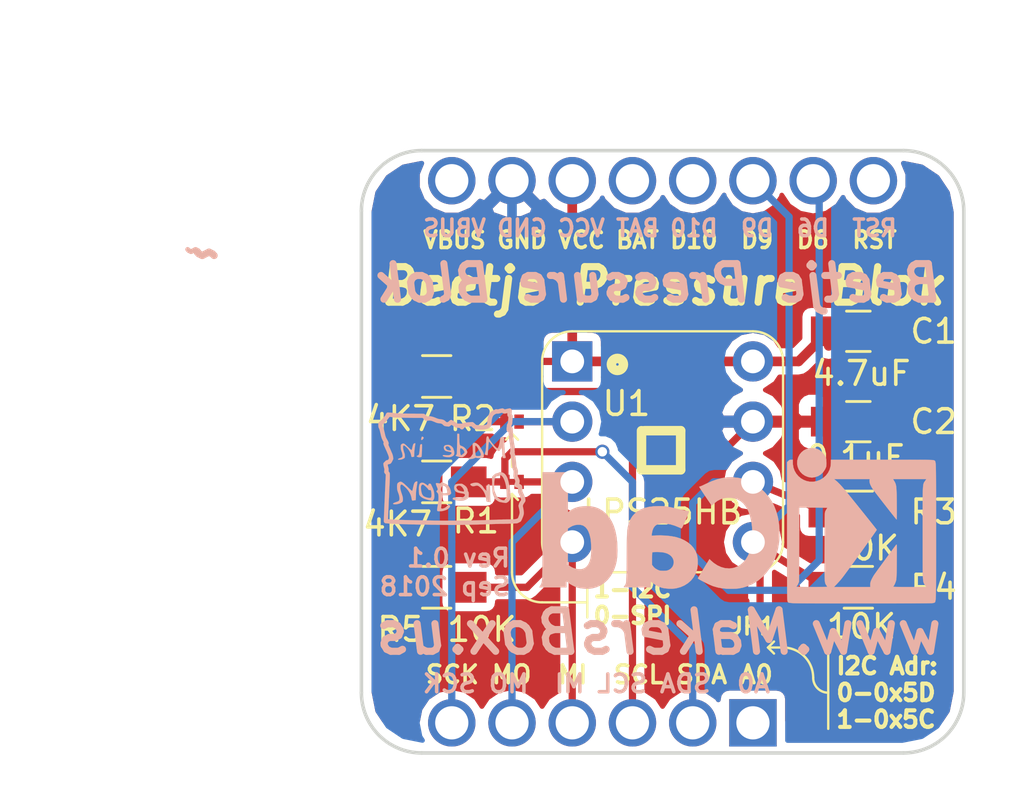
<source format=kicad_pcb>
(kicad_pcb (version 4) (host pcbnew 4.0.7)

  (general
    (links 30)
    (no_connects 0)
    (area 125.73 78.580001 182.145715 114.400001)
    (thickness 1.6)
    (drawings 38)
    (tracks 83)
    (zones 0)
    (modules 15)
    (nets 13)
  )

  (page A)
  (title_block
    (title "Beetje 32U4 Blok")
    (date 2018-08-10)
    (rev 0.0)
    (company www.MakersBox.us)
    (comment 1 648.ken@gmail.com)
  )

  (layers
    (0 F.Cu signal)
    (31 B.Cu signal hide)
    (32 B.Adhes user)
    (33 F.Adhes user)
    (34 B.Paste user)
    (35 F.Paste user)
    (36 B.SilkS user)
    (37 F.SilkS user)
    (38 B.Mask user)
    (39 F.Mask user hide)
    (40 Dwgs.User user hide)
    (41 Cmts.User user)
    (42 Eco1.User user)
    (43 Eco2.User user)
    (44 Edge.Cuts user)
    (45 Margin user)
    (46 B.CrtYd user)
    (47 F.CrtYd user)
    (48 B.Fab user)
    (49 F.Fab user)
  )

  (setup
    (last_trace_width 0.25)
    (user_trace_width 0.254)
    (user_trace_width 0.3048)
    (user_trace_width 0.4064)
    (user_trace_width 0.6096)
    (trace_clearance 0.2)
    (zone_clearance 0.35)
    (zone_45_only no)
    (trace_min 0.2)
    (segment_width 0.4)
    (edge_width 0.15)
    (via_size 0.6)
    (via_drill 0.4)
    (via_min_size 0.4)
    (via_min_drill 0.3)
    (uvia_size 0.3)
    (uvia_drill 0.1)
    (uvias_allowed no)
    (uvia_min_size 0.2)
    (uvia_min_drill 0.1)
    (pcb_text_width 0.3)
    (pcb_text_size 1.5 1.5)
    (mod_edge_width 0.15)
    (mod_text_size 1 1)
    (mod_text_width 0.15)
    (pad_size 2 2)
    (pad_drill 1.4)
    (pad_to_mask_clearance 0)
    (aux_axis_origin 0 0)
    (visible_elements 7FFEFFFF)
    (pcbplotparams
      (layerselection 0x00030_80000001)
      (usegerberextensions false)
      (excludeedgelayer true)
      (linewidth 0.100000)
      (plotframeref false)
      (viasonmask false)
      (mode 1)
      (useauxorigin false)
      (hpglpennumber 1)
      (hpglpenspeed 20)
      (hpglpendiameter 15)
      (hpglpenoverlay 2)
      (psnegative false)
      (psa4output false)
      (plotreference true)
      (plotvalue true)
      (plotinvisibletext false)
      (padsonsilk false)
      (subtractmaskfromsilk false)
      (outputformat 1)
      (mirror false)
      (drillshape 1)
      (scaleselection 1)
      (outputdirectory ""))
  )

  (net 0 "")
  (net 1 GND)
  (net 2 VBUS)
  (net 3 +BATT)
  (net 4 /A0)
  (net 5 /~RESET)
  (net 6 VCC)
  (net 7 /~CS)
  (net 8 /INT_DRDY)
  (net 9 /D10)
  (net 10 /MISO)
  (net 11 /SCK)
  (net 12 /MOSI)

  (net_class Default "This is the default net class."
    (clearance 0.2)
    (trace_width 0.25)
    (via_dia 0.6)
    (via_drill 0.4)
    (uvia_dia 0.3)
    (uvia_drill 0.1)
    (add_net +BATT)
    (add_net /A0)
    (add_net /D10)
    (add_net /INT_DRDY)
    (add_net /MISO)
    (add_net /MOSI)
    (add_net /SCK)
    (add_net /~CS)
    (add_net /~RESET)
    (add_net GND)
    (add_net VBUS)
    (add_net VCC)
  )

  (module footprints:Jumper (layer F.Cu) (tedit 5B946C29) (tstamp 5B946CEC)
    (at 148.59 97.79 180)
    (path /5B989E1B)
    (attr smd)
    (fp_text reference JP3 (at 0 1.27 180) (layer F.SilkS) hide
      (effects (font (size 0.7 0.7) (thickness 0.15)))
    )
    (fp_text value Jumper (at 0 1.25 180) (layer F.Fab)
      (effects (font (size 1 1) (thickness 0.15)))
    )
    (fp_text user %R (at 0 -1.2 180) (layer F.Fab)
      (effects (font (size 1 1) (thickness 0.15)))
    )
    (fp_line (start -0.5 0.25) (end -0.5 -0.25) (layer F.Fab) (width 0.1))
    (fp_line (start 0.5 0.25) (end -0.5 0.25) (layer F.Fab) (width 0.1))
    (fp_line (start 0.5 -0.25) (end 0.5 0.25) (layer F.Fab) (width 0.1))
    (fp_line (start -0.5 -0.25) (end 0.5 -0.25) (layer F.Fab) (width 0.1))
    (fp_line (start -0.8 -0.45) (end 0.8 -0.45) (layer F.CrtYd) (width 0.05))
    (fp_line (start -0.8 -0.45) (end -0.8 0.45) (layer F.CrtYd) (width 0.05))
    (fp_line (start 0.8 0.45) (end 0.8 -0.45) (layer F.CrtYd) (width 0.05))
    (fp_line (start 0.8 0.45) (end -0.8 0.45) (layer F.CrtYd) (width 0.05))
    (pad 1 smd rect (at -0.3 0 180) (size 0.4 0.6) (layers F.Cu F.Paste F.Mask)
      (net 11 /SCK))
    (pad 2 smd rect (at 0.3 0 180) (size 0.4 0.6) (layers F.Cu F.Paste F.Mask)
      (net 11 /SCK))
    (model ${KISYS3DMOD}/Resistors_SMD.3dshapes/R_0402.wrl
      (at (xyz 0 0 0))
      (scale (xyz 1 1 1))
      (rotate (xyz 0 0 0))
    )
  )

  (module Beetje_Bottom (layer F.Cu) (tedit 5B94366E) (tstamp 5B6E0692)
    (at 158.75 110.49 270)
    (descr "Through hole straight pin header, 1x06, 2.54mm pitch, single row")
    (tags "Through hole pin header THT 1x06 2.54mm single row")
    (path /5B6D5224)
    (fp_text reference J2 (at 2.286 -1.27 360) (layer F.SilkS) hide
      (effects (font (size 1 1) (thickness 0.15)))
    )
    (fp_text value Beetje_Bottom (at 2.286 9.525 360) (layer F.Fab)
      (effects (font (size 1 1) (thickness 0.15)))
    )
    (fp_text user "A0  SDA SCL MI  MO SCK" (at -1.651 6.604 360) (layer B.SilkS)
      (effects (font (size 0.75 0.75) (thickness 0.15)) (justify mirror))
    )
    (fp_text user "SCK MO  MI  SCL SDA A0" (at -2.032 6.477 360) (layer F.SilkS)
      (effects (font (size 0.75 0.75) (thickness 0.15)))
    )
    (fp_line (start -0.635 -1.27) (end 1.27 -1.27) (layer F.Fab) (width 0.1))
    (fp_line (start 1.27 -1.27) (end 1.27 13.97) (layer F.Fab) (width 0.1))
    (fp_line (start 1.27 13.97) (end -1.27 13.97) (layer F.Fab) (width 0.1))
    (fp_line (start -1.27 13.97) (end -1.27 -0.635) (layer F.Fab) (width 0.1))
    (fp_line (start -1.27 -0.635) (end -0.635 -1.27) (layer F.Fab) (width 0.1))
    (fp_line (start -1.8 -1.8) (end -1.8 14.5) (layer F.CrtYd) (width 0.05))
    (fp_line (start -1.8 14.5) (end 1.8 14.5) (layer F.CrtYd) (width 0.05))
    (fp_line (start 1.8 14.5) (end 1.8 -1.8) (layer F.CrtYd) (width 0.05))
    (fp_line (start 1.8 -1.8) (end -1.8 -1.8) (layer F.CrtYd) (width 0.05))
    (fp_text user %R (at 0 6.35 360) (layer F.Fab)
      (effects (font (size 1 1) (thickness 0.15)))
    )
    (pad 1 thru_hole rect (at 0 0 270) (size 2 2) (drill 1.4) (layers *.Cu *.Mask)
      (net 4 /A0))
    (pad 2 thru_hole oval (at 0 2.54 270) (size 2 2) (drill 1.4) (layers *.Cu *.Mask)
      (net 12 /MOSI))
    (pad 3 thru_hole oval (at 0 5.08 270) (size 2 2) (drill 1.4) (layers *.Cu *.Mask)
      (net 11 /SCK))
    (pad 4 thru_hole oval (at 0 7.62 270) (size 2 2) (drill 1.4) (layers *.Cu *.Mask)
      (net 10 /MISO))
    (pad 5 thru_hole oval (at 0 10.16 270) (size 2 2) (drill 1.4) (layers *.Cu *.Mask)
      (net 12 /MOSI))
    (pad 6 thru_hole oval (at 0 12.7 270) (size 2 2) (drill 1.4) (layers *.Cu *.Mask)
      (net 11 /SCK))
  )

  (module LPS25Hbreakout (layer F.Cu) (tedit 5B9469C8) (tstamp 5B94347B)
    (at 154.94 99.06)
    (descr "Through hole straight pin header, 1x04, 2.54mm pitch, single row")
    (tags "Through hole pin header THT 1x04 2.54mm single row")
    (path /5B955617)
    (fp_text reference U1 (at -1.524 -2.032) (layer F.SilkS)
      (effects (font (size 1 1) (thickness 0.15)))
    )
    (fp_text value LPS25HB (at 0 2.54) (layer F.SilkS)
      (effects (font (size 1 1) (thickness 0.15)))
    )
    (fp_line (start -2.032 5.588) (end 5.588 5.588) (layer F.CrtYd) (width 0.05))
    (fp_line (start 5.588 5.588) (end 5.588 -5.588) (layer F.CrtYd) (width 0.05))
    (fp_line (start 5.588 -5.588) (end -5.588 -5.588) (layer F.CrtYd) (width 0.05))
    (fp_line (start -0.889 -0.889) (end -0.889 0.762) (layer F.SilkS) (width 0.4))
    (fp_line (start -0.889 0.762) (end 0.762 0.762) (layer F.SilkS) (width 0.4))
    (fp_line (start 0.762 0.762) (end 0.762 -0.889) (layer F.SilkS) (width 0.4))
    (fp_line (start 0.762 -0.889) (end -0.762 -0.889) (layer F.SilkS) (width 0.4))
    (fp_circle (center -1.905 -3.683) (end -1.905 -3.937) (layer F.SilkS) (width 0.4))
    (fp_line (start -5.08 3.81) (end -5.08 -3.81) (layer F.SilkS) (width 0.1))
    (fp_line (start 3.81 5.08) (end -3.81 5.08) (layer F.SilkS) (width 0.1))
    (fp_line (start 5.08 -3.81) (end 5.08 3.81) (layer F.SilkS) (width 0.1))
    (fp_line (start -3.81 -5.08) (end 3.81 -5.08) (layer F.SilkS) (width 0.1))
    (fp_arc (start -3.81 -3.81) (end -5.08 -3.81) (angle 90) (layer F.SilkS) (width 0.1))
    (fp_arc (start 3.81 -3.81) (end 3.81 -5.08) (angle 90) (layer F.SilkS) (width 0.1))
    (fp_arc (start 3.81 3.81) (end 5.08 3.81) (angle 90) (layer F.SilkS) (width 0.1))
    (fp_arc (start -3.81 3.81) (end -3.81 5.08) (angle 90) (layer F.SilkS) (width 0.1))
    (fp_line (start -5.61 -5.61) (end -5.61 5.59) (layer F.CrtYd) (width 0.05))
    (fp_line (start -5.61 5.59) (end -2.01 5.59) (layer F.CrtYd) (width 0.05))
    (fp_text user %R (at 1.27 -3.81 180) (layer F.Fab)
      (effects (font (size 1 1) (thickness 0.15)))
    )
    (pad 10 thru_hole oval (at 3.81 -3.81) (size 1.7 1.7) (drill 1) (layers *.Cu *.Mask)
      (net 6 VCC))
    (pad 6 thru_hole oval (at 3.81 3.81) (size 1.7 1.7) (drill 1) (layers *.Cu *.Mask)
      (net 7 /~CS))
    (pad 7 thru_hole oval (at 3.81 1.27) (size 1.7 1.7) (drill 1) (layers *.Cu *.Mask)
      (net 8 /INT_DRDY))
    (pad 8 thru_hole oval (at 3.81 -1.27) (size 1.7 1.7) (drill 1) (layers *.Cu *.Mask)
      (net 1 GND))
    (pad 1 thru_hole rect (at -3.81 -3.81) (size 1.7 1.7) (drill 1) (layers *.Cu *.Mask)
      (net 6 VCC))
    (pad 2 thru_hole oval (at -3.81 -1.27) (size 1.7 1.7) (drill 1) (layers *.Cu *.Mask)
      (net 11 /SCK))
    (pad 4 thru_hole oval (at -3.81 1.27) (size 1.7 1.7) (drill 1) (layers *.Cu *.Mask)
      (net 12 /MOSI))
    (pad 5 thru_hole oval (at -3.81 3.81) (size 1.7 1.7) (drill 1) (layers *.Cu *.Mask)
      (net 10 /MISO))
    (model ${KISYS3DMOD}/Pin_Headers.3dshapes/Pin_Header_Straight_1x04_Pitch2.54mm.wrl
      (at (xyz 0 0 0))
      (scale (xyz 1 1 1))
      (rotate (xyz 0 0 0))
    )
  )

  (module footprints:KiCad-Logo2_8mm_SilkScreen (layer B.Cu) (tedit 0) (tstamp 5B722793)
    (at 158.115 102.87 180)
    (descr "KiCad Logo")
    (tags "Logo KiCad")
    (attr virtual)
    (fp_text reference REF*** (at 0 0 180) (layer B.SilkS) hide
      (effects (font (size 1 1) (thickness 0.15)) (justify mirror))
    )
    (fp_text value KiCad-Logo2_8mm_SilkScreen (at 0.75 0 180) (layer B.Fab) hide
      (effects (font (size 1 1) (thickness 0.15)) (justify mirror))
    )
    (fp_poly (pts (xy -3.922722 3.342976) (xy -3.908256 3.191281) (xy -3.866163 3.047997) (xy -3.798393 2.916193)
      (xy -3.706899 2.798942) (xy -3.593635 2.699313) (xy -3.46451 2.622271) (xy -3.323028 2.569521)
      (xy -3.180554 2.544799) (xy -3.039896 2.546316) (xy -2.903864 2.572283) (xy -2.775267 2.62091)
      (xy -2.656914 2.690407) (xy -2.551614 2.778986) (xy -2.462177 2.884857) (xy -2.391412 3.00623)
      (xy -2.342129 3.141317) (xy -2.317135 3.288326) (xy -2.314556 3.354756) (xy -2.314556 3.471835)
      (xy -2.24542 3.471835) (xy -2.197081 3.468047) (xy -2.161271 3.452338) (xy -2.125183 3.420734)
      (xy -2.074083 3.369633) (xy -2.074083 0.451862) (xy -2.074095 0.102862) (xy -2.074138 -0.217332)
      (xy -2.074223 -0.509974) (xy -2.074361 -0.776318) (xy -2.074562 -1.017617) (xy -2.074838 -1.235125)
      (xy -2.0752 -1.430095) (xy -2.075658 -1.60378) (xy -2.076223 -1.757435) (xy -2.076906 -1.892313)
      (xy -2.077717 -2.009668) (xy -2.078669 -2.110753) (xy -2.079771 -2.196821) (xy -2.081035 -2.269127)
      (xy -2.08247 -2.328923) (xy -2.084089 -2.377464) (xy -2.085902 -2.416003) (xy -2.08792 -2.445793)
      (xy -2.090154 -2.468089) (xy -2.092614 -2.484143) (xy -2.095312 -2.49521) (xy -2.098258 -2.502542)
      (xy -2.099699 -2.505005) (xy -2.105241 -2.51434) (xy -2.109947 -2.522923) (xy -2.115045 -2.530784)
      (xy -2.121765 -2.537955) (xy -2.131336 -2.544467) (xy -2.144986 -2.550353) (xy -2.163945 -2.555642)
      (xy -2.189442 -2.560368) (xy -2.222705 -2.56456) (xy -2.264964 -2.568251) (xy -2.317448 -2.571472)
      (xy -2.381386 -2.574254) (xy -2.458007 -2.57663) (xy -2.54854 -2.578629) (xy -2.654214 -2.580284)
      (xy -2.776258 -2.581627) (xy -2.915901 -2.582687) (xy -3.074372 -2.583498) (xy -3.2529 -2.58409)
      (xy -3.452715 -2.584495) (xy -3.675045 -2.584744) (xy -3.921119 -2.584869) (xy -4.192166 -2.584901)
      (xy -4.489416 -2.584871) (xy -4.814097 -2.584811) (xy -5.167438 -2.584752) (xy -5.218541 -2.584746)
      (xy -5.573985 -2.584689) (xy -5.900594 -2.584595) (xy -6.199592 -2.584455) (xy -6.472204 -2.584259)
      (xy -6.719653 -2.583997) (xy -6.943164 -2.58366) (xy -7.14396 -2.583239) (xy -7.323266 -2.582723)
      (xy -7.482307 -2.582104) (xy -7.622306 -2.581371) (xy -7.744487 -2.580515) (xy -7.850075 -2.579526)
      (xy -7.940293 -2.578394) (xy -8.016366 -2.577111) (xy -8.079519 -2.575666) (xy -8.130975 -2.574049)
      (xy -8.171958 -2.572252) (xy -8.203692 -2.570265) (xy -8.227402 -2.568077) (xy -8.244312 -2.565679)
      (xy -8.255646 -2.563063) (xy -8.261448 -2.560841) (xy -8.272714 -2.556088) (xy -8.283058 -2.552578)
      (xy -8.292517 -2.549068) (xy -8.301132 -2.544313) (xy -8.308942 -2.537069) (xy -8.315985 -2.526091)
      (xy -8.322302 -2.510135) (xy -8.327931 -2.487955) (xy -8.332912 -2.458309) (xy -8.337284 -2.419951)
      (xy -8.341086 -2.371637) (xy -8.344358 -2.312122) (xy -8.347139 -2.240163) (xy -8.349467 -2.154513)
      (xy -8.351383 -2.053931) (xy -8.352925 -1.937169) (xy -8.354134 -1.802985) (xy -8.355047 -1.650134)
      (xy -8.355705 -1.477371) (xy -8.356146 -1.283452) (xy -8.356411 -1.067133) (xy -8.356536 -0.827168)
      (xy -8.356564 -0.562314) (xy -8.356533 -0.271326) (xy -8.356481 0.04704) (xy -8.356449 0.39403)
      (xy -8.356449 0.450148) (xy -8.356467 0.800159) (xy -8.356501 1.121364) (xy -8.356515 1.415017)
      (xy -8.356476 1.682372) (xy -8.356351 1.924683) (xy -8.356103 2.143203) (xy -8.3557 2.339187)
      (xy -8.355107 2.513887) (xy -8.354335 2.660237) (xy -7.951149 2.660237) (xy -7.898174 2.583225)
      (xy -7.883302 2.562232) (xy -7.869895 2.543644) (xy -7.857876 2.52588) (xy -7.84717 2.507362)
      (xy -7.837703 2.486509) (xy -7.829397 2.461743) (xy -7.822178 2.431483) (xy -7.815969 2.39415)
      (xy -7.810696 2.348165) (xy -7.806282 2.291948) (xy -7.802652 2.22392) (xy -7.79973 2.1425)
      (xy -7.797441 2.04611) (xy -7.795709 1.93317) (xy -7.794458 1.802101) (xy -7.793614 1.651322)
      (xy -7.793099 1.479254) (xy -7.792839 1.284319) (xy -7.792757 1.064935) (xy -7.792779 0.819524)
      (xy -7.792828 0.546506) (xy -7.79284 0.383255) (xy -7.792808 0.094417) (xy -7.792763 -0.165943)
      (xy -7.792779 -0.399406) (xy -7.792931 -0.607554) (xy -7.793294 -0.791969) (xy -7.793943 -0.954231)
      (xy -7.794953 -1.095922) (xy -7.796399 -1.218624) (xy -7.798355 -1.323917) (xy -7.800896 -1.413383)
      (xy -7.804097 -1.488603) (xy -7.808033 -1.551159) (xy -7.81278 -1.602632) (xy -7.81841 -1.644603)
      (xy -7.825001 -1.678653) (xy -7.832626 -1.706365) (xy -7.84136 -1.729318) (xy -7.851279 -1.749096)
      (xy -7.862456 -1.767278) (xy -7.874967 -1.785446) (xy -7.888888 -1.805182) (xy -7.896997 -1.817019)
      (xy -7.948618 -1.893728) (xy -7.240914 -1.893728) (xy -7.076826 -1.893681) (xy -6.940367 -1.893481)
      (xy -6.829109 -1.893033) (xy -6.740621 -1.892244) (xy -6.672476 -1.89102) (xy -6.622243 -1.889269)
      (xy -6.587493 -1.886897) (xy -6.565798 -1.88381) (xy -6.554727 -1.879916) (xy -6.551851 -1.87512)
      (xy -6.554741 -1.86933) (xy -6.556333 -1.867426) (xy -6.589817 -1.81807) (xy -6.624296 -1.747773)
      (xy -6.655729 -1.665227) (xy -6.666738 -1.630061) (xy -6.672884 -1.606175) (xy -6.678078 -1.578135)
      (xy -6.68243 -1.543165) (xy -6.686048 -1.498489) (xy -6.689043 -1.441329) (xy -6.691523 -1.36891)
      (xy -6.693598 -1.278455) (xy -6.695377 -1.167188) (xy -6.69697 -1.032331) (xy -6.698486 -0.871109)
      (xy -6.698988 -0.811597) (xy -6.700342 -0.644976) (xy -6.701352 -0.506026) (xy -6.701941 -0.392361)
      (xy -6.702031 -0.301596) (xy -6.701544 -0.231344) (xy -6.700403 -0.179219) (xy -6.69853 -0.142834)
      (xy -6.695847 -0.119804) (xy -6.692276 -0.107742) (xy -6.687739 -0.104261) (xy -6.682159 -0.106976)
      (xy -6.676203 -0.112722) (xy -6.662417 -0.129943) (xy -6.63305 -0.168651) (xy -6.590179 -0.22601)
      (xy -6.535882 -0.299181) (xy -6.472237 -0.385326) (xy -6.401323 -0.481609) (xy -6.325216 -0.585192)
      (xy -6.245995 -0.693237) (xy -6.165738 -0.802907) (xy -6.086522 -0.911364) (xy -6.010426 -1.01577)
      (xy -5.939527 -1.113289) (xy -5.875903 -1.201083) (xy -5.821633 -1.276314) (xy -5.778793 -1.336144)
      (xy -5.749462 -1.377737) (xy -5.74338 -1.386567) (xy -5.712864 -1.435698) (xy -5.677172 -1.49959)
      (xy -5.643357 -1.565542) (xy -5.639069 -1.574437) (xy -5.610208 -1.638602) (xy -5.593452 -1.68861)
      (xy -5.585823 -1.736307) (xy -5.584334 -1.792278) (xy -5.585178 -1.893728) (xy -4.048204 -1.893728)
      (xy -4.169575 -1.768938) (xy -4.231879 -1.70251) (xy -4.29883 -1.627316) (xy -4.360132 -1.555063)
      (xy -4.387325 -1.52131) (xy -4.427849 -1.468661) (xy -4.481176 -1.397817) (xy -4.545747 -1.310947)
      (xy -4.620001 -1.210222) (xy -4.702381 -1.097809) (xy -4.791326 -0.975879) (xy -4.885278 -0.846602)
      (xy -4.982678 -0.712146) (xy -5.081965 -0.574681) (xy -5.181581 -0.436377) (xy -5.279967 -0.299403)
      (xy -5.375564 -0.165929) (xy -5.466812 -0.038124) (xy -5.552152 0.081843) (xy -5.630025 0.191801)
      (xy -5.698871 0.289582) (xy -5.757132 0.373016) (xy -5.803249 0.439934) (xy -5.835661 0.488166)
      (xy -5.85281 0.515542) (xy -5.85515 0.521004) (xy -5.844554 0.536083) (xy -5.816868 0.57227)
      (xy -5.773909 0.627299) (xy -5.71749 0.698907) (xy -5.649426 0.784829) (xy -5.571533 0.882802)
      (xy -5.485625 0.990562) (xy -5.393517 1.105845) (xy -5.297023 1.226386) (xy -5.197959 1.349921)
      (xy -5.118438 1.448918) (xy -3.772426 1.448918) (xy -3.764558 1.431667) (xy -3.74548 1.402045)
      (xy -3.744086 1.400072) (xy -3.719073 1.359927) (xy -3.692916 1.310891) (xy -3.687725 1.300059)
      (xy -3.683017 1.288837) (xy -3.678857 1.275366) (xy -3.675203 1.25779) (xy -3.672015 1.234255)
      (xy -3.669255 1.202906) (xy -3.666881 1.161888) (xy -3.664853 1.109348) (xy -3.663132 1.043429)
      (xy -3.661676 0.962277) (xy -3.660447 0.864038) (xy -3.659404 0.746857) (xy -3.658506 0.608879)
      (xy -3.657714 0.448249) (xy -3.656988 0.263112) (xy -3.656287 0.051614) (xy -3.655577 -0.186509)
      (xy -3.65486 -0.432967) (xy -3.654282 -0.651229) (xy -3.653931 -0.843155) (xy -3.653898 -1.010607)
      (xy -3.654272 -1.155449) (xy -3.655143 -1.27954) (xy -3.656601 -1.384744) (xy -3.658736 -1.472922)
      (xy -3.661637 -1.545936) (xy -3.665394 -1.605648) (xy -3.670097 -1.65392) (xy -3.675835 -1.692614)
      (xy -3.682699 -1.723591) (xy -3.690778 -1.748714) (xy -3.700162 -1.769845) (xy -3.71094 -1.788845)
      (xy -3.723203 -1.807576) (xy -3.73452 -1.824175) (xy -3.757334 -1.859182) (xy -3.770843 -1.882593)
      (xy -3.772426 -1.88688) (xy -3.757905 -1.888314) (xy -3.716375 -1.889646) (xy -3.650889 -1.890845)
      (xy -3.564495 -1.891877) (xy -3.460246 -1.892712) (xy -3.341192 -1.893317) (xy -3.210384 -1.89366)
      (xy -3.118639 -1.893728) (xy -2.978855 -1.893434) (xy -2.849924 -1.892593) (xy -2.734758 -1.891263)
      (xy -2.63627 -1.889503) (xy -2.557376 -1.887372) (xy -2.500988 -1.884928) (xy -2.47002 -1.882231)
      (xy -2.464852 -1.880538) (xy -2.4751 -1.860697) (xy -2.485749 -1.850006) (xy -2.503286 -1.827204)
      (xy -2.526237 -1.786929) (xy -2.54211 -1.754231) (xy -2.577574 -1.675799) (xy -2.581668 -0.108964)
      (xy -2.585762 1.45787) (xy -3.179094 1.45787) (xy -3.309323 1.457651) (xy -3.42967 1.457027)
      (xy -3.536932 1.456047) (xy -3.627907 1.454757) (xy -3.699393 1.453208) (xy -3.748186 1.451446)
      (xy -3.771085 1.449521) (xy -3.772426 1.448918) (xy -5.118438 1.448918) (xy -5.09814 1.474187)
      (xy -4.99938 1.596919) (xy -4.903493 1.715853) (xy -4.812296 1.828726) (xy -4.727602 1.933272)
      (xy -4.651227 2.027229) (xy -4.584984 2.108332) (xy -4.53069 2.174316) (xy -4.507838 2.201835)
      (xy -4.392952 2.335851) (xy -4.290971 2.446697) (xy -4.199355 2.536991) (xy -4.115566 2.609349)
      (xy -4.103077 2.619158) (xy -4.050473 2.659904) (xy -4.803864 2.66007) (xy -5.557254 2.660237)
      (xy -5.550213 2.596361) (xy -5.55461 2.520016) (xy -5.583276 2.429118) (xy -5.636496 2.322943)
      (xy -5.696817 2.226708) (xy -5.718409 2.196559) (xy -5.755758 2.146559) (xy -5.806637 2.079558)
      (xy -5.86882 1.998409) (xy -5.940081 1.905962) (xy -6.018192 1.805067) (xy -6.100928 1.698577)
      (xy -6.186063 1.589342) (xy -6.271369 1.480213) (xy -6.354621 1.374041) (xy -6.433592 1.273677)
      (xy -6.506055 1.181973) (xy -6.569785 1.101779) (xy -6.622555 1.035946) (xy -6.662138 0.987326)
      (xy -6.686309 0.95877) (xy -6.690381 0.954379) (xy -6.694188 0.965038) (xy -6.697135 1.00537)
      (xy -6.699217 1.075) (xy -6.700429 1.173553) (xy -6.700766 1.300656) (xy -6.700223 1.455932)
      (xy -6.699013 1.615681) (xy -6.697253 1.791569) (xy -6.695223 1.940333) (xy -6.692593 2.064908)
      (xy -6.689031 2.168229) (xy -6.684206 2.253231) (xy -6.677787 2.322848) (xy -6.669444 2.380016)
      (xy -6.658844 2.427669) (xy -6.645657 2.468743) (xy -6.629552 2.506173) (xy -6.610197 2.542893)
      (xy -6.59065 2.576229) (xy -6.540063 2.660237) (xy -7.951149 2.660237) (xy -8.354335 2.660237)
      (xy -8.354291 2.668558) (xy -8.353218 2.804453) (xy -8.351853 2.922826) (xy -8.350162 3.024931)
      (xy -8.348112 3.112021) (xy -8.345668 3.18535) (xy -8.342796 3.246171) (xy -8.339462 3.29574)
      (xy -8.335633 3.335308) (xy -8.331274 3.36613) (xy -8.326351 3.38946) (xy -8.32083 3.406552)
      (xy -8.314678 3.418658) (xy -8.307859 3.427033) (xy -8.30034 3.43293) (xy -8.292087 3.437604)
      (xy -8.283067 3.442307) (xy -8.275084 3.447058) (xy -8.268117 3.450488) (xy -8.257232 3.453588)
      (xy -8.240972 3.456375) (xy -8.217879 3.458866) (xy -8.186497 3.461077) (xy -8.145368 3.463024)
      (xy -8.093034 3.464724) (xy -8.028039 3.466193) (xy -7.948925 3.467448) (xy -7.854236 3.468506)
      (xy -7.742512 3.469382) (xy -7.612299 3.470093) (xy -7.462137 3.470655) (xy -7.29057 3.471086)
      (xy -7.096141 3.471401) (xy -6.877392 3.471617) (xy -6.632866 3.47175) (xy -6.361105 3.471817)
      (xy -6.079996 3.471835) (xy -3.922722 3.471835) (xy -3.922722 3.342976)) (layer B.SilkS) (width 0.01))
    (fp_poly (pts (xy 0.437258 2.730527) (xy 0.650464 2.702337) (xy 0.868727 2.648897) (xy 1.094796 2.569675)
      (xy 1.331418 2.464144) (xy 1.34642 2.456762) (xy 1.423232 2.41945) (xy 1.49186 2.387395)
      (xy 1.547297 2.362834) (xy 1.584536 2.348008) (xy 1.597278 2.344616) (xy 1.622863 2.337949)
      (xy 1.629003 2.332349) (xy 1.622208 2.318459) (xy 1.600853 2.28346) (xy 1.567396 2.23102)
      (xy 1.524294 2.164806) (xy 1.474008 2.088486) (xy 1.418995 2.005727) (xy 1.361714 1.920199)
      (xy 1.304623 1.835567) (xy 1.250183 1.7555) (xy 1.20085 1.683666) (xy 1.159083 1.623732)
      (xy 1.127342 1.579365) (xy 1.108085 1.554235) (xy 1.105442 1.55132) (xy 1.091971 1.557509)
      (xy 1.062227 1.580377) (xy 1.021527 1.615686) (xy 1.000566 1.63496) (xy 0.872104 1.735186)
      (xy 0.730034 1.808998) (xy 0.576256 1.85573) (xy 0.412672 1.874716) (xy 0.320275 1.873157)
      (xy 0.158995 1.85031) (xy 0.013587 1.802538) (xy -0.116384 1.729492) (xy -0.231353 1.630824)
      (xy -0.331754 1.506185) (xy -0.418022 1.355224) (xy -0.467839 1.239941) (xy -0.526222 1.059276)
      (xy -0.569252 0.862922) (xy -0.59704 0.655943) (xy -0.609695 0.443402) (xy -0.60733 0.230362)
      (xy -0.590055 0.021887) (xy -0.557981 -0.176961) (xy -0.511218 -0.361118) (xy -0.449877 -0.52552)
      (xy -0.4282 -0.571124) (xy -0.33734 -0.723014) (xy -0.230219 -0.851481) (xy -0.108412 -0.955478)
      (xy 0.02651 -1.033958) (xy 0.172971 -1.085874) (xy 0.3294 -1.110179) (xy 0.384608 -1.111967)
      (xy 0.546446 -1.097428) (xy 0.706791 -1.053737) (xy 0.86361 -0.981798) (xy 1.014867 -0.882512)
      (xy 1.136564 -0.778232) (xy 1.198512 -0.718945) (xy 1.439845 -1.114709) (xy 1.499886 -1.213446)
      (xy 1.554789 -1.304262) (xy 1.602606 -1.383895) (xy 1.641391 -1.44908) (xy 1.669194 -1.496554)
      (xy 1.68407 -1.523055) (xy 1.686003 -1.527175) (xy 1.675047 -1.540009) (xy 1.640993 -1.563016)
      (xy 1.588145 -1.594015) (xy 1.520811 -1.630829) (xy 1.443294 -1.671278) (xy 1.359902 -1.713182)
      (xy 1.27494 -1.754363) (xy 1.192714 -1.792642) (xy 1.117529 -1.825838) (xy 1.053691 -1.851775)
      (xy 1.022467 -1.862997) (xy 0.844377 -1.913342) (xy 0.660791 -1.94663) (xy 0.464142 -1.963943)
      (xy 0.295341 -1.967043) (xy 0.204867 -1.965585) (xy 0.117529 -1.962792) (xy 0.041068 -1.959009)
      (xy -0.01677 -1.954578) (xy -0.035549 -1.952337) (xy -0.220628 -1.913947) (xy -0.409051 -1.853877)
      (xy -0.59209 -1.775702) (xy -0.761013 -1.683) (xy -0.864201 -1.612864) (xy -1.033826 -1.468809)
      (xy -1.19133 -1.300302) (xy -1.333795 -1.111508) (xy -1.458303 -0.906591) (xy -1.561938 -0.689715)
      (xy -1.620324 -0.53355) (xy -1.687222 -0.289076) (xy -1.731821 -0.030064) (xy -1.754135 0.237881)
      (xy -1.754179 0.509155) (xy -1.731966 0.778153) (xy -1.687509 1.039271) (xy -1.620824 1.286905)
      (xy -1.615743 1.302334) (xy -1.532022 1.518085) (xy -1.429844 1.715017) (xy -1.305742 1.898701)
      (xy -1.15625 2.074712) (xy -1.09785 2.134973) (xy -0.916596 2.299984) (xy -0.730263 2.436505)
      (xy -0.535991 2.546021) (xy -0.330921 2.630019) (xy -0.11219 2.689985) (xy 0.01503 2.71327)
      (xy 0.226363 2.733995) (xy 0.437258 2.730527)) (layer B.SilkS) (width 0.01))
    (fp_poly (pts (xy 3.559492 1.509029) (xy 3.76175 1.482382) (xy 3.941836 1.437602) (xy 4.100911 1.374331)
      (xy 4.240138 1.292213) (xy 4.343465 1.207591) (xy 4.435116 1.108892) (xy 4.506666 1.002687)
      (xy 4.563786 0.879908) (xy 4.584388 0.822567) (xy 4.601508 0.770669) (xy 4.616422 0.722545)
      (xy 4.629302 0.675754) (xy 4.64032 0.627856) (xy 4.64965 0.576413) (xy 4.657463 0.518984)
      (xy 4.663932 0.45313) (xy 4.66923 0.376411) (xy 4.67353 0.286388) (xy 4.677003 0.18062)
      (xy 4.679823 0.056669) (xy 4.682162 -0.087906) (xy 4.684193 -0.255544) (xy 4.686088 -0.448685)
      (xy 4.687755 -0.638757) (xy 4.689521 -0.846703) (xy 4.691126 -1.026797) (xy 4.692737 -1.181244)
      (xy 4.69452 -1.312249) (xy 4.696643 -1.422017) (xy 4.699272 -1.512753) (xy 4.702576 -1.586662)
      (xy 4.706719 -1.64595) (xy 4.71187 -1.692822) (xy 4.718196 -1.729483) (xy 4.725863 -1.758137)
      (xy 4.735038 -1.78099) (xy 4.745888 -1.800248) (xy 4.758581 -1.818115) (xy 4.773283 -1.836796)
      (xy 4.779009 -1.844029) (xy 4.80007 -1.874436) (xy 4.809438 -1.895142) (xy 4.809468 -1.895754)
      (xy 4.794986 -1.898682) (xy 4.753733 -1.901378) (xy 4.688997 -1.903769) (xy 4.604064 -1.905778)
      (xy 4.502223 -1.907329) (xy 4.38676 -1.908346) (xy 4.260964 -1.908753) (xy 4.246443 -1.908757)
      (xy 3.683419 -1.908757) (xy 3.679076 -1.780858) (xy 3.674734 -1.652958) (xy 3.592071 -1.720841)
      (xy 3.46249 -1.810726) (xy 3.316172 -1.883541) (xy 3.201056 -1.923787) (xy 3.109098 -1.943342)
      (xy 2.998126 -1.956647) (xy 2.878615 -1.963285) (xy 2.761037 -1.962843) (xy 2.655867 -1.954905)
      (xy 2.607633 -1.947298) (xy 2.421218 -1.89689) (xy 2.2529 -1.823874) (xy 2.103896 -1.729337)
      (xy 1.975424 -1.614365) (xy 1.868699 -1.480046) (xy 1.78494 -1.327467) (xy 1.72586 -1.159594)
      (xy 1.709438 -1.084261) (xy 1.699307 -1.001451) (xy 1.694476 -0.901815) (xy 1.693817 -0.856686)
      (xy 1.693904 -0.852446) (xy 2.705656 -0.852446) (xy 2.718029 -0.952367) (xy 2.755556 -1.037343)
      (xy 2.820085 -1.111417) (xy 2.826818 -1.117292) (xy 2.891115 -1.163659) (xy 2.959958 -1.193724)
      (xy 3.040814 -1.209595) (xy 3.141149 -1.21338) (xy 3.165257 -1.21284) (xy 3.236909 -1.209309)
      (xy 3.290203 -1.202098) (xy 3.336823 -1.188566) (xy 3.388452 -1.166072) (xy 3.40262 -1.159178)
      (xy 3.483368 -1.111478) (xy 3.545701 -1.054719) (xy 3.562659 -1.034431) (xy 3.62213 -0.959194)
      (xy 3.62213 -0.698413) (xy 3.621417 -0.593706) (xy 3.619167 -0.516552) (xy 3.615215 -0.464478)
      (xy 3.609396 -0.435009) (xy 3.603958 -0.4264) (xy 3.582755 -0.422188) (xy 3.537778 -0.418697)
      (xy 3.475305 -0.416256) (xy 3.401619 -0.415194) (xy 3.389786 -0.415174) (xy 3.22899 -0.422169)
      (xy 3.092299 -0.443693) (xy 2.977065 -0.480569) (xy 2.880641 -0.53362) (xy 2.807509 -0.596127)
      (xy 2.748201 -0.673195) (xy 2.715285 -0.757135) (xy 2.705656 -0.852446) (xy 1.693904 -0.852446)
      (xy 1.696391 -0.731864) (xy 1.707501 -0.626821) (xy 1.729129 -0.531998) (xy 1.763261 -0.437837)
      (xy 1.795209 -0.368111) (xy 1.873252 -0.241236) (xy 1.977227 -0.124042) (xy 2.10397 -0.018662)
      (xy 2.250318 0.072772) (xy 2.413106 0.148126) (xy 2.589171 0.205268) (xy 2.675266 0.225158)
      (xy 2.856574 0.254587) (xy 3.054208 0.274003) (xy 3.25585 0.282498) (xy 3.424346 0.280325)
      (xy 3.639875 0.2713) (xy 3.629997 0.349822) (xy 3.604311 0.48183) (xy 3.562861 0.589298)
      (xy 3.504501 0.673048) (xy 3.428083 0.733905) (xy 3.332461 0.772692) (xy 3.21649 0.790234)
      (xy 3.079021 0.787353) (xy 3.028462 0.782026) (xy 2.840486 0.748518) (xy 2.658338 0.693887)
      (xy 2.532485 0.643294) (xy 2.472361 0.617499) (xy 2.421194 0.596769) (xy 2.386111 0.583929)
      (xy 2.375875 0.581203) (xy 2.362902 0.59329) (xy 2.340643 0.631858) (xy 2.30889 0.697345)
      (xy 2.267432 0.790184) (xy 2.216061 0.910813) (xy 2.207277 0.931835) (xy 2.167261 1.028115)
      (xy 2.131341 1.115115) (xy 2.101069 1.189031) (xy 2.077996 1.246059) (xy 2.063674 1.282393)
      (xy 2.059538 1.294161) (xy 2.07285 1.300491) (xy 2.107833 1.307517) (xy 2.145474 1.312415)
      (xy 2.185623 1.318748) (xy 2.249246 1.331323) (xy 2.330697 1.348908) (xy 2.424336 1.37027)
      (xy 2.52452 1.394175) (xy 2.562545 1.403525) (xy 2.702419 1.437592) (xy 2.819131 1.464302)
      (xy 2.918435 1.484509) (xy 3.006085 1.499066) (xy 3.087836 1.508827) (xy 3.169441 1.514644)
      (xy 3.256656 1.51737) (xy 3.333898 1.5179) (xy 3.559492 1.509029)) (layer B.SilkS) (width 0.01))
    (fp_poly (pts (xy 8.236474 0.702633) (xy 8.2365 0.390539) (xy 8.236535 0.107038) (xy 8.236631 -0.149336)
      (xy 8.236841 -0.380048) (xy 8.237216 -0.586565) (xy 8.237809 -0.770351) (xy 8.23867 -0.932874)
      (xy 8.239853 -1.075598) (xy 8.241408 -1.19999) (xy 8.243389 -1.307515) (xy 8.245846 -1.39964)
      (xy 8.248833 -1.47783) (xy 8.2524 -1.543551) (xy 8.256599 -1.598269) (xy 8.261484 -1.643449)
      (xy 8.267104 -1.680558) (xy 8.273513 -1.711062) (xy 8.280763 -1.736426) (xy 8.288905 -1.758115)
      (xy 8.29799 -1.777597) (xy 8.308073 -1.796337) (xy 8.319203 -1.8158) (xy 8.326117 -1.827924)
      (xy 8.371736 -1.908757) (xy 7.229231 -1.908757) (xy 7.229231 -1.781006) (xy 7.228257 -1.723273)
      (xy 7.225658 -1.679119) (xy 7.221918 -1.655446) (xy 7.220265 -1.653254) (xy 7.205058 -1.662419)
      (xy 7.174817 -1.686175) (xy 7.144595 -1.711969) (xy 7.071924 -1.766201) (xy 6.979423 -1.820792)
      (xy 6.876839 -1.870725) (xy 6.773919 -1.910987) (xy 6.732843 -1.923833) (xy 6.641649 -1.943225)
      (xy 6.531343 -1.956487) (xy 6.412329 -1.963202) (xy 6.295005 -1.962953) (xy 6.189773 -1.955324)
      (xy 6.139586 -1.947592) (xy 5.95573 -1.896918) (xy 5.786245 -1.820067) (xy 5.632046 -1.717737)
      (xy 5.494044 -1.590628) (xy 5.373151 -1.43944) (xy 5.284214 -1.291927) (xy 5.211165 -1.136483)
      (xy 5.155248 -0.977586) (xy 5.115311 -0.809843) (xy 5.090207 -0.627861) (xy 5.078786 -0.426245)
      (xy 5.077819 -0.323136) (xy 5.080607 -0.247545) (xy 6.18446 -0.247545) (xy 6.184737 -0.371452)
      (xy 6.188615 -0.488199) (xy 6.196154 -0.59082) (xy 6.207411 -0.672349) (xy 6.210851 -0.688779)
      (xy 6.253189 -0.831612) (xy 6.308652 -0.947473) (xy 6.377703 -1.036654) (xy 6.460804 -1.099444)
      (xy 6.558418 -1.136137) (xy 6.67101 -1.147021) (xy 6.799041 -1.13239) (xy 6.883551 -1.111458)
      (xy 6.948978 -1.087241) (xy 7.021043 -1.052828) (xy 7.075178 -1.021272) (xy 7.169113 -0.95954)
      (xy 7.169113 0.57178) (xy 7.079369 0.629784) (xy 6.974823 0.684267) (xy 6.862742 0.719749)
      (xy 6.749411 0.735624) (xy 6.641117 0.731288) (xy 6.544145 0.706135) (xy 6.501603 0.685407)
      (xy 6.424485 0.628162) (xy 6.359305 0.552578) (xy 6.304513 0.455892) (xy 6.258561 0.335342)
      (xy 6.219897 0.188167) (xy 6.218191 0.180355) (xy 6.20465 0.097473) (xy 6.194476 -0.006116)
      (xy 6.187726 -0.123444) (xy 6.18446 -0.247545) (xy 5.080607 -0.247545) (xy 5.088272 -0.039801)
      (xy 5.117488 0.220927) (xy 5.165396 0.458877) (xy 5.231928 0.673876) (xy 5.317015 0.86575)
      (xy 5.420587 1.034326) (xy 5.542575 1.179432) (xy 5.682911 1.300895) (xy 5.743041 1.342102)
      (xy 5.877441 1.416855) (xy 6.014957 1.469591) (xy 6.161524 1.501757) (xy 6.323073 1.514797)
      (xy 6.446231 1.513405) (xy 6.618848 1.498805) (xy 6.768751 1.469761) (xy 6.900278 1.424937)
      (xy 7.017765 1.363) (xy 7.082823 1.317451) (xy 7.12192 1.288275) (xy 7.150798 1.268344)
      (xy 7.161728 1.262485) (xy 7.163878 1.276903) (xy 7.165596 1.317713) (xy 7.1669 1.381253)
      (xy 7.167805 1.46386) (xy 7.168328 1.56187) (xy 7.168487 1.671621) (xy 7.168298 1.789449)
      (xy 7.167778 1.911693) (xy 7.166944 2.034687) (xy 7.165812 2.15477) (xy 7.164399 2.268279)
      (xy 7.162723 2.37155) (xy 7.1608 2.46092) (xy 7.158646 2.532727) (xy 7.15628 2.583307)
      (xy 7.155625 2.592604) (xy 7.145537 2.686353) (xy 7.130145 2.759776) (xy 7.106528 2.822511)
      (xy 7.071767 2.884198) (xy 7.063423 2.896953) (xy 7.030895 2.945799) (xy 8.236213 2.945799)
      (xy 8.236474 0.702633)) (layer B.SilkS) (width 0.01))
    (fp_poly (pts (xy -3.02624 3.958707) (xy -2.898063 3.926438) (xy -2.782789 3.869413) (xy -2.683189 3.789828)
      (xy -2.602035 3.689875) (xy -2.542098 3.571749) (xy -2.507134 3.443525) (xy -2.499344 3.314031)
      (xy -2.51912 3.189071) (xy -2.563988 3.072101) (xy -2.631472 2.966578) (xy -2.719098 2.875958)
      (xy -2.824393 2.803697) (xy -2.944882 2.753252) (xy -3.013135 2.736712) (xy -3.072378 2.726698)
      (xy -3.118046 2.722741) (xy -3.161928 2.72517) (xy -3.215814 2.734316) (xy -3.259877 2.743602)
      (xy -3.384248 2.785553) (xy -3.495647 2.853617) (xy -3.591565 2.945731) (xy -3.669496 3.05983)
      (xy -3.688067 3.096095) (xy -3.709951 3.144513) (xy -3.723675 3.185172) (xy -3.731085 3.227951)
      (xy -3.734027 3.282728) (xy -3.734397 3.344083) (xy -3.728957 3.456394) (xy -3.711096 3.548629)
      (xy -3.677559 3.629342) (xy -3.62509 3.707086) (xy -3.573769 3.766018) (xy -3.478054 3.853645)
      (xy -3.378078 3.914132) (xy -3.267907 3.950347) (xy -3.164549 3.964027) (xy -3.02624 3.958707)) (layer B.SilkS) (width 0.01))
  )

  (module footprints:MadeInOregonRev25 (layer F.Cu) (tedit 0) (tstamp 5B7229FC)
    (at 146.05 99.695)
    (fp_text reference VAL (at 0 0) (layer F.SilkS) hide
      (effects (font (size 1.143 1.143) (thickness 0.1778)))
    )
    (fp_text value MadeInOregonRev25 (at 0 0) (layer F.SilkS) hide
      (effects (font (size 1.143 1.143) (thickness 0.1778)))
    )
    (fp_poly (pts (xy -3.09626 -1.76022) (xy -3.09626 -1.72212) (xy -3.09372 -1.69672) (xy -3.09118 -1.67386)
      (xy -3.0861 -1.65608) (xy -3.07594 -1.63576) (xy -3.0734 -1.62814) (xy -3.0607 -1.6002)
      (xy -3.05054 -1.5748) (xy -3.04038 -1.54432) (xy -3.03022 -1.50876) (xy -3.02006 -1.46304)
      (xy -3.00736 -1.4097) (xy -3.00228 -1.39192) (xy -2.98704 -1.31826) (xy -2.96926 -1.2573)
      (xy -2.95402 -1.20396) (xy -2.9337 -1.15824) (xy -2.91338 -1.1176) (xy -2.91338 -1.74752)
      (xy -2.91338 -1.76276) (xy -2.91084 -1.77546) (xy -2.90322 -1.78816) (xy -2.89052 -1.8034)
      (xy -2.86766 -1.82118) (xy -2.8575 -1.83134) (xy -2.82956 -1.8542) (xy -2.80416 -1.8796)
      (xy -2.78638 -1.90246) (xy -2.77876 -1.91008) (xy -2.76606 -1.92786) (xy -2.74574 -1.95326)
      (xy -2.72034 -1.98374) (xy -2.69494 -2.01422) (xy -2.6924 -2.01676) (xy -2.66954 -2.0447)
      (xy -2.64922 -2.0701) (xy -2.63652 -2.08788) (xy -2.6289 -2.09804) (xy -2.6289 -2.10058)
      (xy -2.62382 -2.10566) (xy -2.60604 -2.10566) (xy -2.58064 -2.10566) (xy -2.55016 -2.10058)
      (xy -2.51968 -2.0955) (xy -2.50952 -2.09296) (xy -2.49682 -2.09042) (xy -2.48412 -2.08534)
      (xy -2.46888 -2.08534) (xy -2.4511 -2.0828) (xy -2.4257 -2.08026) (xy -2.39268 -2.07772)
      (xy -2.35458 -2.07772) (xy -2.30632 -2.07518) (xy -2.2479 -2.07518) (xy -2.17678 -2.07264)
      (xy -2.09296 -2.0701) (xy -2.03962 -2.0701) (xy -1.95326 -2.06756) (xy -1.8669 -2.06756)
      (xy -1.78054 -2.06502) (xy -1.69672 -2.06502) (xy -1.61798 -2.06248) (xy -1.54686 -2.06248)
      (xy -1.48336 -2.06248) (xy -1.4351 -2.06248) (xy -1.4224 -2.06248) (xy -1.22936 -2.06248)
      (xy -1.1684 -2.00152) (xy -1.10744 -1.9431) (xy -1.0668 -1.9431) (xy -1.03886 -1.9431)
      (xy -1.0033 -1.94564) (xy -0.97536 -1.95072) (xy -0.94234 -1.95326) (xy -0.91186 -1.95072)
      (xy -0.87884 -1.94564) (xy -0.8382 -1.93548) (xy -0.79248 -1.9177) (xy -0.7366 -1.89484)
      (xy -0.72136 -1.88976) (xy -0.67818 -1.86944) (xy -0.64516 -1.85674) (xy -0.61722 -1.84912)
      (xy -0.59182 -1.84404) (xy -0.56388 -1.83896) (xy -0.5461 -1.83642) (xy -0.50038 -1.83134)
      (xy -0.46482 -1.82626) (xy -0.43688 -1.81864) (xy -0.41656 -1.80848) (xy -0.39624 -1.79578)
      (xy -0.37592 -1.77546) (xy -0.37338 -1.77292) (xy -0.35052 -1.7526) (xy -0.32512 -1.73482)
      (xy -0.30734 -1.72212) (xy -0.30734 -1.72212) (xy -0.28702 -1.71704) (xy -0.25654 -1.71196)
      (xy -0.22098 -1.70434) (xy -0.18288 -1.7018) (xy -0.14986 -1.69672) (xy -0.12446 -1.69672)
      (xy -0.10922 -1.69926) (xy -0.09652 -1.70688) (xy -0.07366 -1.71958) (xy -0.05334 -1.73736)
      (xy -0.03048 -1.75768) (xy -0.01524 -1.7653) (xy -0.00508 -1.76784) (xy 0 -1.7653)
      (xy 0.01016 -1.75768) (xy 0.03048 -1.74498) (xy 0.05842 -1.7272) (xy 0.0889 -1.70688)
      (xy 0.09652 -1.7018) (xy 0.18288 -1.64846) (xy 0.25908 -1.64592) (xy 0.29464 -1.64338)
      (xy 0.3175 -1.64084) (xy 0.3302 -1.6383) (xy 0.34036 -1.63322) (xy 0.34544 -1.6256)
      (xy 0.34798 -1.62052) (xy 0.3683 -1.59766) (xy 0.39624 -1.58242) (xy 0.42672 -1.5748)
      (xy 0.4318 -1.5748) (xy 0.45974 -1.58242) (xy 0.48768 -1.6002) (xy 0.51562 -1.63068)
      (xy 0.52578 -1.64338) (xy 0.53848 -1.65608) (xy 0.5461 -1.66624) (xy 0.55626 -1.67386)
      (xy 0.56896 -1.68148) (xy 0.58928 -1.68402) (xy 0.61468 -1.6891) (xy 0.65278 -1.69418)
      (xy 0.70104 -1.69672) (xy 0.71628 -1.69926) (xy 0.8255 -1.70942) (xy 0.85598 -1.68148)
      (xy 0.89154 -1.64846) (xy 0.9271 -1.62306) (xy 0.95758 -1.60274) (xy 0.96774 -1.59766)
      (xy 0.9906 -1.59258) (xy 1.02362 -1.5875) (xy 1.0668 -1.58242) (xy 1.11252 -1.57734)
      (xy 1.16332 -1.57226) (xy 1.21158 -1.56972) (xy 1.2573 -1.56972) (xy 1.25984 -1.56972)
      (xy 1.3081 -1.56972) (xy 1.35128 -1.5748) (xy 1.39446 -1.57988) (xy 1.44272 -1.59004)
      (xy 1.48844 -1.6002) (xy 1.52146 -1.61036) (xy 1.54686 -1.62306) (xy 1.56972 -1.63576)
      (xy 1.59258 -1.65608) (xy 1.61798 -1.68148) (xy 1.63576 -1.7018) (xy 1.651 -1.72212)
      (xy 1.65862 -1.74498) (xy 1.66624 -1.77292) (xy 1.67386 -1.80848) (xy 1.6764 -1.85166)
      (xy 1.68148 -1.90246) (xy 1.6891 -1.9812) (xy 1.7018 -2.04978) (xy 1.72212 -2.10566)
      (xy 1.74752 -2.15138) (xy 1.75006 -2.15646) (xy 1.77546 -2.18186) (xy 1.81356 -2.2098)
      (xy 1.82626 -2.21742) (xy 1.8542 -2.23012) (xy 1.87706 -2.24028) (xy 1.89484 -2.24282)
      (xy 1.9177 -2.24282) (xy 1.92024 -2.24282) (xy 1.95834 -2.24282) (xy 2.00152 -2.25044)
      (xy 2.032 -2.25806) (xy 2.0701 -2.27076) (xy 2.09804 -2.27584) (xy 2.11582 -2.27838)
      (xy 2.13106 -2.2733) (xy 2.1463 -2.26822) (xy 2.15392 -2.26314) (xy 2.1844 -2.2479)
      (xy 2.22758 -2.24282) (xy 2.27584 -2.2479) (xy 2.29108 -2.25298) (xy 2.31394 -2.25806)
      (xy 2.33426 -2.26314) (xy 2.34188 -2.26314) (xy 2.34188 -2.25806) (xy 2.34442 -2.23774)
      (xy 2.34442 -2.21488) (xy 2.34442 -2.21234) (xy 2.34442 -2.1844) (xy 2.34696 -2.16408)
      (xy 2.35204 -2.1463) (xy 2.36474 -2.12852) (xy 2.3876 -2.0955) (xy 2.37998 -1.97612)
      (xy 2.37744 -1.9304) (xy 2.37236 -1.89738) (xy 2.36982 -1.87198) (xy 2.36474 -1.8542)
      (xy 2.35966 -1.83896) (xy 2.35204 -1.82372) (xy 2.34696 -1.8161) (xy 2.33172 -1.78562)
      (xy 2.3241 -1.75768) (xy 2.3241 -1.73736) (xy 2.32156 -1.70942) (xy 2.31902 -1.68656)
      (xy 2.31648 -1.67894) (xy 2.31394 -1.66116) (xy 2.30886 -1.63576) (xy 2.30886 -1.60274)
      (xy 2.30886 -1.59004) (xy 2.30886 -1.55702) (xy 2.30886 -1.5367) (xy 2.31394 -1.52146)
      (xy 2.32156 -1.5113) (xy 2.33172 -1.4986) (xy 2.33426 -1.49606) (xy 2.35458 -1.48082)
      (xy 2.3749 -1.4732) (xy 2.37744 -1.47066) (xy 2.3876 -1.47066) (xy 2.39268 -1.46558)
      (xy 2.39776 -1.45034) (xy 2.4003 -1.42494) (xy 2.40284 -1.39192) (xy 2.40538 -1.35382)
      (xy 2.40538 -1.33096) (xy 2.40792 -1.28778) (xy 2.413 -1.2319) (xy 2.42062 -1.16078)
      (xy 2.43332 -1.07442) (xy 2.4511 -0.97536) (xy 2.4511 -0.96774) (xy 2.45872 -0.92456)
      (xy 2.4638 -0.88392) (xy 2.46888 -0.85344) (xy 2.47142 -0.83058) (xy 2.47396 -0.82296)
      (xy 2.47396 -0.81026) (xy 2.47142 -0.7874) (xy 2.47142 -0.75692) (xy 2.46888 -0.72644)
      (xy 2.46888 -0.69342) (xy 2.46634 -0.66294) (xy 2.4638 -0.64262) (xy 2.46126 -0.635)
      (xy 2.4511 -0.6096) (xy 2.44856 -0.57912) (xy 2.4511 -0.54864) (xy 2.46126 -0.52324)
      (xy 2.4765 -0.51054) (xy 2.48412 -0.49784) (xy 2.49174 -0.47244) (xy 2.5019 -0.4318)
      (xy 2.50952 -0.37592) (xy 2.51968 -0.30734) (xy 2.5273 -0.2286) (xy 2.53238 -0.16764)
      (xy 2.53746 -0.1143) (xy 2.54254 -0.0635) (xy 2.54762 -0.02032) (xy 2.5527 0.01524)
      (xy 2.55524 0.04064) (xy 2.55778 0.05334) (xy 2.56794 0.07366) (xy 2.5781 0.1016)
      (xy 2.58826 0.127) (xy 2.59588 0.14732) (xy 2.6035 0.16256) (xy 2.60604 0.18034)
      (xy 2.60858 0.20066) (xy 2.60858 0.22606) (xy 2.60604 0.25908) (xy 2.6035 0.3048)
      (xy 2.6035 0.32512) (xy 2.60096 0.37084) (xy 2.60096 0.4064) (xy 2.60604 0.43434)
      (xy 2.61366 0.45974) (xy 2.62636 0.48768) (xy 2.64668 0.5207) (xy 2.66446 0.5588)
      (xy 2.67462 0.58674) (xy 2.6797 0.61468) (xy 2.67462 0.64262) (xy 2.66446 0.68072)
      (xy 2.65938 0.69088) (xy 2.64668 0.72898) (xy 2.63906 0.75946) (xy 2.63906 0.77978)
      (xy 2.6416 0.79756) (xy 2.64922 0.8128) (xy 2.64922 0.81534) (xy 2.66446 0.83058)
      (xy 2.68986 0.84836) (xy 2.72034 0.86614) (xy 2.75336 0.87884) (xy 2.77368 0.88646)
      (xy 2.794 0.89154) (xy 2.794 0.98044) (xy 2.794 1.07188) (xy 2.82448 1.13538)
      (xy 2.8575 1.20396) (xy 2.8829 1.26238) (xy 2.90322 1.31064) (xy 2.91592 1.3462)
      (xy 2.921 1.36652) (xy 2.92354 1.3843) (xy 2.92354 1.39954) (xy 2.91592 1.41478)
      (xy 2.90068 1.4351) (xy 2.90068 1.43764) (xy 2.87274 1.47828) (xy 2.84988 1.51638)
      (xy 2.8321 1.5621) (xy 2.82448 1.59004) (xy 2.80924 1.64338) (xy 2.8321 1.74244)
      (xy 2.84734 1.80848) (xy 2.85496 1.86182) (xy 2.86004 1.90754) (xy 2.86004 1.94818)
      (xy 2.85242 1.98628) (xy 2.84226 2.02438) (xy 2.84226 2.02438) (xy 2.82702 2.06756)
      (xy 2.81432 2.10566) (xy 2.79908 2.13868) (xy 2.78892 2.16154) (xy 2.77876 2.1717)
      (xy 2.77876 2.17424) (xy 2.7686 2.17678) (xy 2.74828 2.1844) (xy 2.74066 2.18948)
      (xy 2.7178 2.1971) (xy 2.68224 2.20472) (xy 2.63398 2.2098) (xy 2.57302 2.21234)
      (xy 2.49682 2.21488) (xy 2.40792 2.21742) (xy 2.30632 2.21742) (xy 2.29616 2.21742)
      (xy 2.24028 2.21996) (xy 2.17424 2.21996) (xy 2.10058 2.2225) (xy 2.02184 2.2225)
      (xy 1.9431 2.22504) (xy 1.86944 2.23012) (xy 1.84912 2.23012) (xy 1.6129 2.23774)
      (xy 1.38684 2.2479) (xy 1.16332 2.25298) (xy 0.9398 2.25806) (xy 0.71882 2.26314)
      (xy 0.4953 2.26568) (xy 0.26924 2.26822) (xy 0.03556 2.26822) (xy -0.2032 2.26822)
      (xy -0.45466 2.26822) (xy -0.71628 2.26568) (xy -0.84836 2.26314) (xy -1.03378 2.2606)
      (xy -1.20396 2.25806) (xy -1.36144 2.25552) (xy -1.50622 2.25298) (xy -1.64084 2.25044)
      (xy -1.7653 2.2479) (xy -1.88214 2.24536) (xy -1.98882 2.24282) (xy -2.08788 2.23774)
      (xy -2.17932 2.2352) (xy -2.26822 2.23266) (xy -2.35204 2.22758) (xy -2.39776 2.22504)
      (xy -2.46126 2.2225) (xy -2.51968 2.21742) (xy -2.57302 2.21488) (xy -2.61874 2.21234)
      (xy -2.65176 2.2098) (xy -2.67462 2.2098) (xy -2.68732 2.2098) (xy -2.68732 2.2098)
      (xy -2.68732 2.20218) (xy -2.68478 2.17932) (xy -2.68478 2.1463) (xy -2.68224 2.09804)
      (xy -2.6797 2.03962) (xy -2.67716 1.97104) (xy -2.67208 1.8923) (xy -2.66954 1.80594)
      (xy -2.66446 1.70942) (xy -2.65938 1.60782) (xy -2.65684 1.50114) (xy -2.65176 1.38684)
      (xy -2.64414 1.27) (xy -2.64414 1.25476) (xy -2.63906 1.11506) (xy -2.63398 0.98806)
      (xy -2.6289 0.87376) (xy -2.62382 0.77216) (xy -2.61874 0.68326) (xy -2.6162 0.60452)
      (xy -2.61366 0.53848) (xy -2.61112 0.47752) (xy -2.61112 0.42926) (xy -2.61112 0.38608)
      (xy -2.61112 0.35306) (xy -2.61112 0.32258) (xy -2.61112 0.29972) (xy -2.61366 0.28194)
      (xy -2.6162 0.2667) (xy -2.61874 0.25654) (xy -2.62128 0.24638) (xy -2.62636 0.23876)
      (xy -2.63144 0.23368) (xy -2.63652 0.22606) (xy -2.6416 0.21844) (xy -2.6543 0.2032)
      (xy -2.66192 0.18796) (xy -2.66446 0.17272) (xy -2.66192 0.14732) (xy -2.66192 0.13716)
      (xy -2.66192 0.1016) (xy -2.66446 0.06858) (xy -2.67462 0.02794) (xy -2.67462 0.0254)
      (xy -2.68732 -0.01778) (xy -2.69494 -0.04826) (xy -2.69748 -0.07112) (xy -2.69748 -0.08382)
      (xy -2.69494 -0.09398) (xy -2.68732 -0.09906) (xy -2.68732 -0.1016) (xy -2.66954 -0.10668)
      (xy -2.64668 -0.1143) (xy -2.63652 -0.1143) (xy -2.60858 -0.12192) (xy -2.58572 -0.13208)
      (xy -2.5654 -0.14732) (xy -2.54762 -0.17018) (xy -2.52476 -0.20574) (xy -2.50698 -0.2413)
      (xy -2.4638 -0.3302) (xy -2.47142 -0.40894) (xy -2.4765 -0.43942) (xy -2.48158 -0.46736)
      (xy -2.4892 -0.49276) (xy -2.49682 -0.5207) (xy -2.50952 -0.55626) (xy -2.52984 -0.59944)
      (xy -2.53492 -0.61214) (xy -2.55524 -0.66294) (xy -2.5781 -0.71374) (xy -2.60096 -0.76708)
      (xy -2.62128 -0.8128) (xy -2.63144 -0.83058) (xy -2.64668 -0.86868) (xy -2.65938 -0.89662)
      (xy -2.667 -0.91694) (xy -2.66954 -0.92964) (xy -2.667 -0.9398) (xy -2.667 -0.94996)
      (xy -2.65938 -0.97536) (xy -2.65938 -1.00584) (xy -2.66954 -1.03886) (xy -2.68732 -1.0795)
      (xy -2.71272 -1.12776) (xy -2.71526 -1.1303) (xy -2.73812 -1.17094) (xy -2.75844 -1.2065)
      (xy -2.77368 -1.23698) (xy -2.78384 -1.26746) (xy -2.79654 -1.30048) (xy -2.8067 -1.34112)
      (xy -2.81686 -1.38684) (xy -2.82702 -1.43256) (xy -2.84226 -1.49606) (xy -2.85496 -1.54686)
      (xy -2.86512 -1.5875) (xy -2.87528 -1.62052) (xy -2.88544 -1.64846) (xy -2.89306 -1.67132)
      (xy -2.90068 -1.68148) (xy -2.9083 -1.70942) (xy -2.91338 -1.7399) (xy -2.91338 -1.74752)
      (xy -2.91338 -1.1176) (xy -2.91084 -1.11506) (xy -2.90576 -1.09982) (xy -2.88798 -1.07188)
      (xy -2.87782 -1.04902) (xy -2.87274 -1.03632) (xy -2.87274 -1.02616) (xy -2.87782 -1.016)
      (xy -2.88036 -0.99822) (xy -2.8829 -0.98044) (xy -2.87782 -0.95758) (xy -2.8702 -0.92964)
      (xy -2.85496 -0.89408) (xy -2.83464 -0.84582) (xy -2.8194 -0.81534) (xy -2.78384 -0.73406)
      (xy -2.74828 -0.65786) (xy -2.72034 -0.58928) (xy -2.69494 -0.52832) (xy -2.67462 -0.47752)
      (xy -2.66192 -0.43688) (xy -2.6543 -0.40894) (xy -2.6543 -0.4064) (xy -2.64922 -0.37846)
      (xy -2.65176 -0.36068) (xy -2.65684 -0.34036) (xy -2.66446 -0.32766) (xy -2.67462 -0.30734)
      (xy -2.68732 -0.29464) (xy -2.70256 -0.28702) (xy -2.72542 -0.28194) (xy -2.73812 -0.2794)
      (xy -2.75336 -0.27686) (xy -2.77114 -0.2667) (xy -2.78892 -0.25146) (xy -2.81686 -0.22606)
      (xy -2.82448 -0.2159) (xy -2.84988 -0.1905) (xy -2.86766 -0.17272) (xy -2.87782 -0.16002)
      (xy -2.8829 -0.14732) (xy -2.8829 -0.13208) (xy -2.8829 -0.12192) (xy -2.88036 -0.06858)
      (xy -2.86766 -0.00762) (xy -2.85242 0.05588) (xy -2.8448 0.08382) (xy -2.84226 0.10668)
      (xy -2.84226 0.12954) (xy -2.8448 0.16002) (xy -2.84734 0.1651) (xy -2.84988 0.19812)
      (xy -2.84988 0.22606) (xy -2.84226 0.24892) (xy -2.82448 0.27686) (xy -2.8067 0.29972)
      (xy -2.78384 0.32766) (xy -2.82702 1.3081) (xy -2.8321 1.42748) (xy -2.83718 1.54432)
      (xy -2.84226 1.65608) (xy -2.84734 1.76276) (xy -2.84988 1.86182) (xy -2.85496 1.95326)
      (xy -2.8575 2.03708) (xy -2.86004 2.11074) (xy -2.86258 2.17424) (xy -2.86512 2.22758)
      (xy -2.86512 2.26822) (xy -2.86512 2.29616) (xy -2.86512 2.3114) (xy -2.86512 2.3114)
      (xy -2.85496 2.3368) (xy -2.83464 2.35966) (xy -2.81178 2.3749) (xy -2.8067 2.37744)
      (xy -2.794 2.37998) (xy -2.76606 2.38252) (xy -2.72796 2.38506) (xy -2.6797 2.39014)
      (xy -2.62128 2.39268) (xy -2.55778 2.39776) (xy -2.48412 2.4003) (xy -2.40792 2.40538)
      (xy -2.32664 2.40792) (xy -2.24536 2.413) (xy -2.16154 2.41554) (xy -2.08026 2.41808)
      (xy -1.99898 2.42062) (xy -1.92278 2.42316) (xy -1.85166 2.4257) (xy -1.80848 2.42824)
      (xy -1.74752 2.42824) (xy -1.67386 2.43078) (xy -1.59004 2.43078) (xy -1.4986 2.43332)
      (xy -1.397 2.43586) (xy -1.29032 2.43586) (xy -1.1811 2.4384) (xy -1.0668 2.4384)
      (xy -0.95504 2.44094) (xy -0.84582 2.44348) (xy -0.80264 2.44348) (xy -0.70104 2.44348)
      (xy -0.59944 2.44602) (xy -0.50038 2.44602) (xy -0.40386 2.44856) (xy -0.31496 2.44856)
      (xy -0.23114 2.44856) (xy -0.15748 2.4511) (xy -0.09398 2.4511) (xy -0.04064 2.4511)
      (xy 0 2.4511) (xy 0.02286 2.4511) (xy 0.05842 2.4511) (xy 0.10922 2.4511)
      (xy 0.17018 2.4511) (xy 0.2413 2.4511) (xy 0.3175 2.4511) (xy 0.39878 2.44856)
      (xy 0.4826 2.44856) (xy 0.56642 2.44602) (xy 0.60198 2.44602) (xy 0.75692 2.44348)
      (xy 0.90678 2.4384) (xy 1.0541 2.43586) (xy 1.1938 2.43078) (xy 1.32588 2.42824)
      (xy 1.45034 2.42316) (xy 1.56464 2.42062) (xy 1.66624 2.41808) (xy 1.7526 2.413)
      (xy 1.77038 2.413) (xy 1.82626 2.41046) (xy 1.8923 2.40792) (xy 1.96342 2.40792)
      (xy 2.03454 2.40538) (xy 2.10312 2.40538) (xy 2.12852 2.40538) (xy 2.19456 2.40538)
      (xy 2.26822 2.40284) (xy 2.3495 2.40284) (xy 2.42824 2.39776) (xy 2.50444 2.39522)
      (xy 2.54254 2.39522) (xy 2.75844 2.38252) (xy 2.82956 2.3495) (xy 2.86258 2.33172)
      (xy 2.88798 2.31902) (xy 2.90576 2.30632) (xy 2.91084 2.30124) (xy 2.92608 2.28092)
      (xy 2.94132 2.25044) (xy 2.96164 2.2098) (xy 2.97942 2.16662) (xy 2.9972 2.12344)
      (xy 3.01244 2.08534) (xy 3.02514 2.0447) (xy 3.03276 2.01168) (xy 3.03784 1.98628)
      (xy 3.04038 1.9558) (xy 3.04038 1.93548) (xy 3.0353 1.86182) (xy 3.0226 1.778)
      (xy 3.00736 1.70434) (xy 2.99974 1.66878) (xy 2.99974 1.64084) (xy 3.00736 1.61036)
      (xy 3.0226 1.57734) (xy 3.04546 1.53924) (xy 3.0607 1.52146) (xy 3.08356 1.4859)
      (xy 3.0988 1.4605) (xy 3.10642 1.4351) (xy 3.10896 1.4097) (xy 3.10642 1.37668)
      (xy 3.0988 1.33858) (xy 3.09118 1.3081) (xy 3.07848 1.26746) (xy 3.0607 1.22174)
      (xy 3.04038 1.1684) (xy 3.01498 1.1176) (xy 2.99466 1.07442) (xy 2.98704 1.05664)
      (xy 2.97942 1.0414) (xy 2.97688 1.02362) (xy 2.97434 1.0033) (xy 2.97434 0.97282)
      (xy 2.97434 0.93218) (xy 2.97434 0.9271) (xy 2.9718 0.87884) (xy 2.96926 0.8382)
      (xy 2.96418 0.81026) (xy 2.95148 0.7874) (xy 2.9337 0.76708) (xy 2.90576 0.7493)
      (xy 2.86766 0.72898) (xy 2.84734 0.71882) (xy 2.84734 0.7112) (xy 2.84988 0.69342)
      (xy 2.85496 0.66802) (xy 2.8575 0.6604) (xy 2.86258 0.61468) (xy 2.86258 0.5842)
      (xy 2.86258 0.57658) (xy 2.84988 0.5334) (xy 2.82956 0.48768) (xy 2.8067 0.44196)
      (xy 2.79908 0.42926) (xy 2.79146 0.41656) (xy 2.78638 0.40386) (xy 2.7813 0.38862)
      (xy 2.7813 0.37084) (xy 2.7813 0.34798) (xy 2.7813 0.3175) (xy 2.78638 0.27432)
      (xy 2.79146 0.22098) (xy 2.79146 0.21844) (xy 2.79146 0.19304) (xy 2.79146 0.16764)
      (xy 2.78384 0.1397) (xy 2.77622 0.11176) (xy 2.76352 0.07874) (xy 2.75336 0.04826)
      (xy 2.7432 0.0254) (xy 2.74066 0.02032) (xy 2.73558 0.00762) (xy 2.7305 -0.0127)
      (xy 2.72796 -0.04064) (xy 2.72288 -0.07874) (xy 2.7178 -0.12954) (xy 2.71272 -0.1905)
      (xy 2.7051 -0.25908) (xy 2.69748 -0.32512) (xy 2.68986 -0.38862) (xy 2.6797 -0.44958)
      (xy 2.67208 -0.50292) (xy 2.66446 -0.5461) (xy 2.6543 -0.57658) (xy 2.65176 -0.58674)
      (xy 2.65176 -0.60452) (xy 2.6543 -0.6223) (xy 2.65684 -0.6477) (xy 2.65176 -0.68326)
      (xy 2.65176 -0.68326) (xy 2.64668 -0.71628) (xy 2.64922 -0.75184) (xy 2.65176 -0.76962)
      (xy 2.6543 -0.79248) (xy 2.65684 -0.8128) (xy 2.6543 -0.83566) (xy 2.65176 -0.8636)
      (xy 2.64414 -0.90424) (xy 2.6416 -0.91948) (xy 2.62382 -1.01346) (xy 2.61112 -1.09982)
      (xy 2.60096 -1.1811) (xy 2.59334 -1.26238) (xy 2.58572 -1.35128) (xy 2.58064 -1.42748)
      (xy 2.5781 -1.49352) (xy 2.57302 -1.54432) (xy 2.57048 -1.58496) (xy 2.5654 -1.61544)
      (xy 2.56286 -1.6383) (xy 2.55524 -1.65608) (xy 2.54762 -1.66878) (xy 2.53746 -1.6764)
      (xy 2.52984 -1.68402) (xy 2.51714 -1.69418) (xy 2.51206 -1.70688) (xy 2.5146 -1.72466)
      (xy 2.52222 -1.75006) (xy 2.53238 -1.77546) (xy 2.53238 -1.77546) (xy 2.54 -1.78816)
      (xy 2.54254 -1.79832) (xy 2.54762 -1.81102) (xy 2.55016 -1.8288) (xy 2.5527 -1.85166)
      (xy 2.55524 -1.88214) (xy 2.55778 -1.92532) (xy 2.56286 -1.97866) (xy 2.56286 -2.0066)
      (xy 2.57302 -2.159) (xy 2.54762 -2.18948) (xy 2.52222 -2.21996) (xy 2.52984 -2.29616)
      (xy 2.53238 -2.34442) (xy 2.53238 -2.37998) (xy 2.52984 -2.40538) (xy 2.51968 -2.4257)
      (xy 2.50698 -2.44094) (xy 2.50444 -2.44348) (xy 2.4892 -2.45618) (xy 2.47142 -2.46126)
      (xy 2.44856 -2.4638) (xy 2.42062 -2.4638) (xy 2.38252 -2.45618) (xy 2.33172 -2.44602)
      (xy 2.32664 -2.44348) (xy 2.2352 -2.42316) (xy 2.19964 -2.44348) (xy 2.17424 -2.45618)
      (xy 2.15138 -2.4638) (xy 2.12344 -2.4638) (xy 2.09296 -2.45872) (xy 2.04978 -2.4511)
      (xy 2.0193 -2.44348) (xy 1.98374 -2.43332) (xy 1.9558 -2.4257) (xy 1.93802 -2.42316)
      (xy 1.92024 -2.4257) (xy 1.90754 -2.42824) (xy 1.88722 -2.43078) (xy 1.86944 -2.43078)
      (xy 1.84912 -2.42824) (xy 1.82372 -2.41808) (xy 1.79324 -2.40284) (xy 1.76022 -2.38506)
      (xy 1.71958 -2.3622) (xy 1.6891 -2.34442) (xy 1.66624 -2.32664) (xy 1.64846 -2.3114)
      (xy 1.63068 -2.29362) (xy 1.6129 -2.27076) (xy 1.59258 -2.2479) (xy 1.57734 -2.22504)
      (xy 1.56718 -2.20472) (xy 1.55702 -2.17932) (xy 1.54432 -2.1463) (xy 1.53162 -2.10312)
      (xy 1.52908 -2.09296) (xy 1.51638 -2.0447) (xy 1.50876 -2.00406) (xy 1.50368 -1.96596)
      (xy 1.4986 -1.92278) (xy 1.4986 -1.90754) (xy 1.49606 -1.86182) (xy 1.49352 -1.8288)
      (xy 1.4859 -1.80594) (xy 1.4732 -1.7907) (xy 1.45288 -1.778) (xy 1.4224 -1.77038)
      (xy 1.39446 -1.76276) (xy 1.3335 -1.7526) (xy 1.26238 -1.74752) (xy 1.18364 -1.75006)
      (xy 1.10998 -1.75768) (xy 1.03124 -1.7653) (xy 0.9652 -1.82372) (xy 0.9398 -1.84912)
      (xy 0.9144 -1.8669) (xy 0.89408 -1.88214) (xy 0.88392 -1.88722) (xy 0.86868 -1.88722)
      (xy 0.84328 -1.88722) (xy 0.80518 -1.88722) (xy 0.762 -1.88214) (xy 0.7112 -1.8796)
      (xy 0.6604 -1.87452) (xy 0.6096 -1.86944) (xy 0.56642 -1.86436) (xy 0.52324 -1.85674)
      (xy 0.49276 -1.85166) (xy 0.47244 -1.8415) (xy 0.45974 -1.83642) (xy 0.44958 -1.8288)
      (xy 0.43942 -1.82372) (xy 0.42418 -1.82118) (xy 0.40386 -1.82118) (xy 0.37592 -1.82118)
      (xy 0.33782 -1.82118) (xy 0.23622 -1.82372) (xy 0.13208 -1.8923) (xy 0.09398 -1.9177)
      (xy 0.06096 -1.93802) (xy 0.03302 -1.9558) (xy 0.0127 -1.96596) (xy 0.00508 -1.97104)
      (xy -0.02286 -1.97866) (xy -0.04826 -1.97358) (xy -0.07874 -1.95834) (xy -0.1143 -1.92786)
      (xy -0.11684 -1.92532) (xy -0.1397 -1.905) (xy -0.15748 -1.8923) (xy -0.17272 -1.88468)
      (xy -0.18796 -1.88214) (xy -0.19304 -1.88214) (xy -0.21082 -1.88468) (xy -0.22352 -1.88722)
      (xy -0.2413 -1.89992) (xy -0.26162 -1.9177) (xy -0.27178 -1.92786) (xy -0.30226 -1.95326)
      (xy -0.33528 -1.97358) (xy -0.37338 -1.98882) (xy -0.41656 -1.99898) (xy -0.47244 -2.00914)
      (xy -0.50038 -2.01168) (xy -0.53848 -2.01676) (xy -0.56896 -2.02438) (xy -0.59944 -2.03454)
      (xy -0.635 -2.04724) (xy -0.66548 -2.05994) (xy -0.70866 -2.07772) (xy -0.75692 -2.0955)
      (xy -0.80264 -2.11074) (xy -0.83058 -2.11836) (xy -0.86868 -2.12598) (xy -0.89662 -2.1336)
      (xy -0.91948 -2.1336) (xy -0.94234 -2.1336) (xy -0.97282 -2.13106) (xy -1.03378 -2.12344)
      (xy -1.0922 -2.17678) (xy -1.12776 -2.2098) (xy -1.1557 -2.23012) (xy -1.17348 -2.2352)
      (xy -1.18618 -2.23774) (xy -1.21412 -2.23774) (xy -1.24968 -2.24028) (xy -1.2954 -2.24028)
      (xy -1.3462 -2.24028) (xy -1.40208 -2.24028) (xy -1.40462 -2.24028) (xy -1.48844 -2.24028)
      (xy -1.57734 -2.24282) (xy -1.66878 -2.24282) (xy -1.76022 -2.24282) (xy -1.85166 -2.24536)
      (xy -1.94056 -2.2479) (xy -2.02438 -2.2479) (xy -2.10566 -2.25044) (xy -2.18186 -2.25298)
      (xy -2.25044 -2.25552) (xy -2.30886 -2.25806) (xy -2.35966 -2.2606) (xy -2.39776 -2.26314)
      (xy -2.42316 -2.26568) (xy -2.43586 -2.26822) (xy -2.45364 -2.27076) (xy -2.48666 -2.27584)
      (xy -2.52476 -2.28092) (xy -2.5654 -2.28346) (xy -2.58572 -2.286) (xy -2.63144 -2.28854)
      (xy -2.66446 -2.29108) (xy -2.68732 -2.29108) (xy -2.7051 -2.29108) (xy -2.7178 -2.28854)
      (xy -2.72796 -2.28346) (xy -2.7305 -2.28092) (xy -2.7559 -2.2606) (xy -2.77876 -2.22758)
      (xy -2.78892 -2.19202) (xy -2.79654 -2.17678) (xy -2.81178 -2.15392) (xy -2.8321 -2.13106)
      (xy -2.83718 -2.12344) (xy -2.86258 -2.09296) (xy -2.88544 -2.06502) (xy -2.90576 -2.04216)
      (xy -2.9083 -2.03708) (xy -2.92354 -2.0193) (xy -2.94894 -1.9939) (xy -2.97688 -1.96596)
      (xy -3.00482 -1.93802) (xy -3.03276 -1.91262) (xy -3.05816 -1.88976) (xy -3.07594 -1.87198)
      (xy -3.0861 -1.85928) (xy -3.0861 -1.85928) (xy -3.09118 -1.8415) (xy -3.09626 -1.81102)
      (xy -3.09626 -1.77038) (xy -3.09626 -1.76022) (xy -3.09626 -1.76022)) (layer B.SilkS) (width 0.00254))
    (fp_poly (pts (xy -0.67056 0.70358) (xy -0.67056 0.72136) (xy -0.66802 0.72644) (xy -0.66548 0.74676)
      (xy -0.65532 0.7747) (xy -0.64262 0.80772) (xy -0.63246 0.83312) (xy -0.61468 0.8763)
      (xy -0.60198 0.90932) (xy -0.59436 0.93218) (xy -0.59182 0.94996) (xy -0.5969 0.9652)
      (xy -0.60198 0.9779) (xy -0.61722 0.99568) (xy -0.63246 1.01092) (xy -0.64516 1.02362)
      (xy -0.6477 1.03632) (xy -0.64262 1.05156) (xy -0.62484 1.07188) (xy -0.6223 1.07696)
      (xy -0.59944 1.10236) (xy -0.5842 1.12522) (xy -0.57404 1.14554) (xy -0.56896 1.17348)
      (xy -0.56388 1.2065) (xy -0.56134 1.24968) (xy -0.56134 1.26238) (xy -0.56134 1.31572)
      (xy -0.56134 1.36652) (xy -0.56642 1.41986) (xy -0.5715 1.47828) (xy -0.58166 1.54686)
      (xy -0.59182 1.62306) (xy -0.59944 1.66116) (xy -0.60706 1.71704) (xy -0.61468 1.76022)
      (xy -0.61722 1.79324) (xy -0.61976 1.8161) (xy -0.61722 1.83388) (xy -0.61468 1.84658)
      (xy -0.6096 1.85674) (xy -0.6096 1.85928) (xy -0.60198 1.8669) (xy -0.59436 1.86944)
      (xy -0.58166 1.87198) (xy -0.56134 1.87452) (xy -0.53086 1.87452) (xy -0.51308 1.87452)
      (xy -0.47752 1.87452) (xy -0.45974 1.87198) (xy -0.45974 0.94234) (xy -0.45212 0.89662)
      (xy -0.43688 0.85344) (xy -0.41402 0.81788) (xy -0.40894 0.81026) (xy -0.38354 0.79502)
      (xy -0.35306 0.79248) (xy -0.32258 0.8001) (xy -0.2921 0.81788) (xy -0.26162 0.84582)
      (xy -0.23622 0.87884) (xy -0.21844 0.91948) (xy -0.21336 0.92964) (xy -0.20828 0.9525)
      (xy -0.2032 0.98044) (xy -0.19812 1.01092) (xy -0.19304 1.0414) (xy -0.1905 1.06934)
      (xy -0.18796 1.08712) (xy -0.1905 1.09728) (xy -0.20066 1.09982) (xy -0.22098 1.1049)
      (xy -0.24892 1.10998) (xy -0.2794 1.11252) (xy -0.30734 1.11506) (xy -0.3302 1.1176)
      (xy -0.34036 1.1176) (xy -0.36322 1.10998) (xy -0.38862 1.09474) (xy -0.39878 1.08458)
      (xy -0.4191 1.06172) (xy -0.43688 1.03886) (xy -0.44196 1.02616) (xy -0.4572 0.98806)
      (xy -0.45974 0.94234) (xy -0.45974 1.87198) (xy -0.4445 1.87198) (xy -0.42164 1.87198)
      (xy -0.41148 1.86944) (xy -0.37338 1.86182) (xy -0.3302 1.85166) (xy -0.28448 1.83642)
      (xy -0.24384 1.82372) (xy -0.21336 1.80848) (xy -0.20828 1.80848) (xy -0.17018 1.78562)
      (xy -0.13462 1.75768) (xy -0.10414 1.7272) (xy -0.08382 1.69926) (xy -0.07112 1.67386)
      (xy -0.07112 1.651) (xy -0.07112 1.651) (xy -0.08382 1.63068) (xy -0.10414 1.6129)
      (xy -0.12446 1.60528) (xy -0.12446 1.60528) (xy -0.1397 1.6129) (xy -0.16256 1.62814)
      (xy -0.19558 1.65608) (xy -0.20066 1.65862) (xy -0.24384 1.69672) (xy -0.28702 1.72466)
      (xy -0.3302 1.74498) (xy -0.37084 1.75768) (xy -0.40386 1.76276) (xy -0.4318 1.75514)
      (xy -0.43942 1.75006) (xy -0.44958 1.74244) (xy -0.45212 1.73482) (xy -0.45212 1.71958)
      (xy -0.44704 1.69672) (xy -0.4445 1.69418) (xy -0.44196 1.67386) (xy -0.43688 1.64338)
      (xy -0.4318 1.60274) (xy -0.42926 1.55194) (xy -0.42418 1.4859) (xy -0.4191 1.4097)
      (xy -0.41402 1.31826) (xy -0.41148 1.29286) (xy -0.4064 1.20142) (xy -0.27178 1.20142)
      (xy -0.21336 1.20142) (xy -0.17018 1.20142) (xy -0.13462 1.19888) (xy -0.10668 1.19126)
      (xy -0.08636 1.18364) (xy -0.06858 1.1684) (xy -0.0508 1.15316) (xy -0.04572 1.14808)
      (xy -0.03048 1.12776) (xy -0.0254 1.11506) (xy -0.0254 1.09474) (xy -0.02794 1.08458)
      (xy -0.04318 0.99822) (xy -0.06858 0.92202) (xy -0.1016 0.85598) (xy -0.14224 0.8001)
      (xy -0.1524 0.78994) (xy -0.18796 0.75692) (xy -0.22352 0.73406) (xy -0.26416 0.71374)
      (xy -0.29718 0.70104) (xy -0.3302 0.68834) (xy -0.36322 0.6731) (xy -0.37846 0.66548)
      (xy -0.4191 0.64262) (xy -0.44704 0.66548) (xy -0.4699 0.68326) (xy -0.49022 0.69596)
      (xy -0.51308 0.6985) (xy -0.54102 0.69596) (xy -0.57404 0.69088) (xy -0.60706 0.68326)
      (xy -0.62992 0.68326) (xy -0.64516 0.68326) (xy -0.65532 0.6858) (xy -0.66802 0.69342)
      (xy -0.67056 0.70358) (xy -0.67056 0.70358)) (layer B.SilkS) (width 0.00254))
    (fp_poly (pts (xy -2.47904 1.55448) (xy -2.47142 1.56464) (xy -2.47142 1.56718) (xy -2.45364 1.5748)
      (xy -2.4257 1.57988) (xy -2.39014 1.58242) (xy -2.3495 1.57988) (xy -2.30886 1.57734)
      (xy -2.29108 1.57226) (xy -2.24536 1.5621) (xy -2.1971 1.54686) (xy -2.15392 1.52654)
      (xy -2.11836 1.50622) (xy -2.0955 1.49098) (xy -2.08026 1.47828) (xy -2.07264 1.46558)
      (xy -2.06756 1.44526) (xy -2.06248 1.41986) (xy -2.05994 1.41224) (xy -2.0574 1.35636)
      (xy -2.06248 1.30048) (xy -2.07518 1.23698) (xy -2.09804 1.16586) (xy -2.10312 1.14808)
      (xy -2.13106 1.0668) (xy -2.15138 0.99568) (xy -2.16408 0.93218) (xy -2.16916 0.87376)
      (xy -2.16916 0.86614) (xy -2.16662 0.81788) (xy -2.159 0.77978) (xy -2.1463 0.75692)
      (xy -2.12598 0.74676) (xy -2.10058 0.75184) (xy -2.0955 0.75184) (xy -2.07772 0.76454)
      (xy -2.04978 0.78486) (xy -2.0193 0.81026) (xy -1.98628 0.8382) (xy -1.95326 0.86868)
      (xy -1.92278 0.89662) (xy -1.91516 0.90678) (xy -1.8415 0.99314) (xy -1.78308 1.08458)
      (xy -1.73736 1.17602) (xy -1.70688 1.27) (xy -1.69672 1.3335) (xy -1.69164 1.36398)
      (xy -1.68402 1.39192) (xy -1.6764 1.4097) (xy -1.6764 1.4097) (xy -1.66878 1.41986)
      (xy -1.66116 1.4224) (xy -1.64592 1.42494) (xy -1.62306 1.4224) (xy -1.59258 1.41732)
      (xy -1.55702 1.41224) (xy -1.51892 1.40462) (xy -1.51384 1.32334) (xy -1.5113 1.28016)
      (xy -1.5113 1.22936) (xy -1.50876 1.1811) (xy -1.50876 1.16078) (xy -1.50876 1.11252)
      (xy -1.50622 1.06426) (xy -1.50114 1.016) (xy -1.49606 0.96266) (xy -1.4859 0.89916)
      (xy -1.47574 0.82804) (xy -1.46812 0.78232) (xy -1.4605 0.7366) (xy -1.45542 0.69596)
      (xy -1.45034 0.6604) (xy -1.4478 0.63754) (xy -1.4478 0.62484) (xy -1.4478 0.6223)
      (xy -1.45796 0.61468) (xy -1.47574 0.61214) (xy -1.50114 0.61722) (xy -1.52654 0.62992)
      (xy -1.54686 0.64516) (xy -1.56464 0.66548) (xy -1.57988 0.69342) (xy -1.59512 0.73152)
      (xy -1.61036 0.77978) (xy -1.62306 0.84328) (xy -1.6256 0.84836) (xy -1.6383 0.9017)
      (xy -1.64592 0.94488) (xy -1.65608 0.97536) (xy -1.66116 0.99568) (xy -1.66624 1.00838)
      (xy -1.67132 1.01346) (xy -1.6764 1.016) (xy -1.6764 1.016) (xy -1.68402 1.01092)
      (xy -1.7018 0.99568) (xy -1.7272 0.97536) (xy -1.75768 0.94742) (xy -1.79324 0.9144)
      (xy -1.83134 0.8763) (xy -1.83388 0.87376) (xy -1.89992 0.81026) (xy -1.9558 0.75946)
      (xy -2.00152 0.71628) (xy -2.04216 0.68326) (xy -2.07772 0.65786) (xy -2.10566 0.64008)
      (xy -2.13106 0.62992) (xy -2.15392 0.62484) (xy -2.17678 0.62738) (xy -2.19964 0.63246)
      (xy -2.2225 0.64516) (xy -2.24282 0.65786) (xy -2.26822 0.67564) (xy -2.286 0.69342)
      (xy -2.29616 0.71882) (xy -2.30378 0.7493) (xy -2.30632 0.78994) (xy -2.30886 0.83566)
      (xy -2.30632 0.90424) (xy -2.30124 0.96266) (xy -2.28854 1.01346) (xy -2.27076 1.0668)
      (xy -2.26314 1.08712) (xy -2.24028 1.14808) (xy -2.2225 1.20904) (xy -2.21234 1.26746)
      (xy -2.20472 1.3208) (xy -2.20726 1.36906) (xy -2.21234 1.39954) (xy -2.21996 1.41732)
      (xy -2.23266 1.43256) (xy -2.25298 1.4478) (xy -2.28092 1.4605) (xy -2.31902 1.47574)
      (xy -2.3622 1.49098) (xy -2.39776 1.50368) (xy -2.42824 1.51638) (xy -2.45364 1.52908)
      (xy -2.4638 1.5367) (xy -2.4765 1.54686) (xy -2.47904 1.55448) (xy -2.47904 1.55448)) (layer B.SilkS) (width 0.00254))
    (fp_poly (pts (xy 1.69672 0.45974) (xy 1.69672 0.49784) (xy 1.69672 0.54356) (xy 1.69926 0.59944)
      (xy 1.7018 0.65786) (xy 1.7018 0.72136) (xy 1.70434 0.78486) (xy 1.70688 0.84836)
      (xy 1.70942 0.90678) (xy 1.71196 0.96012) (xy 1.7145 1.0033) (xy 1.71704 1.03886)
      (xy 1.71958 1.05664) (xy 1.7272 1.11252) (xy 1.74244 1.16332) (xy 1.7526 1.19634)
      (xy 1.76784 1.22936) (xy 1.78054 1.26238) (xy 1.78562 1.27762) (xy 1.78562 0.90424)
      (xy 1.78562 0.86614) (xy 1.78816 0.81788) (xy 1.78816 0.77978) (xy 1.7907 0.70358)
      (xy 1.79578 0.63754) (xy 1.80086 0.5842) (xy 1.80848 0.54102) (xy 1.8161 0.50292)
      (xy 1.8288 0.47244) (xy 1.83642 0.4572) (xy 1.85674 0.42418) (xy 1.8796 0.40386)
      (xy 1.91262 0.39116) (xy 1.95326 0.38862) (xy 1.95326 0.38862) (xy 1.9812 0.38862)
      (xy 1.99898 0.38354) (xy 2.01168 0.37592) (xy 2.01676 0.37084) (xy 2.03708 0.35306)
      (xy 2.05994 0.35052) (xy 2.0828 0.36068) (xy 2.11074 0.38354) (xy 2.11836 0.39116)
      (xy 2.15646 0.43942) (xy 2.19202 0.50038) (xy 2.2225 0.57404) (xy 2.25044 0.65532)
      (xy 2.2733 0.74676) (xy 2.286 0.80772) (xy 2.29362 0.86614) (xy 2.30124 0.92964)
      (xy 2.30632 0.99568) (xy 2.3114 1.06172) (xy 2.31394 1.12522) (xy 2.31648 1.18364)
      (xy 2.31648 1.23698) (xy 2.31394 1.28016) (xy 2.30886 1.31064) (xy 2.30886 1.31572)
      (xy 2.29362 1.34874) (xy 2.26822 1.37922) (xy 2.24028 1.39954) (xy 2.22758 1.40208)
      (xy 2.20726 1.40716) (xy 2.19202 1.4097) (xy 2.17424 1.4097) (xy 2.15138 1.40716)
      (xy 2.14376 1.40462) (xy 2.09296 1.38938) (xy 2.03962 1.36398) (xy 1.98882 1.3335)
      (xy 1.94564 1.29794) (xy 1.91008 1.25984) (xy 1.90246 1.24968) (xy 1.88976 1.22682)
      (xy 1.87452 1.1938) (xy 1.85674 1.15316) (xy 1.83896 1.10998) (xy 1.82118 1.0668)
      (xy 1.80594 1.02616) (xy 1.79578 0.99568) (xy 1.79578 0.99314) (xy 1.79324 0.97536)
      (xy 1.78816 0.95504) (xy 1.78816 0.93218) (xy 1.78562 0.90424) (xy 1.78562 1.27762)
      (xy 1.7907 1.29286) (xy 1.79324 1.29794) (xy 1.81356 1.33096) (xy 1.84404 1.36906)
      (xy 1.88468 1.40462) (xy 1.93294 1.44018) (xy 1.94818 1.4478) (xy 1.9685 1.4605)
      (xy 1.98882 1.47066) (xy 2.00914 1.47828) (xy 2.032 1.4859) (xy 2.06248 1.49098)
      (xy 2.10058 1.4986) (xy 2.15138 1.50876) (xy 2.159 1.50876) (xy 2.20726 1.51638)
      (xy 2.24028 1.52146) (xy 2.26822 1.524) (xy 2.28854 1.52146) (xy 2.30632 1.51892)
      (xy 2.3241 1.5113) (xy 2.32918 1.50876) (xy 2.3622 1.48844) (xy 2.39776 1.4605)
      (xy 2.42824 1.42748) (xy 2.4511 1.39446) (xy 2.45364 1.38938) (xy 2.46634 1.36398)
      (xy 2.47396 1.33604) (xy 2.47904 1.3081) (xy 2.48158 1.27254) (xy 2.48158 1.2319)
      (xy 2.47904 1.18364) (xy 2.47396 1.12522) (xy 2.46634 1.05664) (xy 2.45618 0.97536)
      (xy 2.44856 0.92964) (xy 2.43332 0.81788) (xy 2.413 0.71882) (xy 2.39522 0.62992)
      (xy 2.3749 0.55626) (xy 2.35458 0.49022) (xy 2.32918 0.43434) (xy 2.30378 0.38354)
      (xy 2.27584 0.3429) (xy 2.25044 0.31242) (xy 2.20472 0.27178) (xy 2.15392 0.24384)
      (xy 2.09804 0.2286) (xy 2.0447 0.22352) (xy 2.01676 0.22606) (xy 1.99898 0.23114)
      (xy 1.9812 0.2413) (xy 1.9812 0.24384) (xy 1.9558 0.25908) (xy 1.92024 0.2667)
      (xy 1.91262 0.26924) (xy 1.87706 0.27432) (xy 1.84404 0.28956) (xy 1.81102 0.31242)
      (xy 1.77292 0.34544) (xy 1.75006 0.3683) (xy 1.72466 0.3937) (xy 1.70942 0.41148)
      (xy 1.7018 0.42672) (xy 1.69672 0.43942) (xy 1.69672 0.45466) (xy 1.69672 0.45974)
      (xy 1.69672 0.45974)) (layer B.SilkS) (width 0.00254))
    (fp_poly (pts (xy 0.77978 0.74168) (xy 0.7874 0.75946) (xy 0.8001 0.7747) (xy 0.83566 0.80264)
      (xy 0.87376 0.81788) (xy 0.91948 0.82042) (xy 0.97028 0.81026) (xy 0.98298 0.80772)
      (xy 1.0287 0.79502) (xy 1.07188 0.79248) (xy 1.10998 0.80264) (xy 1.15062 0.8255)
      (xy 1.1938 0.86106) (xy 1.22428 0.889) (xy 1.28778 0.96266) (xy 1.33858 1.03378)
      (xy 1.37922 1.10998) (xy 1.4097 1.18872) (xy 1.43256 1.27762) (xy 1.44526 1.34366)
      (xy 1.45288 1.39446) (xy 1.4605 1.43002) (xy 1.46812 1.45542) (xy 1.47574 1.46812)
      (xy 1.48336 1.4732) (xy 1.49352 1.47574) (xy 1.51638 1.47828) (xy 1.54686 1.48336)
      (xy 1.56464 1.48336) (xy 1.6383 1.48844) (xy 1.63322 1.45034) (xy 1.63068 1.4351)
      (xy 1.63068 1.40462) (xy 1.62814 1.36398) (xy 1.6256 1.31572) (xy 1.6256 1.2573)
      (xy 1.62306 1.19634) (xy 1.62052 1.1303) (xy 1.62052 1.10998) (xy 1.62052 1.04394)
      (xy 1.61798 0.98044) (xy 1.61544 0.92456) (xy 1.6129 0.87376) (xy 1.61036 0.83312)
      (xy 1.61036 0.80264) (xy 1.60782 0.78486) (xy 1.60782 0.78232) (xy 1.59512 0.7493)
      (xy 1.57734 0.73152) (xy 1.55702 0.72644) (xy 1.5367 0.73406) (xy 1.52146 0.74422)
      (xy 1.50114 0.76962) (xy 1.49098 0.79502) (xy 1.48844 0.82296) (xy 1.49098 0.84582)
      (xy 1.49098 0.87122) (xy 1.49098 0.9017) (xy 1.48844 0.93218) (xy 1.4859 0.9652)
      (xy 1.48082 0.9906) (xy 1.47574 1.00838) (xy 1.47066 1.016) (xy 1.45796 1.01092)
      (xy 1.44018 0.99568) (xy 1.41986 0.97536) (xy 1.39446 0.94996) (xy 1.37414 0.92456)
      (xy 1.35382 0.89916) (xy 1.34112 0.88138) (xy 1.34112 0.87884) (xy 1.31826 0.84074)
      (xy 1.28778 0.80264) (xy 1.24714 0.76454) (xy 1.20142 0.72898) (xy 1.1557 0.6985)
      (xy 1.11252 0.67818) (xy 1.1049 0.67564) (xy 1.06426 0.66802) (xy 1.016 0.66548)
      (xy 0.96012 0.67056) (xy 0.9017 0.68072) (xy 0.87884 0.68834) (xy 0.83312 0.70104)
      (xy 0.80264 0.71374) (xy 0.78486 0.72644) (xy 0.77978 0.74168) (xy 0.77978 0.74168)) (layer B.SilkS) (width 0.00254))
    (fp_poly (pts (xy 0.0381 1.34112) (xy 0.0381 1.35636) (xy 0.04572 1.36652) (xy 0.0635 1.37922)
      (xy 0.06604 1.38176) (xy 0.1016 1.39446) (xy 0.14732 1.40716) (xy 0.20066 1.41732)
      (xy 0.25908 1.42494) (xy 0.32004 1.43002) (xy 0.381 1.43256) (xy 0.43688 1.43002)
      (xy 0.4826 1.42494) (xy 0.49784 1.4224) (xy 0.55626 1.40462) (xy 0.6096 1.37922)
      (xy 0.65532 1.34874) (xy 0.68834 1.31572) (xy 0.70358 1.29032) (xy 0.7112 1.26746)
      (xy 0.71374 1.23444) (xy 0.71628 1.20142) (xy 0.71882 1.16332) (xy 0.71628 1.12522)
      (xy 0.71374 1.0922) (xy 0.70866 1.0668) (xy 0.70104 1.04902) (xy 0.69342 1.04648)
      (xy 0.68834 1.03886) (xy 0.68072 1.02362) (xy 0.67564 1.00076) (xy 0.6731 0.98044)
      (xy 0.6731 0.97028) (xy 0.66802 0.94996) (xy 0.65786 0.91948) (xy 0.64008 0.889)
      (xy 0.6223 0.85598) (xy 0.60198 0.83058) (xy 0.59944 0.83058) (xy 0.57658 0.80772)
      (xy 0.5461 0.78232) (xy 0.508 0.75692) (xy 0.47244 0.73406) (xy 0.43942 0.71882)
      (xy 0.42672 0.71374) (xy 0.4064 0.7112) (xy 0.37846 0.7112) (xy 0.3429 0.7112)
      (xy 0.32004 0.71374) (xy 0.2667 0.71628) (xy 0.22606 0.72136) (xy 0.19558 0.72644)
      (xy 0.17272 0.7366) (xy 0.15494 0.74676) (xy 0.14732 0.75438) (xy 0.11938 0.78486)
      (xy 0.10414 0.82042) (xy 0.09906 0.8636) (xy 0.09906 0.88392) (xy 0.10668 0.94488)
      (xy 0.127 0.99314) (xy 0.15748 1.03124) (xy 0.19558 1.06172) (xy 0.19558 0.85598)
      (xy 0.20828 0.83312) (xy 0.23114 0.8128) (xy 0.26162 0.8001) (xy 0.29718 0.79248)
      (xy 0.33782 0.79502) (xy 0.35306 0.8001) (xy 0.38608 0.81534) (xy 0.4191 0.84328)
      (xy 0.45212 0.87884) (xy 0.4826 0.92202) (xy 0.50546 0.96774) (xy 0.508 0.9779)
      (xy 0.51562 1.0033) (xy 0.51816 1.02108) (xy 0.51308 1.03378) (xy 0.50038 1.0414)
      (xy 0.47498 1.0414) (xy 0.43942 1.03632) (xy 0.39116 1.02616) (xy 0.3683 1.02362)
      (xy 0.33528 1.01346) (xy 0.3048 1.0033) (xy 0.28194 0.99568) (xy 0.27432 0.9906)
      (xy 0.254 0.97282) (xy 0.23368 0.94742) (xy 0.21336 0.91948) (xy 0.20066 0.89408)
      (xy 0.19812 0.88392) (xy 0.19558 0.85598) (xy 0.19558 1.06172) (xy 0.19812 1.06172)
      (xy 0.2286 1.07442) (xy 0.24892 1.08204) (xy 0.26924 1.08966) (xy 0.28956 1.09474)
      (xy 0.3175 1.09982) (xy 0.35306 1.10744) (xy 0.39878 1.11506) (xy 0.41656 1.1176)
      (xy 0.4699 1.12776) (xy 0.51054 1.13792) (xy 0.53848 1.15316) (xy 0.55372 1.1684)
      (xy 0.55626 1.18872) (xy 0.54864 1.21158) (xy 0.54864 1.21412) (xy 0.52578 1.2446)
      (xy 0.49022 1.27254) (xy 0.4445 1.29794) (xy 0.39624 1.31318) (xy 0.34036 1.3208)
      (xy 0.27686 1.3208) (xy 0.2032 1.31064) (xy 0.18796 1.3081) (xy 0.14986 1.30048)
      (xy 0.12446 1.2954) (xy 0.10668 1.2954) (xy 0.09398 1.2954) (xy 0.08128 1.29794)
      (xy 0.06858 1.30556) (xy 0.0508 1.31572) (xy 0.04064 1.33096) (xy 0.0381 1.34112)
      (xy 0.0381 1.34112)) (layer B.SilkS) (width 0.00254))
    (fp_poly (pts (xy -1.38938 0.9398) (xy -1.38684 0.9906) (xy -1.38684 1.03886) (xy -1.3843 1.08458)
      (xy -1.38176 1.12522) (xy -1.37668 1.1557) (xy -1.37414 1.1684) (xy -1.36144 1.19634)
      (xy -1.33096 1.2319) (xy -1.31826 1.2446) (xy -1.29794 1.26238) (xy -1.29794 0.9017)
      (xy -1.29794 0.85598) (xy -1.2954 0.82042) (xy -1.29286 0.81788) (xy -1.28016 0.78994)
      (xy -1.26238 0.76708) (xy -1.23952 0.75184) (xy -1.22174 0.74676) (xy -1.2065 0.75184)
      (xy -1.18618 0.762) (xy -1.16078 0.77978) (xy -1.16078 0.77978) (xy -1.13792 0.8001)
      (xy -1.10998 0.82296) (xy -1.08204 0.8509) (xy -1.05156 0.87884) (xy -1.02616 0.90678)
      (xy -1.00584 0.92964) (xy -0.9906 0.94996) (xy -0.98552 0.96012) (xy -0.98298 0.97028)
      (xy -0.96774 0.9779) (xy -0.94234 0.98044) (xy -0.92456 0.98044) (xy -0.88646 0.98298)
      (xy -0.8763 1.016) (xy -0.87122 1.03632) (xy -0.86614 1.06934) (xy -0.86106 1.1049)
      (xy -0.85852 1.12268) (xy -0.85598 1.17348) (xy -0.85598 1.2192) (xy -0.86106 1.25476)
      (xy -0.86868 1.2827) (xy -0.87884 1.29286) (xy -0.9017 1.30556) (xy -0.93218 1.31064)
      (xy -0.97536 1.3081) (xy -1.02616 1.29794) (xy -1.06934 1.28778) (xy -1.12522 1.26746)
      (xy -1.1684 1.24714) (xy -1.20396 1.2192) (xy -1.22936 1.18618) (xy -1.25222 1.14554)
      (xy -1.26492 1.10744) (xy -1.27762 1.05918) (xy -1.28778 1.00584) (xy -1.2954 0.9525)
      (xy -1.29794 0.9017) (xy -1.29794 1.26238) (xy -1.27508 1.2827) (xy -1.22174 1.31572)
      (xy -1.15824 1.3462) (xy -1.08458 1.3716) (xy -0.99822 1.397) (xy -0.9271 1.41224)
      (xy -0.889 1.41986) (xy -0.85598 1.42748) (xy -0.83058 1.43256) (xy -0.81534 1.4351)
      (xy -0.8128 1.4351) (xy -0.80264 1.42748) (xy -0.78994 1.41478) (xy -0.77724 1.39954)
      (xy -0.75692 1.36906) (xy -0.74422 1.3335) (xy -0.7366 1.29286) (xy -0.73152 1.24206)
      (xy -0.73152 1.22174) (xy -0.7366 1.14046) (xy -0.74676 1.06426) (xy -0.76454 0.9906)
      (xy -0.79248 0.9144) (xy -0.8255 0.84074) (xy -0.84074 0.80772) (xy -0.85598 0.77724)
      (xy -0.86614 0.75438) (xy -0.87122 0.74168) (xy -0.88138 0.7239) (xy -0.90424 0.7112)
      (xy -0.92964 0.70612) (xy -0.9525 0.7112) (xy -0.97282 0.72136) (xy -0.97282 0.72136)
      (xy -0.98044 0.7366) (xy -0.98552 0.75692) (xy -0.98552 0.75946) (xy -0.9906 0.77978)
      (xy -1.0033 0.78994) (xy -1.01854 0.78486) (xy -1.04394 0.76962) (xy -1.04648 0.76708)
      (xy -1.1049 0.7239) (xy -1.1557 0.69342) (xy -1.20142 0.6731) (xy -1.24206 0.66548)
      (xy -1.27762 0.66802) (xy -1.31318 0.68326) (xy -1.32334 0.68834) (xy -1.3462 0.70866)
      (xy -1.36144 0.7366) (xy -1.37414 0.77216) (xy -1.38176 0.82042) (xy -1.38684 0.85344)
      (xy -1.38684 0.89408) (xy -1.38938 0.9398) (xy -1.38938 0.9398)) (layer B.SilkS) (width 0.00254))
    (fp_poly (pts (xy -2.27076 -0.31496) (xy -2.26568 -0.30734) (xy -2.2606 -0.30226) (xy -2.24028 -0.29972)
      (xy -2.21234 -0.29972) (xy -2.17678 -0.30226) (xy -2.14122 -0.3048) (xy -2.1209 -0.30988)
      (xy -2.08026 -0.32258) (xy -2.04216 -0.34036) (xy -2.00914 -0.35814) (xy -1.99136 -0.37338)
      (xy -1.98374 -0.38354) (xy -1.97866 -0.39624) (xy -1.97612 -0.41656) (xy -1.97612 -0.44704)
      (xy -1.97612 -0.4572) (xy -1.97866 -0.49784) (xy -1.9812 -0.52832) (xy -1.98882 -0.5588)
      (xy -1.99898 -0.58166) (xy -2.0193 -0.6477) (xy -2.03708 -0.70866) (xy -2.04724 -0.762)
      (xy -2.05486 -0.81026) (xy -2.05232 -0.8509) (xy -2.04724 -0.87884) (xy -2.03454 -0.89662)
      (xy -2.02946 -0.89916) (xy -2.01422 -0.89916) (xy -1.9939 -0.89154) (xy -1.9685 -0.87376)
      (xy -1.93548 -0.84582) (xy -1.90754 -0.82042) (xy -1.83896 -0.7493) (xy -1.78816 -0.67564)
      (xy -1.74752 -0.60452) (xy -1.72212 -0.52832) (xy -1.7145 -0.48768) (xy -1.70688 -0.45212)
      (xy -1.7018 -0.42926) (xy -1.69164 -0.41656) (xy -1.6764 -0.41148) (xy -1.651 -0.41402)
      (xy -1.6256 -0.4191) (xy -1.58496 -0.42672) (xy -1.58242 -0.508) (xy -1.57734 -0.65024)
      (xy -1.55956 -0.80264) (xy -1.5494 -0.86868) (xy -1.54432 -0.90678) (xy -1.53924 -0.94234)
      (xy -1.53416 -0.96774) (xy -1.53162 -0.98298) (xy -1.53162 -0.98552) (xy -1.5367 -0.99314)
      (xy -1.55194 -0.99314) (xy -1.5748 -0.9906) (xy -1.59258 -0.98298) (xy -1.60528 -0.97282)
      (xy -1.61544 -0.96266) (xy -1.6256 -0.94488) (xy -1.63576 -0.91948) (xy -1.64592 -0.88392)
      (xy -1.65862 -0.83566) (xy -1.66116 -0.82042) (xy -1.67132 -0.78232) (xy -1.67894 -0.7493)
      (xy -1.68656 -0.7239) (xy -1.69418 -0.7112) (xy -1.69418 -0.70866) (xy -1.7018 -0.7112)
      (xy -1.71958 -0.7239) (xy -1.75006 -0.7493) (xy -1.78816 -0.78232) (xy -1.8161 -0.81026)
      (xy -1.87198 -0.8636) (xy -1.9177 -0.90424) (xy -1.95326 -0.93726) (xy -1.98374 -0.96012)
      (xy -2.00914 -0.97536) (xy -2.02692 -0.98298) (xy -2.04216 -0.98552) (xy -2.07518 -0.98044)
      (xy -2.1082 -0.96266) (xy -2.1336 -0.9398) (xy -2.14122 -0.92964) (xy -2.1463 -0.91948)
      (xy -2.15138 -0.90678) (xy -2.15138 -0.889) (xy -2.15138 -0.8636) (xy -2.15138 -0.8255)
      (xy -2.14884 -0.81788) (xy -2.14884 -0.77724) (xy -2.1463 -0.74676) (xy -2.14122 -0.72136)
      (xy -2.13614 -0.6985) (xy -2.12598 -0.6731) (xy -2.1209 -0.65278) (xy -2.09804 -0.59436)
      (xy -2.08534 -0.53848) (xy -2.07772 -0.49022) (xy -2.07772 -0.44958) (xy -2.08534 -0.42418)
      (xy -2.10058 -0.40386) (xy -2.13106 -0.38354) (xy -2.17678 -0.3683) (xy -2.21488 -0.3556)
      (xy -2.24536 -0.34036) (xy -2.26314 -0.32766) (xy -2.27076 -0.31496) (xy -2.27076 -0.31496)) (layer B.SilkS) (width 0.00254))
    (fp_poly (pts (xy 0.6985 -0.33528) (xy 0.6985 -0.32766) (xy 0.70866 -0.32258) (xy 0.73152 -0.32258)
      (xy 0.762 -0.32258) (xy 0.8001 -0.32512) (xy 0.84074 -0.33274) (xy 0.8509 -0.33274)
      (xy 0.89408 -0.3429) (xy 0.93726 -0.35814) (xy 0.96266 -0.3683) (xy 0.98806 -0.37846)
      (xy 0.9906 -0.381) (xy 0.9906 -0.77724) (xy 0.9906 -0.81534) (xy 0.9906 -0.84328)
      (xy 0.99314 -0.86106) (xy 0.99568 -0.87376) (xy 0.99822 -0.88138) (xy 1.0033 -0.88646)
      (xy 1.01092 -0.89408) (xy 1.01854 -0.89408) (xy 1.0287 -0.88392) (xy 1.04394 -0.86868)
      (xy 1.06426 -0.84328) (xy 1.08458 -0.8128) (xy 1.10236 -0.78486) (xy 1.1176 -0.75692)
      (xy 1.13792 -0.71882) (xy 1.15824 -0.68326) (xy 1.1684 -0.66548) (xy 1.1938 -0.6223)
      (xy 1.20904 -0.58928) (xy 1.2192 -0.56134) (xy 1.22428 -0.53594) (xy 1.22428 -0.51054)
      (xy 1.22428 -0.508) (xy 1.22174 -0.48768) (xy 1.21412 -0.47498) (xy 1.19888 -0.46482)
      (xy 1.17602 -0.45974) (xy 1.143 -0.4572) (xy 1.1049 -0.45466) (xy 1.0668 -0.4572)
      (xy 1.03886 -0.4572) (xy 1.02362 -0.46228) (xy 1.016 -0.46736) (xy 1.00838 -0.48514)
      (xy 1.0033 -0.51562) (xy 0.99822 -0.56388) (xy 0.99314 -0.62484) (xy 0.9906 -0.70104)
      (xy 0.9906 -0.72644) (xy 0.9906 -0.77724) (xy 0.9906 -0.381) (xy 1.00584 -0.38608)
      (xy 1.01854 -0.38608) (xy 1.0287 -0.38354) (xy 1.05664 -0.37338) (xy 1.08712 -0.37084)
      (xy 1.12776 -0.3683) (xy 1.17602 -0.37084) (xy 1.19888 -0.37338) (xy 1.25222 -0.37846)
      (xy 1.29032 -0.38354) (xy 1.31572 -0.39116) (xy 1.33604 -0.40386) (xy 1.3462 -0.4191)
      (xy 1.35128 -0.43942) (xy 1.35128 -0.4699) (xy 1.35128 -0.48006) (xy 1.35128 -0.51562)
      (xy 1.3462 -0.54864) (xy 1.33604 -0.58166) (xy 1.3208 -0.61722) (xy 1.30048 -0.6604)
      (xy 1.27254 -0.70866) (xy 1.24968 -0.74422) (xy 1.22936 -0.77724) (xy 1.20904 -0.81026)
      (xy 1.19126 -0.84074) (xy 1.18618 -0.84582) (xy 1.16078 -0.88646) (xy 1.12268 -0.92456)
      (xy 1.08204 -0.96012) (xy 1.04394 -0.98806) (xy 1.03124 -0.99568) (xy 0.98806 -1.01092)
      (xy 0.9525 -1.016) (xy 0.91948 -1.00838) (xy 0.89662 -0.98806) (xy 0.88138 -0.96012)
      (xy 0.87884 -0.94742) (xy 0.8763 -0.92964) (xy 0.8763 -0.9017) (xy 0.87884 -0.8636)
      (xy 0.88138 -0.81788) (xy 0.88392 -0.76708) (xy 0.88392 -0.75184) (xy 0.88646 -0.68834)
      (xy 0.889 -0.63754) (xy 0.889 -0.59944) (xy 0.889 -0.56896) (xy 0.88392 -0.5461)
      (xy 0.87884 -0.53086) (xy 0.87122 -0.5207) (xy 0.8636 -0.51054) (xy 0.84836 -0.49276)
      (xy 0.83566 -0.4699) (xy 0.83566 -0.4699) (xy 0.8255 -0.44704) (xy 0.80518 -0.42418)
      (xy 0.77978 -0.40386) (xy 0.75438 -0.39116) (xy 0.74422 -0.38862) (xy 0.73152 -0.381)
      (xy 0.71628 -0.36576) (xy 0.70612 -0.34798) (xy 0.6985 -0.33528) (xy 0.6985 -0.33528)) (layer B.SilkS) (width 0.00254))
    (fp_poly (pts (xy 1.39954 -0.5207) (xy 1.40208 -0.508) (xy 1.40208 -0.50546) (xy 1.41224 -0.50292)
      (xy 1.4351 -0.50038) (xy 1.4605 -0.4953) (xy 1.46304 -0.4953) (xy 1.51384 -0.49022)
      (xy 1.51892 -0.53848) (xy 1.52146 -0.5588) (xy 1.524 -0.59182) (xy 1.52654 -0.635)
      (xy 1.53162 -0.68326) (xy 1.53416 -0.73914) (xy 1.53924 -0.79502) (xy 1.54432 -0.86614)
      (xy 1.5494 -0.92456) (xy 1.55448 -0.97028) (xy 1.55956 -1.00584) (xy 1.5621 -1.03124)
      (xy 1.56718 -1.04648) (xy 1.57226 -1.0541) (xy 1.57734 -1.05664) (xy 1.57988 -1.05664)
      (xy 1.5875 -1.04902) (xy 1.6002 -1.03378) (xy 1.62052 -1.00838) (xy 1.64592 -0.97536)
      (xy 1.67386 -0.9398) (xy 1.67894 -0.93472) (xy 1.7272 -0.87122) (xy 1.77038 -0.81788)
      (xy 1.80594 -0.77724) (xy 1.83896 -0.74422) (xy 1.86436 -0.72136) (xy 1.88976 -0.70612)
      (xy 1.905 -0.6985) (xy 1.92786 -0.68834) (xy 1.94564 -0.68072) (xy 1.95072 -0.67564)
      (xy 1.96596 -0.66802) (xy 1.98628 -0.66548) (xy 2.0066 -0.6731) (xy 2.01422 -0.67818)
      (xy 2.02438 -0.69088) (xy 2.03708 -0.7112) (xy 2.05486 -0.7366) (xy 2.05486 -0.7366)
      (xy 2.07518 -0.76708) (xy 2.09042 -0.78232) (xy 2.09804 -0.78486) (xy 2.10312 -0.78486)
      (xy 2.1082 -0.77978) (xy 2.11074 -0.77216) (xy 2.11328 -0.75946) (xy 2.11582 -0.73914)
      (xy 2.1209 -0.70866) (xy 2.12344 -0.66802) (xy 2.12598 -0.61722) (xy 2.12852 -0.56388)
      (xy 2.1336 -0.49784) (xy 2.13868 -0.44704) (xy 2.14376 -0.40894) (xy 2.14884 -0.38608)
      (xy 2.15392 -0.37592) (xy 2.16662 -0.37084) (xy 2.18948 -0.36576) (xy 2.21488 -0.36576)
      (xy 2.23774 -0.36576) (xy 2.25806 -0.37084) (xy 2.27076 -0.381) (xy 2.27584 -0.39624)
      (xy 2.2733 -0.42164) (xy 2.26568 -0.44958) (xy 2.25806 -0.47752) (xy 2.25044 -0.50546)
      (xy 2.24536 -0.53594) (xy 2.24028 -0.56896) (xy 2.23774 -0.6096) (xy 2.23266 -0.65532)
      (xy 2.23012 -0.70866) (xy 2.22758 -0.7747) (xy 2.2225 -0.8509) (xy 2.21996 -0.9398)
      (xy 2.21996 -0.98298) (xy 2.21488 -1.0541) (xy 2.21234 -1.10998) (xy 2.2098 -1.1557)
      (xy 2.20726 -1.18872) (xy 2.20218 -1.21666) (xy 2.19964 -1.23444) (xy 2.19202 -1.24714)
      (xy 2.1844 -1.25476) (xy 2.1844 -1.25476) (xy 2.16916 -1.26238) (xy 2.14376 -1.26238)
      (xy 2.11836 -1.26238) (xy 2.09296 -1.2573) (xy 2.09042 -1.25476) (xy 2.07264 -1.24714)
      (xy 2.05994 -1.2319) (xy 2.04978 -1.20904) (xy 2.04216 -1.17348) (xy 2.03454 -1.13792)
      (xy 2.0193 -1.04394) (xy 2.00152 -0.96266) (xy 1.98628 -0.89662) (xy 1.9685 -0.84582)
      (xy 1.95072 -0.81026) (xy 1.9431 -0.79756) (xy 1.93294 -0.7874) (xy 1.92024 -0.7874)
      (xy 1.905 -0.79248) (xy 1.88722 -0.80264) (xy 1.85928 -0.8255) (xy 1.8288 -0.85852)
      (xy 1.79324 -0.89408) (xy 1.75514 -0.93726) (xy 1.71704 -0.98044) (xy 1.68148 -1.02616)
      (xy 1.64846 -1.07188) (xy 1.61798 -1.11252) (xy 1.59512 -1.14808) (xy 1.57734 -1.17602)
      (xy 1.57226 -1.1938) (xy 1.55956 -1.23698) (xy 1.54432 -1.27) (xy 1.524 -1.28778)
      (xy 1.50368 -1.29032) (xy 1.49606 -1.29032) (xy 1.48336 -1.28016) (xy 1.4732 -1.26492)
      (xy 1.46558 -1.23952) (xy 1.45796 -1.20396) (xy 1.45288 -1.15824) (xy 1.45034 -1.09982)
      (xy 1.45034 -1.0287) (xy 1.45034 -0.98552) (xy 1.4478 -0.89916) (xy 1.44526 -0.82804)
      (xy 1.44018 -0.76708) (xy 1.4351 -0.71374) (xy 1.42748 -0.67056) (xy 1.41986 -0.64262)
      (xy 1.4097 -0.6096) (xy 1.40208 -0.57404) (xy 1.39954 -0.54356) (xy 1.39954 -0.5207)
      (xy 1.39954 -0.5207)) (layer B.SilkS) (width 0.00254))
    (fp_poly (pts (xy -1.4859 -0.44704) (xy -1.47574 -0.43688) (xy -1.45542 -0.42418) (xy -1.43002 -0.41402)
      (xy -1.40462 -0.40386) (xy -1.38176 -0.40132) (xy -1.35382 -0.40132) (xy -1.3208 -0.40386)
      (xy -1.31318 -0.40386) (xy -1.29032 -0.41148) (xy -1.27508 -0.42164) (xy -1.27 -0.42418)
      (xy -1.27 -0.43434) (xy -1.26746 -0.45974) (xy -1.26492 -0.49276) (xy -1.26238 -0.53594)
      (xy -1.25984 -0.5842) (xy -1.2573 -0.63754) (xy -1.25476 -0.69342) (xy -1.25476 -0.75184)
      (xy -1.25222 -0.80518) (xy -1.25222 -0.85598) (xy -1.25222 -0.88138) (xy -1.25222 -0.9144)
      (xy -1.25222 -0.93472) (xy -1.25476 -0.94742) (xy -1.25984 -0.9525) (xy -1.26746 -0.95504)
      (xy -1.27 -0.95504) (xy -1.29794 -0.95504) (xy -1.3208 -0.94234) (xy -1.33096 -0.9271)
      (xy -1.3335 -0.9144) (xy -1.33858 -0.889) (xy -1.34112 -0.85344) (xy -1.3462 -0.81026)
      (xy -1.35128 -0.76454) (xy -1.35382 -0.75438) (xy -1.3589 -0.68834) (xy -1.36398 -0.63246)
      (xy -1.3716 -0.58928) (xy -1.37668 -0.55626) (xy -1.38176 -0.5334) (xy -1.39192 -0.51308)
      (xy -1.40208 -0.50038) (xy -1.41478 -0.49022) (xy -1.43002 -0.4826) (xy -1.4478 -0.47244)
      (xy -1.47066 -0.46228) (xy -1.48336 -0.45212) (xy -1.4859 -0.44704) (xy -1.4859 -0.44704)) (layer B.SilkS) (width 0.00254))
    (fp_poly (pts (xy 0.15748 -0.47244) (xy 0.19812 -0.45212) (xy 0.2286 -0.43942) (xy 0.2667 -0.42926)
      (xy 0.30988 -0.4191) (xy 0.35052 -0.41148) (xy 0.35052 -0.71374) (xy 0.35306 -0.74422)
      (xy 0.35306 -0.7493) (xy 0.36322 -0.77216) (xy 0.37846 -0.78232) (xy 0.40132 -0.78232)
      (xy 0.42418 -0.77216) (xy 0.45212 -0.7493) (xy 0.48006 -0.72136) (xy 0.508 -0.68326)
      (xy 0.51816 -0.66294) (xy 0.5334 -0.635) (xy 0.53594 -0.61214) (xy 0.53086 -0.59436)
      (xy 0.5207 -0.58166) (xy 0.50546 -0.56642) (xy 0.48514 -0.54864) (xy 0.45974 -0.52832)
      (xy 0.43688 -0.51054) (xy 0.41402 -0.49784) (xy 0.39878 -0.48768) (xy 0.3937 -0.48768)
      (xy 0.38608 -0.4953) (xy 0.37592 -0.51308) (xy 0.37084 -0.52832) (xy 0.36322 -0.55372)
      (xy 0.35814 -0.58928) (xy 0.35306 -0.63246) (xy 0.35052 -0.67564) (xy 0.35052 -0.71374)
      (xy 0.35052 -0.41148) (xy 0.35306 -0.41148) (xy 0.3937 -0.4064) (xy 0.42926 -0.40386)
      (xy 0.45466 -0.4064) (xy 0.46228 -0.40894) (xy 0.47498 -0.41656) (xy 0.4953 -0.42926)
      (xy 0.5207 -0.4445) (xy 0.53086 -0.45212) (xy 0.57658 -0.48768) (xy 0.61214 -0.52832)
      (xy 0.64008 -0.57404) (xy 0.64516 -0.58166) (xy 0.65278 -0.60452) (xy 0.65532 -0.6223)
      (xy 0.65278 -0.64516) (xy 0.65024 -0.65024) (xy 0.62992 -0.6985) (xy 0.59944 -0.74676)
      (xy 0.5588 -0.78994) (xy 0.51562 -0.82804) (xy 0.47498 -0.85344) (xy 0.42672 -0.8763)
      (xy 0.41402 -0.88138) (xy 0.38608 -0.89154) (xy 0.36322 -0.90424) (xy 0.35052 -0.9144)
      (xy 0.3429 -0.92964) (xy 0.33528 -0.9525) (xy 0.3302 -0.98806) (xy 0.32512 -1.03378)
      (xy 0.32258 -1.08966) (xy 0.32258 -1.16078) (xy 0.32004 -1.20904) (xy 0.32004 -1.2573)
      (xy 0.32004 -1.30048) (xy 0.32004 -1.33604) (xy 0.3175 -1.36398) (xy 0.3175 -1.37922)
      (xy 0.3175 -1.37922) (xy 0.31242 -1.38938) (xy 0.30226 -1.39446) (xy 0.28448 -1.397)
      (xy 0.27178 -1.397) (xy 0.24892 -1.397) (xy 0.23368 -1.397) (xy 0.23114 -1.39446)
      (xy 0.23114 -1.38684) (xy 0.23114 -1.36652) (xy 0.2286 -1.3335) (xy 0.2286 -1.28778)
      (xy 0.2286 -1.23444) (xy 0.22606 -1.17348) (xy 0.22606 -1.1049) (xy 0.22606 -1.0287)
      (xy 0.22352 -0.9779) (xy 0.22352 -0.88392) (xy 0.22098 -0.79756) (xy 0.21844 -0.7239)
      (xy 0.2159 -0.6604) (xy 0.2159 -0.6096) (xy 0.21336 -0.5715) (xy 0.21082 -0.5461)
      (xy 0.20828 -0.53594) (xy 0.19812 -0.51308) (xy 0.18034 -0.49276) (xy 0.1778 -0.49022)
      (xy 0.15748 -0.47244) (xy 0.15748 -0.47244)) (layer B.SilkS) (width 0.00254))
    (fp_poly (pts (xy -0.381 -0.4699) (xy -0.37338 -0.45466) (xy -0.35052 -0.44196) (xy -0.31496 -0.42926)
      (xy -0.28956 -0.42164) (xy -0.25908 -0.41656) (xy -0.22098 -0.41148) (xy -0.1778 -0.40894)
      (xy -0.13716 -0.4064) (xy -0.1016 -0.4064) (xy -0.07874 -0.40894) (xy -0.02794 -0.42164)
      (xy 0.02032 -0.43942) (xy 0.05842 -0.46482) (xy 0.08636 -0.49276) (xy 0.09398 -0.50292)
      (xy 0.1016 -0.52832) (xy 0.10668 -0.56134) (xy 0.10922 -0.60198) (xy 0.10414 -0.64008)
      (xy 0.09652 -0.67564) (xy 0.09144 -0.69088) (xy 0.08128 -0.71374) (xy 0.0762 -0.73406)
      (xy 0.07366 -0.7366) (xy 0.06858 -0.76708) (xy 0.0508 -0.80264) (xy 0.02286 -0.83566)
      (xy -0.01016 -0.86868) (xy -0.04826 -0.89662) (xy -0.0889 -0.91694) (xy -0.09398 -0.91948)
      (xy -0.11176 -0.92202) (xy -0.14224 -0.92456) (xy -0.17526 -0.92456) (xy -0.21336 -0.92202)
      (xy -0.24638 -0.91694) (xy -0.27178 -0.91186) (xy -0.27686 -0.91186) (xy -0.29464 -0.89916)
      (xy -0.31242 -0.88138) (xy -0.3175 -0.87376) (xy -0.3302 -0.85598) (xy -0.33528 -0.84074)
      (xy -0.33528 -0.82042) (xy -0.33528 -0.79502) (xy -0.32512 -0.74676) (xy -0.3048 -0.70866)
      (xy -0.27178 -0.67818) (xy -0.2667 -0.67564) (xy -0.2667 -0.81788) (xy -0.26162 -0.83058)
      (xy -0.24638 -0.84582) (xy -0.21844 -0.8636) (xy -0.18288 -0.86614) (xy -0.14732 -0.85852)
      (xy -0.1143 -0.84074) (xy -0.09144 -0.81788) (xy -0.07366 -0.79502) (xy -0.05588 -0.76708)
      (xy -0.04318 -0.73914) (xy -0.03556 -0.71628) (xy -0.03302 -0.70104) (xy -0.03302 -0.6985)
      (xy -0.04318 -0.69088) (xy -0.06858 -0.68834) (xy -0.10414 -0.69088) (xy -0.14478 -0.6985)
      (xy -0.17526 -0.70612) (xy -0.19558 -0.71628) (xy -0.2159 -0.72898) (xy -0.2286 -0.74422)
      (xy -0.24638 -0.76454) (xy -0.26162 -0.7874) (xy -0.26416 -0.8001) (xy -0.2667 -0.81788)
      (xy -0.2667 -0.67564) (xy -0.26162 -0.6731) (xy -0.2413 -0.66548) (xy -0.21082 -0.65532)
      (xy -0.17526 -0.6477) (xy -0.13462 -0.64008) (xy -0.13462 -0.63754) (xy -0.09652 -0.63246)
      (xy -0.0635 -0.62484) (xy -0.0381 -0.61722) (xy -0.0254 -0.61214) (xy -0.02286 -0.61214)
      (xy -0.01016 -0.5969) (xy -0.00762 -0.57658) (xy -0.01778 -0.55372) (xy -0.04064 -0.53086)
      (xy -0.07112 -0.508) (xy -0.07874 -0.50546) (xy -0.09652 -0.49784) (xy -0.11684 -0.49276)
      (xy -0.14224 -0.49022) (xy -0.1778 -0.49022) (xy -0.18034 -0.49022) (xy -0.21844 -0.49022)
      (xy -0.26162 -0.49276) (xy -0.29718 -0.4953) (xy -0.3048 -0.49784) (xy -0.34036 -0.49784)
      (xy -0.36322 -0.4953) (xy -0.37592 -0.48768) (xy -0.381 -0.47244) (xy -0.381 -0.4699)
      (xy -0.381 -0.4699)) (layer B.SilkS) (width 0.00254))
    (fp_poly (pts (xy -1.29032 -1.15062) (xy -1.28778 -1.143) (xy -1.27762 -1.1303) (xy -1.26238 -1.12776)
      (xy -1.24206 -1.14046) (xy -1.2192 -1.16332) (xy -1.1938 -1.1938) (xy -1.18364 -1.2192)
      (xy -1.18618 -1.23952) (xy -1.20142 -1.25476) (xy -1.22428 -1.26746) (xy -1.23952 -1.27508)
      (xy -1.24968 -1.27762) (xy -1.25222 -1.27762) (xy -1.25984 -1.27) (xy -1.27 -1.25222)
      (xy -1.27762 -1.22936) (xy -1.28524 -1.20142) (xy -1.29032 -1.17348) (xy -1.29032 -1.15062)
      (xy -1.29032 -1.15062)) (layer B.SilkS) (width 0.00254))
  )

  (module Capacitors_SMD:C_0805_HandSoldering (layer F.Cu) (tedit 5B946907) (tstamp 5B9302BB)
    (at 163.195 93.98)
    (descr "Capacitor SMD 0805, hand soldering")
    (tags "capacitor 0805")
    (path /5B4A364F)
    (attr smd)
    (fp_text reference C1 (at 3.175 0) (layer F.SilkS)
      (effects (font (size 1 1) (thickness 0.15)))
    )
    (fp_text value 4.7uF (at 0.127 1.778) (layer F.SilkS)
      (effects (font (size 1 1) (thickness 0.15)))
    )
    (fp_text user %R (at 0 -1.75) (layer F.Fab)
      (effects (font (size 1 1) (thickness 0.15)))
    )
    (fp_line (start -1 0.62) (end -1 -0.62) (layer F.Fab) (width 0.1))
    (fp_line (start 1 0.62) (end -1 0.62) (layer F.Fab) (width 0.1))
    (fp_line (start 1 -0.62) (end 1 0.62) (layer F.Fab) (width 0.1))
    (fp_line (start -1 -0.62) (end 1 -0.62) (layer F.Fab) (width 0.1))
    (fp_line (start 0.5 -0.85) (end -0.5 -0.85) (layer F.SilkS) (width 0.12))
    (fp_line (start -0.5 0.85) (end 0.5 0.85) (layer F.SilkS) (width 0.12))
    (fp_line (start -2.25 -0.88) (end 2.25 -0.88) (layer F.CrtYd) (width 0.05))
    (fp_line (start -2.25 -0.88) (end -2.25 0.87) (layer F.CrtYd) (width 0.05))
    (fp_line (start 2.25 0.87) (end 2.25 -0.88) (layer F.CrtYd) (width 0.05))
    (fp_line (start 2.25 0.87) (end -2.25 0.87) (layer F.CrtYd) (width 0.05))
    (pad 1 smd rect (at -1.25 0) (size 1.5 1.25) (layers F.Cu F.Paste F.Mask)
      (net 6 VCC))
    (pad 2 smd rect (at 1.25 0) (size 1.5 1.25) (layers F.Cu F.Paste F.Mask)
      (net 1 GND))
    (model Capacitors_SMD.3dshapes/C_0805.wrl
      (at (xyz 0 0 0))
      (scale (xyz 1 1 1))
      (rotate (xyz 0 0 0))
    )
  )

  (module Resistors_SMD:R_0805_HandSoldering (layer F.Cu) (tedit 5B94694A) (tstamp 5B9302DB)
    (at 163.195 101.6)
    (descr "Resistor SMD 0805, hand soldering")
    (tags "resistor 0805")
    (path /5B95801F)
    (attr smd)
    (fp_text reference R3 (at 3.175 0) (layer F.SilkS)
      (effects (font (size 1 1) (thickness 0.15)))
    )
    (fp_text value 10K (at 0.254 1.524) (layer F.SilkS)
      (effects (font (size 1 1) (thickness 0.15)))
    )
    (fp_text user %R (at 0 0) (layer F.Fab)
      (effects (font (size 0.5 0.5) (thickness 0.075)))
    )
    (fp_line (start -1 0.62) (end -1 -0.62) (layer F.Fab) (width 0.1))
    (fp_line (start 1 0.62) (end -1 0.62) (layer F.Fab) (width 0.1))
    (fp_line (start 1 -0.62) (end 1 0.62) (layer F.Fab) (width 0.1))
    (fp_line (start -1 -0.62) (end 1 -0.62) (layer F.Fab) (width 0.1))
    (fp_line (start 0.6 0.88) (end -0.6 0.88) (layer F.SilkS) (width 0.12))
    (fp_line (start -0.6 -0.88) (end 0.6 -0.88) (layer F.SilkS) (width 0.12))
    (fp_line (start -2.35 -0.9) (end 2.35 -0.9) (layer F.CrtYd) (width 0.05))
    (fp_line (start -2.35 -0.9) (end -2.35 0.9) (layer F.CrtYd) (width 0.05))
    (fp_line (start 2.35 0.9) (end 2.35 -0.9) (layer F.CrtYd) (width 0.05))
    (fp_line (start 2.35 0.9) (end -2.35 0.9) (layer F.CrtYd) (width 0.05))
    (pad 1 smd rect (at -1.35 0) (size 1.5 1.3) (layers F.Cu F.Paste F.Mask)
      (net 8 /INT_DRDY))
    (pad 2 smd rect (at 1.35 0) (size 1.5 1.3) (layers F.Cu F.Paste F.Mask)
      (net 6 VCC))
    (model ${KISYS3DMOD}/Resistors_SMD.3dshapes/R_0805.wrl
      (at (xyz 0 0 0))
      (scale (xyz 1 1 1))
      (rotate (xyz 0 0 0))
    )
  )

  (module Resistors_SMD:R_0805_HandSoldering (layer F.Cu) (tedit 5B946942) (tstamp 5B9302E1)
    (at 163.195 104.775)
    (descr "Resistor SMD 0805, hand soldering")
    (tags "resistor 0805")
    (path /5B957F8F)
    (attr smd)
    (fp_text reference R4 (at 3.175 0) (layer F.SilkS)
      (effects (font (size 1 1) (thickness 0.15)))
    )
    (fp_text value 10K (at 0.127 1.651) (layer F.SilkS)
      (effects (font (size 1 1) (thickness 0.15)))
    )
    (fp_text user %R (at 0 0) (layer F.Fab)
      (effects (font (size 0.5 0.5) (thickness 0.075)))
    )
    (fp_line (start -1 0.62) (end -1 -0.62) (layer F.Fab) (width 0.1))
    (fp_line (start 1 0.62) (end -1 0.62) (layer F.Fab) (width 0.1))
    (fp_line (start 1 -0.62) (end 1 0.62) (layer F.Fab) (width 0.1))
    (fp_line (start -1 -0.62) (end 1 -0.62) (layer F.Fab) (width 0.1))
    (fp_line (start 0.6 0.88) (end -0.6 0.88) (layer F.SilkS) (width 0.12))
    (fp_line (start -0.6 -0.88) (end 0.6 -0.88) (layer F.SilkS) (width 0.12))
    (fp_line (start -2.35 -0.9) (end 2.35 -0.9) (layer F.CrtYd) (width 0.05))
    (fp_line (start -2.35 -0.9) (end -2.35 0.9) (layer F.CrtYd) (width 0.05))
    (fp_line (start 2.35 0.9) (end 2.35 -0.9) (layer F.CrtYd) (width 0.05))
    (fp_line (start 2.35 0.9) (end -2.35 0.9) (layer F.CrtYd) (width 0.05))
    (pad 1 smd rect (at -1.35 0) (size 1.5 1.3) (layers F.Cu F.Paste F.Mask)
      (net 7 /~CS))
    (pad 2 smd rect (at 1.35 0) (size 1.5 1.3) (layers F.Cu F.Paste F.Mask)
      (net 6 VCC))
    (model ${KISYS3DMOD}/Resistors_SMD.3dshapes/R_0805.wrl
      (at (xyz 0 0 0))
      (scale (xyz 1 1 1))
      (rotate (xyz 0 0 0))
    )
  )

  (module Resistors_SMD:R_0805_HandSoldering (layer F.Cu) (tedit 5B9307E9) (tstamp 5B9302E7)
    (at 145.415 104.775 180)
    (descr "Resistor SMD 0805, hand soldering")
    (tags "resistor 0805")
    (path /5B957FEE)
    (attr smd)
    (fp_text reference R5 (at 1.524 -1.778 180) (layer F.SilkS)
      (effects (font (size 1 1) (thickness 0.15)))
    )
    (fp_text value 10K (at -1.905 -1.778 180) (layer F.SilkS)
      (effects (font (size 1 1) (thickness 0.15)))
    )
    (fp_text user %R (at 0 0 180) (layer F.Fab)
      (effects (font (size 0.5 0.5) (thickness 0.075)))
    )
    (fp_line (start -1 0.62) (end -1 -0.62) (layer F.Fab) (width 0.1))
    (fp_line (start 1 0.62) (end -1 0.62) (layer F.Fab) (width 0.1))
    (fp_line (start 1 -0.62) (end 1 0.62) (layer F.Fab) (width 0.1))
    (fp_line (start -1 -0.62) (end 1 -0.62) (layer F.Fab) (width 0.1))
    (fp_line (start 0.6 0.88) (end -0.6 0.88) (layer F.SilkS) (width 0.12))
    (fp_line (start -0.6 -0.88) (end 0.6 -0.88) (layer F.SilkS) (width 0.12))
    (fp_line (start -2.35 -0.9) (end 2.35 -0.9) (layer F.CrtYd) (width 0.05))
    (fp_line (start -2.35 -0.9) (end -2.35 0.9) (layer F.CrtYd) (width 0.05))
    (fp_line (start 2.35 0.9) (end 2.35 -0.9) (layer F.CrtYd) (width 0.05))
    (fp_line (start 2.35 0.9) (end -2.35 0.9) (layer F.CrtYd) (width 0.05))
    (pad 1 smd rect (at -1.35 0 180) (size 1.5 1.3) (layers F.Cu F.Paste F.Mask)
      (net 10 /MISO))
    (pad 2 smd rect (at 1.35 0 180) (size 1.5 1.3) (layers F.Cu F.Paste F.Mask)
      (net 6 VCC))
    (model ${KISYS3DMOD}/Resistors_SMD.3dshapes/R_0805.wrl
      (at (xyz 0 0 0))
      (scale (xyz 1 1 1))
      (rotate (xyz 0 0 0))
    )
  )

  (module Capacitors_SMD:C_0805_HandSoldering (layer F.Cu) (tedit 5B946935) (tstamp 5B930325)
    (at 163.195 97.79 180)
    (descr "Capacitor SMD 0805, hand soldering")
    (tags "capacitor 0805")
    (path /5B4A29A6)
    (attr smd)
    (fp_text reference C2 (at -3.175 0 180) (layer F.SilkS)
      (effects (font (size 1 1) (thickness 0.15)))
    )
    (fp_text value 0.1uF (at 0.127 -1.524 180) (layer F.SilkS)
      (effects (font (size 1 1) (thickness 0.15)))
    )
    (fp_text user %R (at -3.175 0 180) (layer F.Fab)
      (effects (font (size 1 1) (thickness 0.15)))
    )
    (fp_line (start -1 0.62) (end -1 -0.62) (layer F.Fab) (width 0.1))
    (fp_line (start 1 0.62) (end -1 0.62) (layer F.Fab) (width 0.1))
    (fp_line (start 1 -0.62) (end 1 0.62) (layer F.Fab) (width 0.1))
    (fp_line (start -1 -0.62) (end 1 -0.62) (layer F.Fab) (width 0.1))
    (fp_line (start 0.5 -0.85) (end -0.5 -0.85) (layer F.SilkS) (width 0.12))
    (fp_line (start -0.5 0.85) (end 0.5 0.85) (layer F.SilkS) (width 0.12))
    (fp_line (start -2.25 -0.88) (end 2.25 -0.88) (layer F.CrtYd) (width 0.05))
    (fp_line (start -2.25 -0.88) (end -2.25 0.87) (layer F.CrtYd) (width 0.05))
    (fp_line (start 2.25 0.87) (end 2.25 -0.88) (layer F.CrtYd) (width 0.05))
    (fp_line (start 2.25 0.87) (end -2.25 0.87) (layer F.CrtYd) (width 0.05))
    (pad 1 smd rect (at -1.25 0 180) (size 1.5 1.25) (layers F.Cu F.Paste F.Mask)
      (net 6 VCC))
    (pad 2 smd rect (at 1.25 0 180) (size 1.5 1.25) (layers F.Cu F.Paste F.Mask)
      (net 1 GND))
    (model Capacitors_SMD.3dshapes/C_0805.wrl
      (at (xyz 0 0 0))
      (scale (xyz 1 1 1))
      (rotate (xyz 0 0 0))
    )
  )

  (module Resistors_SMD:R_0805_HandSoldering (layer F.Cu) (tedit 5B94699D) (tstamp 5B93032B)
    (at 145.415 100.33 180)
    (descr "Resistor SMD 0805, hand soldering")
    (tags "resistor 0805")
    (path /5B4A2460)
    (attr smd)
    (fp_text reference R1 (at -1.651 -1.651 180) (layer F.SilkS)
      (effects (font (size 1 1) (thickness 0.15)))
    )
    (fp_text value 4K7 (at 1.651 -1.778 180) (layer F.SilkS)
      (effects (font (size 1 1) (thickness 0.15)))
    )
    (fp_text user %R (at 0 0 180) (layer F.Fab)
      (effects (font (size 0.5 0.5) (thickness 0.075)))
    )
    (fp_line (start -1 0.62) (end -1 -0.62) (layer F.Fab) (width 0.1))
    (fp_line (start 1 0.62) (end -1 0.62) (layer F.Fab) (width 0.1))
    (fp_line (start 1 -0.62) (end 1 0.62) (layer F.Fab) (width 0.1))
    (fp_line (start -1 -0.62) (end 1 -0.62) (layer F.Fab) (width 0.1))
    (fp_line (start 0.6 0.88) (end -0.6 0.88) (layer F.SilkS) (width 0.12))
    (fp_line (start -0.6 -0.88) (end 0.6 -0.88) (layer F.SilkS) (width 0.12))
    (fp_line (start -2.35 -0.9) (end 2.35 -0.9) (layer F.CrtYd) (width 0.05))
    (fp_line (start -2.35 -0.9) (end -2.35 0.9) (layer F.CrtYd) (width 0.05))
    (fp_line (start 2.35 0.9) (end 2.35 -0.9) (layer F.CrtYd) (width 0.05))
    (fp_line (start 2.35 0.9) (end -2.35 0.9) (layer F.CrtYd) (width 0.05))
    (pad 1 smd rect (at -1.35 0 180) (size 1.5 1.3) (layers F.Cu F.Paste F.Mask)
      (net 12 /MOSI))
    (pad 2 smd rect (at 1.35 0 180) (size 1.5 1.3) (layers F.Cu F.Paste F.Mask)
      (net 6 VCC))
    (model ${KISYS3DMOD}/Resistors_SMD.3dshapes/R_0805.wrl
      (at (xyz 0 0 0))
      (scale (xyz 1 1 1))
      (rotate (xyz 0 0 0))
    )
  )

  (module Resistors_SMD:R_0805_HandSoldering (layer F.Cu) (tedit 5B9469AF) (tstamp 5B930331)
    (at 145.415 95.885 180)
    (descr "Resistor SMD 0805, hand soldering")
    (tags "resistor 0805")
    (path /5B4A240C)
    (attr smd)
    (fp_text reference R2 (at -1.524 -1.778 180) (layer F.SilkS)
      (effects (font (size 1 1) (thickness 0.15)))
    )
    (fp_text value 4K7 (at 1.524 -1.778 180) (layer F.SilkS)
      (effects (font (size 1 1) (thickness 0.15)))
    )
    (fp_text user %R (at 0 0 180) (layer F.Fab)
      (effects (font (size 0.5 0.5) (thickness 0.075)))
    )
    (fp_line (start -1 0.62) (end -1 -0.62) (layer F.Fab) (width 0.1))
    (fp_line (start 1 0.62) (end -1 0.62) (layer F.Fab) (width 0.1))
    (fp_line (start 1 -0.62) (end 1 0.62) (layer F.Fab) (width 0.1))
    (fp_line (start -1 -0.62) (end 1 -0.62) (layer F.Fab) (width 0.1))
    (fp_line (start 0.6 0.88) (end -0.6 0.88) (layer F.SilkS) (width 0.12))
    (fp_line (start -0.6 -0.88) (end 0.6 -0.88) (layer F.SilkS) (width 0.12))
    (fp_line (start -2.35 -0.9) (end 2.35 -0.9) (layer F.CrtYd) (width 0.05))
    (fp_line (start -2.35 -0.9) (end -2.35 0.9) (layer F.CrtYd) (width 0.05))
    (fp_line (start 2.35 0.9) (end 2.35 -0.9) (layer F.CrtYd) (width 0.05))
    (fp_line (start 2.35 0.9) (end -2.35 0.9) (layer F.CrtYd) (width 0.05))
    (pad 1 smd rect (at -1.35 0 180) (size 1.5 1.3) (layers F.Cu F.Paste F.Mask)
      (net 11 /SCK))
    (pad 2 smd rect (at 1.35 0 180) (size 1.5 1.3) (layers F.Cu F.Paste F.Mask)
      (net 6 VCC))
    (model ${KISYS3DMOD}/Resistors_SMD.3dshapes/R_0805.wrl
      (at (xyz 0 0 0))
      (scale (xyz 1 1 1))
      (rotate (xyz 0 0 0))
    )
  )

  (module footprints:Jumper (layer F.Cu) (tedit 5B946B92) (tstamp 5B932050)
    (at 158.75 107.315 180)
    (path /5B959185)
    (attr smd)
    (fp_text reference JP1 (at 0 0.889 180) (layer F.SilkS)
      (effects (font (size 0.7 0.7) (thickness 0.15)))
    )
    (fp_text value Jumper (at 0 1.25 180) (layer F.Fab)
      (effects (font (size 1 1) (thickness 0.15)))
    )
    (fp_text user %R (at 0 -1.2 180) (layer F.Fab)
      (effects (font (size 1 1) (thickness 0.15)))
    )
    (fp_line (start -0.5 0.25) (end -0.5 -0.25) (layer F.Fab) (width 0.1))
    (fp_line (start 0.5 0.25) (end -0.5 0.25) (layer F.Fab) (width 0.1))
    (fp_line (start 0.5 -0.25) (end 0.5 0.25) (layer F.Fab) (width 0.1))
    (fp_line (start -0.5 -0.25) (end 0.5 -0.25) (layer F.Fab) (width 0.1))
    (fp_line (start -0.8 -0.45) (end 0.8 -0.45) (layer F.CrtYd) (width 0.05))
    (fp_line (start -0.8 -0.45) (end -0.8 0.45) (layer F.CrtYd) (width 0.05))
    (fp_line (start 0.8 0.45) (end 0.8 -0.45) (layer F.CrtYd) (width 0.05))
    (fp_line (start 0.8 0.45) (end -0.8 0.45) (layer F.CrtYd) (width 0.05))
    (pad 1 smd rect (at -0.3 0 180) (size 0.4 0.6) (layers F.Cu F.Paste F.Mask)
      (net 7 /~CS))
    (pad 2 smd rect (at 0.3 0 180) (size 0.4 0.6) (layers F.Cu F.Paste F.Mask)
      (net 1 GND))
    (model ${KISYS3DMOD}/Resistors_SMD.3dshapes/R_0402.wrl
      (at (xyz 0 0 0))
      (scale (xyz 1 1 1))
      (rotate (xyz 0 0 0))
    )
  )

  (module footprints:Jumper (layer F.Cu) (tedit 5B946C24) (tstamp 5B93205F)
    (at 148.59 100.33 180)
    (path /5B989DC4)
    (attr smd)
    (fp_text reference JP2 (at 0 1.27 180) (layer F.SilkS) hide
      (effects (font (size 0.7 0.7) (thickness 0.15)))
    )
    (fp_text value Jumper (at 0 1.25 180) (layer F.Fab)
      (effects (font (size 1 1) (thickness 0.15)))
    )
    (fp_text user %R (at 0 -1.2 180) (layer F.Fab)
      (effects (font (size 1 1) (thickness 0.15)))
    )
    (fp_line (start -0.5 0.25) (end -0.5 -0.25) (layer F.Fab) (width 0.1))
    (fp_line (start 0.5 0.25) (end -0.5 0.25) (layer F.Fab) (width 0.1))
    (fp_line (start 0.5 -0.25) (end 0.5 0.25) (layer F.Fab) (width 0.1))
    (fp_line (start -0.5 -0.25) (end 0.5 -0.25) (layer F.Fab) (width 0.1))
    (fp_line (start -0.8 -0.45) (end 0.8 -0.45) (layer F.CrtYd) (width 0.05))
    (fp_line (start -0.8 -0.45) (end -0.8 0.45) (layer F.CrtYd) (width 0.05))
    (fp_line (start 0.8 0.45) (end 0.8 -0.45) (layer F.CrtYd) (width 0.05))
    (fp_line (start 0.8 0.45) (end -0.8 0.45) (layer F.CrtYd) (width 0.05))
    (pad 1 smd rect (at -0.3 0 180) (size 0.4 0.6) (layers F.Cu F.Paste F.Mask)
      (net 12 /MOSI))
    (pad 2 smd rect (at 0.3 0 180) (size 0.4 0.6) (layers F.Cu F.Paste F.Mask)
      (net 12 /MOSI))
    (model ${KISYS3DMOD}/Resistors_SMD.3dshapes/R_0402.wrl
      (at (xyz 0 0 0))
      (scale (xyz 1 1 1))
      (rotate (xyz 0 0 0))
    )
  )

  (module footprints:Beetje_Top (layer F.Cu) (tedit 5B954DB2) (tstamp 5B6E06A5)
    (at 163.83 87.63 270)
    (descr "Through hole straight pin header, 1x08, 2.54mm pitch, single row")
    (tags "Through hole pin header THT 1x08 2.54mm single row")
    (path /5B6D51CD)
    (fp_text reference J4 (at -2.286 0.127 360) (layer F.SilkS) hide
      (effects (font (size 1 1) (thickness 0.15)))
    )
    (fp_text value Beetje_Top (at -2.413 14.605 360) (layer F.Fab)
      (effects (font (size 1 1) (thickness 0.15)))
    )
    (fp_text user "RST  D6  D9  D10 BAT VCC GND VBUS" (at 2 9 360) (layer B.SilkS)
      (effects (font (size 0.7 0.675) (thickness 0.15)) (justify mirror))
    )
    (fp_text user "VBUS GND VCC BAT D10  D9  D6  RST" (at 2.5 9 360) (layer F.SilkS)
      (effects (font (size 0.7 0.675) (thickness 0.15)))
    )
    (fp_line (start -0.635 -1.27) (end 1.27 -1.27) (layer F.Fab) (width 0.1))
    (fp_line (start 1.27 -1.27) (end 1.27 19.05) (layer F.Fab) (width 0.1))
    (fp_line (start 1.27 19.05) (end -1.27 19.05) (layer F.Fab) (width 0.1))
    (fp_line (start -1.27 19.05) (end -1.27 -0.635) (layer F.Fab) (width 0.1))
    (fp_line (start -1.27 -0.635) (end -0.635 -1.27) (layer F.Fab) (width 0.1))
    (fp_line (start -1.8 -1.8) (end -1.8 19.55) (layer F.CrtYd) (width 0.05))
    (fp_line (start -1.8 19.55) (end 1.8 19.55) (layer F.CrtYd) (width 0.05))
    (fp_line (start 1.8 19.55) (end 1.8 -1.8) (layer F.CrtYd) (width 0.05))
    (fp_line (start 1.8 -1.8) (end -1.8 -1.8) (layer F.CrtYd) (width 0.05))
    (fp_text user %R (at 0 8.89 360) (layer F.Fab)
      (effects (font (size 1 1) (thickness 0.15)))
    )
    (pad 1 thru_hole circle (at 0 0 270) (size 2 2) (drill 1.4) (layers *.Cu *.Mask)
      (net 5 /~RESET))
    (pad 2 thru_hole oval (at 0 2.54 270) (size 2 2) (drill 1.4) (layers *.Cu *.Mask)
      (net 8 /INT_DRDY))
    (pad 3 thru_hole oval (at 0 5.08 270) (size 2 2) (drill 1.4) (layers *.Cu *.Mask)
      (net 7 /~CS))
    (pad 4 thru_hole oval (at 0 7.62 270) (size 2 2) (drill 1.4) (layers *.Cu *.Mask)
      (net 9 /D10))
    (pad 5 thru_hole circle (at 0 10.16 270) (size 2 2) (drill 1.4) (layers *.Cu *.Mask)
      (net 3 +BATT))
    (pad 6 thru_hole circle (at 0 12.7 270) (size 2 2) (drill 1.4) (layers *.Cu *.Mask)
      (net 6 VCC))
    (pad 7 thru_hole circle (at 0 15.24 270) (size 2 2) (drill 1.4) (layers *.Cu *.Mask)
      (net 1 GND))
    (pad 8 thru_hole circle (at 0 17.78 270) (size 2 2) (drill 1.4) (layers *.Cu *.Mask)
      (net 2 VBUS))
  )

  (gr_line (start 148.336 100.33) (end 148.717 100.33) (angle 90) (layer F.Mask) (width 0.4))
  (gr_line (start 148.336 97.79) (end 148.717 97.79) (angle 90) (layer F.Mask) (width 0.4))
  (gr_line (start 158.496 107.315) (end 159.004 107.315) (angle 90) (layer F.Mask) (width 0.4))
  (gr_line (start 148.59 98.298) (end 148.844 98.552) (angle 90) (layer F.SilkS) (width 0.1))
  (gr_line (start 148.59 98.298) (end 148.336 98.552) (angle 90) (layer F.SilkS) (width 0.1))
  (gr_line (start 148.59 100.838) (end 148.844 101.092) (angle 90) (layer F.SilkS) (width 0.1))
  (gr_line (start 148.336 101.092) (end 148.59 100.838) (angle 90) (layer F.SilkS) (width 0.1))
  (gr_line (start 159.385 107.315) (end 159.639 107.569) (angle 90) (layer F.SilkS) (width 0.1))
  (gr_line (start 159.385 107.315) (end 159.639 107.061) (angle 90) (layer F.SilkS) (width 0.1))
  (gr_line (start 161.925 107.569) (end 161.925 110.744) (angle 90) (layer F.SilkS) (width 0.1))
  (gr_line (start 160.02 107.315) (end 159.385 107.315) (angle 90) (layer F.SilkS) (width 0.1))
  (gr_arc (start 161.925 108.585) (end 161.925 109.22) (angle 90) (layer F.SilkS) (width 0.1))
  (gr_arc (start 160.02 108.585) (end 160.02 107.315) (angle 90) (layer F.SilkS) (width 0.1))
  (gr_line (start 151.765 104.775) (end 151.765 106.045) (angle 90) (layer F.SilkS) (width 0.1))
  (gr_line (start 149.86 105.41) (end 151.765 105.41) (angle 90) (layer F.SilkS) (width 0.1))
  (gr_line (start 148.59 99.695) (end 148.59 98.425) (angle 90) (layer F.SilkS) (width 0.1))
  (gr_line (start 148.59 104.14) (end 148.59 100.965) (angle 90) (layer F.SilkS) (width 0.1))
  (gr_arc (start 149.86 104.14) (end 149.86 105.41) (angle 90) (layer F.SilkS) (width 0.1))
  (gr_text "1-I2C\n0-SPI" (at 153.67 105.41) (layer F.SilkS)
    (effects (font (size 0.7 0.7) (thickness 0.175)))
  )
  (gr_text "I2C Adr: \n0-0x5D\n1-0x5C" (at 162.179 109.22) (layer F.SilkS)
    (effects (font (size 0.7 0.7) (thickness 0.175)) (justify left))
  )
  (gr_line (start 154.94 83.82) (end 154.94 114.3) (angle 90) (layer Dwgs.User) (width 0.2))
  (gr_line (start 139.7 99.06) (end 170.18 99.06) (angle 90) (layer Dwgs.User) (width 0.2))
  (gr_text "Beetje Pressure Blok" (at 154.94 92.075) (layer F.SilkS)
    (effects (font (size 1.5 1.5) (thickness 0.3) italic))
  )
  (gr_text "Rev 0.1\nSep 2018" (at 148.59 104.14) (layer B.SilkS)
    (effects (font (size 0.75 0.75) (thickness 0.15)) (justify left mirror))
  )
  (gr_line (start 142.24 109.22) (end 142.24 88.9) (angle 90) (layer Edge.Cuts) (width 0.15))
  (gr_line (start 165.1 111.76) (end 144.78 111.76) (angle 90) (layer Edge.Cuts) (width 0.15))
  (gr_line (start 167.64 88.9) (end 167.64 109.22) (angle 90) (layer Edge.Cuts) (width 0.15))
  (gr_line (start 144.78 86.36) (end 165.1 86.36) (angle 90) (layer Edge.Cuts) (width 0.15))
  (gr_arc (start 144.78 88.9) (end 142.24 88.9) (angle 90) (layer Edge.Cuts) (width 0.15))
  (gr_arc (start 144.78 109.22) (end 144.78 111.76) (angle 90) (layer Edge.Cuts) (width 0.15))
  (gr_arc (start 165.1 109.22) (end 167.64 109.22) (angle 90) (layer Edge.Cuts) (width 0.15))
  (gr_arc (start 165.1 88.9) (end 165.1 86.36) (angle 90) (layer Edge.Cuts) (width 0.15))
  (dimension 25.4 (width 0.3) (layer Dwgs.User)
    (gr_text "1.0000 in" (at 176.61 99.06 270) (layer Dwgs.User)
      (effects (font (size 1.5 1.5) (thickness 0.3)))
    )
    (feature1 (pts (xy 167.64 111.76) (xy 177.96 111.76)))
    (feature2 (pts (xy 167.64 86.36) (xy 177.96 86.36)))
    (crossbar (pts (xy 175.26 86.36) (xy 175.26 111.76)))
    (arrow1a (pts (xy 175.26 111.76) (xy 174.673579 110.633496)))
    (arrow1b (pts (xy 175.26 111.76) (xy 175.846421 110.633496)))
    (arrow2a (pts (xy 175.26 86.36) (xy 174.673579 87.486504)))
    (arrow2b (pts (xy 175.26 86.36) (xy 175.846421 87.486504)))
  )
  (dimension 25.4 (width 0.3) (layer Dwgs.User)
    (gr_text "1.0000 in" (at 154.94 79.930001) (layer Dwgs.User)
      (effects (font (size 1.5 1.5) (thickness 0.3)))
    )
    (feature1 (pts (xy 142.24 86.36) (xy 142.24 78.580001)))
    (feature2 (pts (xy 167.64 86.36) (xy 167.64 78.580001)))
    (crossbar (pts (xy 167.64 81.280001) (xy 142.24 81.280001)))
    (arrow1a (pts (xy 142.24 81.280001) (xy 143.366504 80.69358)))
    (arrow1b (pts (xy 142.24 81.280001) (xy 143.366504 81.866422)))
    (arrow2a (pts (xy 167.64 81.280001) (xy 166.513496 80.69358)))
    (arrow2b (pts (xy 167.64 81.280001) (xy 166.513496 81.866422)))
  )
  (gr_text www.MakersBox.us (at 167.005 106.68) (layer B.SilkS)
    (effects (font (size 1.75 1.75) (thickness 0.3) italic) (justify left mirror))
  )
  (gr_text "Beetje Pressure Blok" (at 166.878 91.948) (layer B.SilkS)
    (effects (font (size 1.5 1.5) (thickness 0.3) italic) (justify left mirror))
  )
  (gr_text ~ (at 135.636 90.678) (layer B.SilkS)
    (effects (font (size 1.5 1.5) (thickness 0.3)) (justify mirror))
  )
  (gr_text ~ (at 135.128 90.551) (layer B.SilkS)
    (effects (font (size 1 1) (thickness 0.2)) (justify mirror))
  )

  (segment (start 161.945 97.79) (end 161.945 97.135) (width 0.4064) (layer F.Cu) (net 1))
  (segment (start 164.445 94.635) (end 164.445 93.98) (width 0.4064) (layer F.Cu) (net 1) (tstamp 5B946EFB))
  (segment (start 161.945 97.135) (end 164.445 94.635) (width 0.4064) (layer F.Cu) (net 1) (tstamp 5B946EFA))
  (segment (start 148.59 87.63) (end 148.59 90.932) (width 0.4064) (layer B.Cu) (net 1))
  (segment (start 157.226 97.79) (end 158.75 97.79) (width 0.4064) (layer B.Cu) (net 1) (tstamp 5B946DB5))
  (segment (start 156.21 96.774) (end 157.226 97.79) (width 0.4064) (layer B.Cu) (net 1) (tstamp 5B946DB4))
  (segment (start 156.21 94.488) (end 156.21 96.774) (width 0.4064) (layer B.Cu) (net 1) (tstamp 5B946DB3))
  (segment (start 153.924 92.202) (end 156.21 94.488) (width 0.4064) (layer B.Cu) (net 1) (tstamp 5B946DB1))
  (segment (start 149.86 92.202) (end 153.924 92.202) (width 0.4064) (layer B.Cu) (net 1) (tstamp 5B946DB0))
  (segment (start 148.59 90.932) (end 149.86 92.202) (width 0.4064) (layer B.Cu) (net 1) (tstamp 5B946DAF))
  (segment (start 158.45 107.315) (end 158.45 105.364) (width 0.3048) (layer F.Cu) (net 1))
  (segment (start 158.45 105.364) (end 156.21 103.124) (width 0.3048) (layer F.Cu) (net 1) (tstamp 5B946D9C))
  (segment (start 156.21 103.124) (end 156.21 100.33) (width 0.3048) (layer F.Cu) (net 1) (tstamp 5B946D9E))
  (segment (start 156.21 100.33) (end 158.75 97.79) (width 0.3048) (layer F.Cu) (net 1) (tstamp 5B946DA0))
  (segment (start 161.945 97.79) (end 161.945 97.75) (width 0.4064) (layer F.Cu) (net 1))
  (segment (start 158.75 97.79) (end 161.945 97.79) (width 0.4064) (layer F.Cu) (net 1))
  (segment (start 148.59 87.63) (end 148.59 88.265) (width 0.4064) (layer F.Cu) (net 1))
  (segment (start 161.945 93.98) (end 161.945 93.96) (width 0.4064) (layer F.Cu) (net 6))
  (segment (start 161.945 93.96) (end 163.195 92.71) (width 0.4064) (layer F.Cu) (net 6) (tstamp 5B946EF1))
  (segment (start 166.37 95.865) (end 164.445 97.79) (width 0.4064) (layer F.Cu) (net 6) (tstamp 5B946EF5))
  (segment (start 166.37 93.345) (end 166.37 95.865) (width 0.4064) (layer F.Cu) (net 6) (tstamp 5B946EF4))
  (segment (start 165.735 92.71) (end 166.37 93.345) (width 0.4064) (layer F.Cu) (net 6) (tstamp 5B946EF3))
  (segment (start 163.195 92.71) (end 165.735 92.71) (width 0.4064) (layer F.Cu) (net 6) (tstamp 5B946EF2))
  (segment (start 158.75 95.25) (end 160.675 95.25) (width 0.4064) (layer F.Cu) (net 6))
  (segment (start 160.675 95.25) (end 161.945 93.98) (width 0.4064) (layer F.Cu) (net 6) (tstamp 5B946EEE))
  (segment (start 144.065 100.33) (end 144.065 104.775) (width 0.3048) (layer F.Cu) (net 6))
  (segment (start 144.065 95.885) (end 144.065 100.33) (width 0.3048) (layer F.Cu) (net 6))
  (segment (start 151.13 95.25) (end 149.225 95.25) (width 0.3048) (layer F.Cu) (net 6))
  (segment (start 144.065 94.695) (end 144.065 95.885) (width 0.3048) (layer F.Cu) (net 6) (tstamp 5B946EA1))
  (segment (start 144.78 93.98) (end 144.065 94.695) (width 0.3048) (layer F.Cu) (net 6) (tstamp 5B946EA0))
  (segment (start 147.955 93.98) (end 144.78 93.98) (width 0.3048) (layer F.Cu) (net 6) (tstamp 5B946E9E))
  (segment (start 149.225 95.25) (end 147.955 93.98) (width 0.3048) (layer F.Cu) (net 6) (tstamp 5B946E9D))
  (segment (start 151.13 95.25) (end 151.13 87.63) (width 0.4064) (layer F.Cu) (net 6))
  (segment (start 158.75 95.25) (end 151.13 95.25) (width 0.4064) (layer F.Cu) (net 6))
  (segment (start 161.945 94.595) (end 161.945 93.98) (width 0.4064) (layer F.Cu) (net 6) (tstamp 5B946D70) (status 20))
  (segment (start 164.545 101.6) (end 164.545 97.89) (width 0.4064) (layer F.Cu) (net 6) (status 10))
  (segment (start 164.545 97.89) (end 164.445 97.79) (width 0.4064) (layer F.Cu) (net 6) (tstamp 5B946D5C))
  (segment (start 164.545 104.775) (end 164.545 101.6) (width 0.4064) (layer F.Cu) (net 6) (status 20))
  (segment (start 159.05 107.315) (end 159.05 103.17) (width 0.3048) (layer F.Cu) (net 7))
  (segment (start 159.05 103.17) (end 158.75 102.87) (width 0.3048) (layer F.Cu) (net 7) (tstamp 5B946D99))
  (segment (start 158.75 87.63) (end 160.274 89.154) (width 0.3048) (layer B.Cu) (net 7))
  (segment (start 160.274 101.346) (end 158.75 102.87) (width 0.3048) (layer B.Cu) (net 7) (tstamp 5B946D92))
  (segment (start 160.274 89.154) (end 160.274 101.346) (width 0.3048) (layer B.Cu) (net 7) (tstamp 5B946D91))
  (segment (start 158.75 102.87) (end 161.845 104.775) (width 0.3048) (layer F.Cu) (net 7) (status 20))
  (segment (start 158.75 100.33) (end 157.099 100.33) (width 0.3048) (layer B.Cu) (net 8))
  (segment (start 161.544 103.632) (end 161.544 87.884) (width 0.3048) (layer B.Cu) (net 8) (tstamp 5B946D8D))
  (segment (start 160.274 104.902) (end 161.544 103.632) (width 0.3048) (layer B.Cu) (net 8) (tstamp 5B946D8C))
  (segment (start 157.734 104.902) (end 160.274 104.902) (width 0.3048) (layer B.Cu) (net 8) (tstamp 5B946D8B))
  (segment (start 156.21 103.378) (end 157.734 104.902) (width 0.3048) (layer B.Cu) (net 8) (tstamp 5B946D8A))
  (segment (start 156.21 101.219) (end 156.21 103.378) (width 0.3048) (layer B.Cu) (net 8) (tstamp 5B946D89))
  (segment (start 157.099 100.33) (end 156.21 101.219) (width 0.3048) (layer B.Cu) (net 8) (tstamp 5B946D88))
  (segment (start 161.544 87.884) (end 161.29 87.63) (width 0.3048) (layer B.Cu) (net 8) (tstamp 5B946D8E))
  (segment (start 158.75 100.33) (end 161.845 101.6) (width 0.3048) (layer F.Cu) (net 8) (status 20))
  (segment (start 146.765 104.775) (end 149.225 104.775) (width 0.3048) (layer F.Cu) (net 10))
  (segment (start 149.225 104.775) (end 151.13 102.87) (width 0.3048) (layer F.Cu) (net 10) (tstamp 5B946E80))
  (segment (start 151.13 110.49) (end 151.13 102.87) (width 0.3048) (layer F.Cu) (net 10))
  (segment (start 148.89 97.79) (end 148.29 97.79) (width 0.254) (layer F.Cu) (net 11))
  (segment (start 148.29 97.79) (end 148.29 96.82) (width 0.3048) (layer F.Cu) (net 11))
  (segment (start 148.29 96.82) (end 148.59 96.52) (width 0.3048) (layer F.Cu) (net 11) (tstamp 5B946E47))
  (segment (start 148.59 96.52) (end 152.4 96.52) (width 0.3048) (layer F.Cu) (net 11) (tstamp 5B946E48))
  (segment (start 152.4 96.52) (end 153.67 97.79) (width 0.3048) (layer F.Cu) (net 11) (tstamp 5B946E49))
  (segment (start 153.67 97.79) (end 153.67 110.49) (width 0.3048) (layer F.Cu) (net 11) (tstamp 5B946E4B))
  (segment (start 146.765 95.885) (end 146.765 97.235) (width 0.3048) (layer F.Cu) (net 11))
  (segment (start 146.765 97.235) (end 147.32 97.79) (width 0.3048) (layer F.Cu) (net 11) (tstamp 5B946E41))
  (segment (start 147.32 97.79) (end 148.29 97.79) (width 0.3048) (layer F.Cu) (net 11) (tstamp 5B946E42))
  (segment (start 146.05 102.87) (end 146.05 100.33) (width 0.3048) (layer B.Cu) (net 11))
  (segment (start 146.05 110.49) (end 146.05 102.87) (width 0.3048) (layer B.Cu) (net 11))
  (segment (start 148.59 97.79) (end 151.13 97.79) (width 0.3048) (layer B.Cu) (net 11) (tstamp 5B946E99))
  (segment (start 146.05 100.33) (end 148.59 97.79) (width 0.3048) (layer B.Cu) (net 11) (tstamp 5B946E97))
  (segment (start 148.89 97.79) (end 151.13 97.79) (width 0.3048) (layer F.Cu) (net 11))
  (segment (start 148.89 100.33) (end 148.29 100.33) (width 0.254) (layer F.Cu) (net 12))
  (segment (start 148.29 100.33) (end 148.29 99.36) (width 0.3048) (layer F.Cu) (net 12))
  (segment (start 148.29 99.36) (end 148.59 99.06) (width 0.3048) (layer F.Cu) (net 12) (tstamp 5B946E8C))
  (segment (start 148.59 99.06) (end 152.4 99.06) (width 0.3048) (layer F.Cu) (net 12) (tstamp 5B946E8D))
  (via (at 152.4 99.06) (size 0.6) (drill 0.4) (layers F.Cu B.Cu) (net 12))
  (segment (start 152.4 99.06) (end 153.67 100.33) (width 0.3048) (layer B.Cu) (net 12) (tstamp 5B946E90))
  (segment (start 153.67 100.33) (end 153.67 104.775) (width 0.3048) (layer B.Cu) (net 12) (tstamp 5B946E91))
  (segment (start 153.67 104.775) (end 156.21 107.315) (width 0.3048) (layer B.Cu) (net 12) (tstamp 5B946E92))
  (segment (start 156.21 107.315) (end 156.21 110.49) (width 0.3048) (layer B.Cu) (net 12) (tstamp 5B946E93))
  (segment (start 146.765 100.33) (end 148.29 100.33) (width 0.3048) (layer F.Cu) (net 12))
  (segment (start 148.89 100.33) (end 151.13 100.33) (width 0.3048) (layer F.Cu) (net 12))
  (segment (start 148.59 110.49) (end 148.59 102.87) (width 0.3048) (layer B.Cu) (net 12))
  (segment (start 148.59 102.87) (end 151.13 100.33) (width 0.3048) (layer B.Cu) (net 12) (tstamp 5B946D2F))

  (zone (net 1) (net_name GND) (layer F.Cu) (tstamp 5B413466) (hatch edge 0.508)
    (connect_pads (clearance 0.35))
    (min_thickness 0.2)
    (fill yes (arc_segments 16) (thermal_gap 0.508) (thermal_bridge_width 0.508))
    (polygon
      (pts
        (xy 170.18 110.49) (xy 127 110.49) (xy 127 80.01) (xy 170.18 80.01)
      )
    )
    (filled_polygon
      (pts
        (xy 165.867171 87.047885) (xy 166.517548 87.482453) (xy 166.952115 88.132829) (xy 167.115 88.951706) (xy 167.115 109.168294)
        (xy 166.952115 109.987171) (xy 166.682953 110.39) (xy 160.208816 110.39) (xy 160.208816 109.49) (xy 160.177438 109.32324)
        (xy 160.078883 109.170081) (xy 159.928505 109.067332) (xy 159.75 109.031184) (xy 157.75 109.031184) (xy 157.58324 109.062562)
        (xy 157.430081 109.161117) (xy 157.327332 109.311495) (xy 157.291184 109.49) (xy 157.291184 109.519917) (xy 157.235305 109.436288)
        (xy 156.764891 109.121968) (xy 156.21 109.011593) (xy 155.655109 109.121968) (xy 155.184695 109.436288) (xy 154.94 109.802501)
        (xy 154.695305 109.436288) (xy 154.2724 109.153712) (xy 154.2724 107.617) (xy 157.642 107.617) (xy 157.642 107.735938)
        (xy 157.734562 107.959404) (xy 157.905595 108.130437) (xy 158.129061 108.223) (xy 158.198 108.223) (xy 158.35 108.071)
        (xy 158.35 107.465) (xy 157.794 107.465) (xy 157.642 107.617) (xy 154.2724 107.617) (xy 154.2724 98.16891)
        (xy 157.342097 98.16891) (xy 157.486523 98.517616) (xy 157.861146 98.945741) (xy 158.230323 99.128304) (xy 158.227043 99.128957)
        (xy 157.805292 99.410761) (xy 157.523488 99.832512) (xy 157.424531 100.33) (xy 157.523488 100.827488) (xy 157.805292 101.249239)
        (xy 158.227043 101.531043) (xy 158.573712 101.6) (xy 158.227043 101.668957) (xy 157.805292 101.950761) (xy 157.523488 102.372512)
        (xy 157.424531 102.87) (xy 157.523488 103.367488) (xy 157.805292 103.789239) (xy 158.227043 104.071043) (xy 158.4476 104.114915)
        (xy 158.4476 106.407) (xy 158.295998 106.407) (xy 158.295998 106.504998) (xy 158.198 106.407) (xy 158.129061 106.407)
        (xy 157.905595 106.499563) (xy 157.734562 106.670596) (xy 157.642 106.894062) (xy 157.642 107.013) (xy 157.794 107.165)
        (xy 158.35 107.165) (xy 158.35 107.141) (xy 158.391184 107.141) (xy 158.391184 107.615) (xy 158.422562 107.78176)
        (xy 158.521117 107.934919) (xy 158.55 107.954654) (xy 158.55 108.071) (xy 158.702 108.223) (xy 158.770939 108.223)
        (xy 158.994405 108.130437) (xy 159.051026 108.073816) (xy 159.25 108.073816) (xy 159.41676 108.042438) (xy 159.569919 107.943883)
        (xy 159.672668 107.793505) (xy 159.708816 107.615) (xy 159.708816 107.015) (xy 159.677438 106.84824) (xy 159.6524 106.80933)
        (xy 159.6524 104.132801) (xy 160.636184 104.738328) (xy 160.636184 105.425) (xy 160.667562 105.59176) (xy 160.766117 105.744919)
        (xy 160.916495 105.847668) (xy 161.095 105.883816) (xy 162.595 105.883816) (xy 162.76176 105.852438) (xy 162.914919 105.753883)
        (xy 163.017668 105.603505) (xy 163.053816 105.425) (xy 163.053816 104.125) (xy 163.022438 103.95824) (xy 162.923883 103.805081)
        (xy 162.773505 103.702332) (xy 162.595 103.666184) (xy 161.192775 103.666184) (xy 160.056246 102.96664) (xy 160.075469 102.87)
        (xy 159.976512 102.372512) (xy 159.694708 101.950761) (xy 159.272957 101.668957) (xy 158.926288 101.6) (xy 159.272957 101.531043)
        (xy 159.583857 101.323307) (xy 160.636184 101.755119) (xy 160.636184 102.25) (xy 160.667562 102.41676) (xy 160.766117 102.569919)
        (xy 160.916495 102.672668) (xy 161.095 102.708816) (xy 162.595 102.708816) (xy 162.76176 102.677438) (xy 162.914919 102.578883)
        (xy 163.017668 102.428505) (xy 163.053816 102.25) (xy 163.053816 100.95) (xy 163.022438 100.78324) (xy 162.923883 100.630081)
        (xy 162.773505 100.527332) (xy 162.595 100.491184) (xy 161.095 100.491184) (xy 160.92824 100.522562) (xy 160.880688 100.553161)
        (xy 160.052239 100.213216) (xy 159.976512 99.832512) (xy 159.694708 99.410761) (xy 159.272957 99.128957) (xy 159.269677 99.128304)
        (xy 159.638854 98.945741) (xy 160.013477 98.517616) (xy 160.157903 98.16891) (xy 160.121916 98.096) (xy 160.587 98.096)
        (xy 160.587 98.535938) (xy 160.679562 98.759404) (xy 160.850595 98.930437) (xy 161.074061 99.023) (xy 161.639 99.023)
        (xy 161.791 98.871) (xy 161.791 97.944) (xy 160.739 97.944) (xy 160.587 98.096) (xy 160.121916 98.096)
        (xy 160.046889 97.944) (xy 158.904 97.944) (xy 158.904 97.964) (xy 158.596 97.964) (xy 158.596 97.944)
        (xy 157.453111 97.944) (xy 157.342097 98.16891) (xy 154.2724 98.16891) (xy 154.2724 97.79) (xy 154.226545 97.559472)
        (xy 154.095961 97.364039) (xy 152.825961 96.094039) (xy 152.630529 95.963455) (xy 152.438816 95.925321) (xy 152.438816 95.9032)
        (xy 157.627531 95.9032) (xy 157.805292 96.169239) (xy 158.227043 96.451043) (xy 158.230323 96.451696) (xy 157.861146 96.634259)
        (xy 157.486523 97.062384) (xy 157.342097 97.41109) (xy 157.453111 97.636) (xy 158.596 97.636) (xy 158.596 97.616)
        (xy 158.904 97.616) (xy 158.904 97.636) (xy 160.046889 97.636) (xy 160.157903 97.41109) (xy 160.013477 97.062384)
        (xy 159.997445 97.044062) (xy 160.587 97.044062) (xy 160.587 97.484) (xy 160.739 97.636) (xy 161.791 97.636)
        (xy 161.791 96.709) (xy 161.639 96.557) (xy 161.074061 96.557) (xy 160.850595 96.649563) (xy 160.679562 96.820596)
        (xy 160.587 97.044062) (xy 159.997445 97.044062) (xy 159.638854 96.634259) (xy 159.269677 96.451696) (xy 159.272957 96.451043)
        (xy 159.694708 96.169239) (xy 159.872469 95.9032) (xy 160.675 95.9032) (xy 160.924969 95.853478) (xy 161.136882 95.711882)
        (xy 161.668208 95.180556) (xy 161.695031 95.198478) (xy 161.945 95.2482) (xy 162.194969 95.198478) (xy 162.396505 95.063816)
        (xy 162.695 95.063816) (xy 162.86176 95.032438) (xy 163.014919 94.933883) (xy 163.11342 94.789722) (xy 163.179562 94.949404)
        (xy 163.350595 95.120437) (xy 163.574061 95.213) (xy 164.139 95.213) (xy 164.291 95.061) (xy 164.291 94.134)
        (xy 164.271 94.134) (xy 164.271 93.826) (xy 164.291 93.826) (xy 164.291 93.806) (xy 164.599 93.806)
        (xy 164.599 93.826) (xy 164.619 93.826) (xy 164.619 94.134) (xy 164.599 94.134) (xy 164.599 95.061)
        (xy 164.751 95.213) (xy 165.315939 95.213) (xy 165.539405 95.120437) (xy 165.710438 94.949404) (xy 165.7168 94.934045)
        (xy 165.7168 95.594436) (xy 164.605052 96.706184) (xy 163.695 96.706184) (xy 163.52824 96.737562) (xy 163.375081 96.836117)
        (xy 163.27658 96.980278) (xy 163.210438 96.820596) (xy 163.039405 96.649563) (xy 162.815939 96.557) (xy 162.251 96.557)
        (xy 162.099 96.709) (xy 162.099 97.636) (xy 162.119 97.636) (xy 162.119 97.944) (xy 162.099 97.944)
        (xy 162.099 98.871) (xy 162.251 99.023) (xy 162.815939 99.023) (xy 163.039405 98.930437) (xy 163.210438 98.759404)
        (xy 163.277575 98.59732) (xy 163.366117 98.734919) (xy 163.516495 98.837668) (xy 163.695 98.873816) (xy 163.8918 98.873816)
        (xy 163.8918 100.491184) (xy 163.795 100.491184) (xy 163.62824 100.522562) (xy 163.475081 100.621117) (xy 163.372332 100.771495)
        (xy 163.336184 100.95) (xy 163.336184 102.25) (xy 163.367562 102.41676) (xy 163.466117 102.569919) (xy 163.616495 102.672668)
        (xy 163.795 102.708816) (xy 163.8918 102.708816) (xy 163.8918 103.666184) (xy 163.795 103.666184) (xy 163.62824 103.697562)
        (xy 163.475081 103.796117) (xy 163.372332 103.946495) (xy 163.336184 104.125) (xy 163.336184 105.425) (xy 163.367562 105.59176)
        (xy 163.466117 105.744919) (xy 163.616495 105.847668) (xy 163.795 105.883816) (xy 165.295 105.883816) (xy 165.46176 105.852438)
        (xy 165.614919 105.753883) (xy 165.717668 105.603505) (xy 165.753816 105.425) (xy 165.753816 104.125) (xy 165.722438 103.95824)
        (xy 165.623883 103.805081) (xy 165.473505 103.702332) (xy 165.295 103.666184) (xy 165.1982 103.666184) (xy 165.1982 102.708816)
        (xy 165.295 102.708816) (xy 165.46176 102.677438) (xy 165.614919 102.578883) (xy 165.717668 102.428505) (xy 165.753816 102.25)
        (xy 165.753816 100.95) (xy 165.722438 100.78324) (xy 165.623883 100.630081) (xy 165.473505 100.527332) (xy 165.295 100.491184)
        (xy 165.1982 100.491184) (xy 165.1982 98.873214) (xy 165.36176 98.842438) (xy 165.514919 98.743883) (xy 165.617668 98.593505)
        (xy 165.653816 98.415) (xy 165.653816 97.504948) (xy 166.831882 96.326882) (xy 166.973478 96.114969) (xy 167.0232 95.865)
        (xy 167.0232 93.345) (xy 166.973478 93.095031) (xy 166.831882 92.883118) (xy 166.196882 92.248118) (xy 165.984969 92.106522)
        (xy 165.735 92.0568) (xy 163.195 92.0568) (xy 162.945031 92.106522) (xy 162.733118 92.248118) (xy 162.085052 92.896184)
        (xy 161.195 92.896184) (xy 161.02824 92.927562) (xy 160.875081 93.026117) (xy 160.772332 93.176495) (xy 160.736184 93.355)
        (xy 160.736184 94.265052) (xy 160.404436 94.5968) (xy 159.872469 94.5968) (xy 159.694708 94.330761) (xy 159.272957 94.048957)
        (xy 158.775469 93.95) (xy 158.724531 93.95) (xy 158.227043 94.048957) (xy 157.805292 94.330761) (xy 157.627531 94.5968)
        (xy 152.438816 94.5968) (xy 152.438816 94.4) (xy 152.407438 94.23324) (xy 152.308883 94.080081) (xy 152.158505 93.977332)
        (xy 151.98 93.941184) (xy 151.7832 93.941184) (xy 151.7832 88.929005) (xy 151.950286 88.859967) (xy 152.358533 88.452431)
        (xy 152.399828 88.352982) (xy 152.440033 88.450286) (xy 152.847569 88.858533) (xy 153.380312 89.079748) (xy 153.957157 89.080251)
        (xy 154.490286 88.859967) (xy 154.898533 88.452431) (xy 154.948981 88.33094) (xy 155.184695 88.683712) (xy 155.655109 88.998032)
        (xy 156.21 89.108407) (xy 156.764891 88.998032) (xy 157.235305 88.683712) (xy 157.534917 88.23531) (xy 157.548957 88.305895)
        (xy 157.830761 88.727646) (xy 158.252512 89.00945) (xy 158.75 89.108407) (xy 159.247488 89.00945) (xy 159.669239 88.727646)
        (xy 159.951043 88.305895) (xy 159.965083 88.23531) (xy 160.264695 88.683712) (xy 160.735109 88.998032) (xy 161.29 89.108407)
        (xy 161.844891 88.998032) (xy 162.315305 88.683712) (xy 162.550835 88.331216) (xy 162.600033 88.450286) (xy 163.007569 88.858533)
        (xy 163.540312 89.079748) (xy 164.117157 89.080251) (xy 164.650286 88.859967) (xy 165.058533 88.452431) (xy 165.279748 87.919688)
        (xy 165.280251 87.342843) (xy 165.094905 86.894272)
      )
    )
    (filled_polygon
      (pts
        (xy 144.600252 87.340312) (xy 144.599749 87.917157) (xy 144.820033 88.450286) (xy 145.227569 88.858533) (xy 145.760312 89.079748)
        (xy 146.337157 89.080251) (xy 146.870286 88.859967) (xy 146.945317 88.785066) (xy 147.652723 88.785066) (xy 147.755174 89.04104)
        (xy 148.358703 89.253105) (xy 148.997445 89.218067) (xy 149.424826 89.04104) (xy 149.527277 88.785066) (xy 148.59 87.847789)
        (xy 147.652723 88.785066) (xy 146.945317 88.785066) (xy 147.241173 88.489726) (xy 147.434934 88.567277) (xy 148.372211 87.63)
        (xy 148.358069 87.615858) (xy 148.575858 87.398069) (xy 148.59 87.412211) (xy 148.604142 87.398069) (xy 148.821931 87.615858)
        (xy 148.807789 87.63) (xy 149.745066 88.567277) (xy 149.93924 88.489561) (xy 150.307569 88.858533) (xy 150.4768 88.928804)
        (xy 150.4768 93.941184) (xy 150.28 93.941184) (xy 150.11324 93.972562) (xy 149.960081 94.071117) (xy 149.857332 94.221495)
        (xy 149.821184 94.4) (xy 149.821184 94.6476) (xy 149.474522 94.6476) (xy 148.380961 93.554039) (xy 148.185529 93.423455)
        (xy 147.955 93.3776) (xy 144.78 93.3776) (xy 144.549471 93.423455) (xy 144.354039 93.554039) (xy 143.639039 94.269039)
        (xy 143.508455 94.464471) (xy 143.484783 94.583478) (xy 143.4626 94.695) (xy 143.4626 94.776184) (xy 143.315 94.776184)
        (xy 143.14824 94.807562) (xy 142.995081 94.906117) (xy 142.892332 95.056495) (xy 142.856184 95.235) (xy 142.856184 96.535)
        (xy 142.887562 96.70176) (xy 142.986117 96.854919) (xy 143.136495 96.957668) (xy 143.315 96.993816) (xy 143.4626 96.993816)
        (xy 143.4626 99.221184) (xy 143.315 99.221184) (xy 143.14824 99.252562) (xy 142.995081 99.351117) (xy 142.892332 99.501495)
        (xy 142.856184 99.68) (xy 142.856184 100.98) (xy 142.887562 101.14676) (xy 142.986117 101.299919) (xy 143.136495 101.402668)
        (xy 143.315 101.438816) (xy 143.4626 101.438816) (xy 143.4626 103.666184) (xy 143.315 103.666184) (xy 143.14824 103.697562)
        (xy 142.995081 103.796117) (xy 142.892332 103.946495) (xy 142.856184 104.125) (xy 142.856184 105.425) (xy 142.887562 105.59176)
        (xy 142.986117 105.744919) (xy 143.136495 105.847668) (xy 143.315 105.883816) (xy 144.815 105.883816) (xy 144.98176 105.852438)
        (xy 145.134919 105.753883) (xy 145.237668 105.603505) (xy 145.273816 105.425) (xy 145.273816 104.125) (xy 145.242438 103.95824)
        (xy 145.143883 103.805081) (xy 144.993505 103.702332) (xy 144.815 103.666184) (xy 144.6674 103.666184) (xy 144.6674 101.438816)
        (xy 144.815 101.438816) (xy 144.98176 101.407438) (xy 145.134919 101.308883) (xy 145.237668 101.158505) (xy 145.273816 100.98)
        (xy 145.273816 99.68) (xy 145.242438 99.51324) (xy 145.143883 99.360081) (xy 144.993505 99.257332) (xy 144.815 99.221184)
        (xy 144.6674 99.221184) (xy 144.6674 96.993816) (xy 144.815 96.993816) (xy 144.98176 96.962438) (xy 145.134919 96.863883)
        (xy 145.237668 96.713505) (xy 145.273816 96.535) (xy 145.273816 95.235) (xy 145.242438 95.06824) (xy 145.143883 94.915081)
        (xy 144.993505 94.812332) (xy 144.832246 94.779676) (xy 145.029522 94.5824) (xy 147.705478 94.5824) (xy 148.799039 95.675961)
        (xy 148.994472 95.806545) (xy 149.225 95.8524) (xy 149.821184 95.8524) (xy 149.821184 95.9176) (xy 148.59 95.9176)
        (xy 148.359471 95.963455) (xy 148.164039 96.094039) (xy 147.973816 96.284262) (xy 147.973816 95.235) (xy 147.942438 95.06824)
        (xy 147.843883 94.915081) (xy 147.693505 94.812332) (xy 147.515 94.776184) (xy 146.015 94.776184) (xy 145.84824 94.807562)
        (xy 145.695081 94.906117) (xy 145.592332 95.056495) (xy 145.556184 95.235) (xy 145.556184 96.535) (xy 145.587562 96.70176)
        (xy 145.686117 96.854919) (xy 145.836495 96.957668) (xy 146.015 96.993816) (xy 146.1626 96.993816) (xy 146.1626 97.235)
        (xy 146.208455 97.465529) (xy 146.339039 97.660961) (xy 146.894039 98.215961) (xy 147.089472 98.346545) (xy 147.32 98.3924)
        (xy 147.749844 98.3924) (xy 147.761117 98.409919) (xy 147.911495 98.512668) (xy 148.09 98.548816) (xy 148.291584 98.548816)
        (xy 148.164039 98.634039) (xy 147.864039 98.934039) (xy 147.733455 99.129471) (xy 147.733455 99.129472) (xy 147.706285 99.266064)
        (xy 147.693505 99.257332) (xy 147.515 99.221184) (xy 146.015 99.221184) (xy 145.84824 99.252562) (xy 145.695081 99.351117)
        (xy 145.592332 99.501495) (xy 145.556184 99.68) (xy 145.556184 100.98) (xy 145.587562 101.14676) (xy 145.686117 101.299919)
        (xy 145.836495 101.402668) (xy 146.015 101.438816) (xy 147.515 101.438816) (xy 147.68176 101.407438) (xy 147.834919 101.308883)
        (xy 147.937668 101.158505) (xy 147.957225 101.061929) (xy 148.09 101.088816) (xy 148.49 101.088816) (xy 148.593671 101.069309)
        (xy 148.69 101.088816) (xy 149.09 101.088816) (xy 149.25676 101.057438) (xy 149.409919 100.958883) (xy 149.428014 100.9324)
        (xy 149.973588 100.9324) (xy 150.185292 101.249239) (xy 150.607043 101.531043) (xy 150.953712 101.6) (xy 150.607043 101.668957)
        (xy 150.185292 101.950761) (xy 149.903488 102.372512) (xy 149.804531 102.87) (xy 149.883098 103.26498) (xy 148.975478 104.1726)
        (xy 147.973816 104.1726) (xy 147.973816 104.125) (xy 147.942438 103.95824) (xy 147.843883 103.805081) (xy 147.693505 103.702332)
        (xy 147.515 103.666184) (xy 146.015 103.666184) (xy 145.84824 103.697562) (xy 145.695081 103.796117) (xy 145.592332 103.946495)
        (xy 145.556184 104.125) (xy 145.556184 105.425) (xy 145.587562 105.59176) (xy 145.686117 105.744919) (xy 145.836495 105.847668)
        (xy 146.015 105.883816) (xy 147.515 105.883816) (xy 147.68176 105.852438) (xy 147.834919 105.753883) (xy 147.937668 105.603505)
        (xy 147.973816 105.425) (xy 147.973816 105.3774) (xy 149.225 105.3774) (xy 149.455529 105.331545) (xy 149.650961 105.200961)
        (xy 150.5276 104.324322) (xy 150.5276 109.153712) (xy 150.104695 109.436288) (xy 149.86 109.802501) (xy 149.615305 109.436288)
        (xy 149.144891 109.121968) (xy 148.59 109.011593) (xy 148.035109 109.121968) (xy 147.564695 109.436288) (xy 147.32 109.802501)
        (xy 147.075305 109.436288) (xy 146.604891 109.121968) (xy 146.05 109.011593) (xy 145.495109 109.121968) (xy 145.024695 109.436288)
        (xy 144.710375 109.906702) (xy 144.614241 110.39) (xy 143.197047 110.39) (xy 142.927885 109.987171) (xy 142.765 109.168294)
        (xy 142.765 88.951706) (xy 142.927885 88.132829) (xy 143.362453 87.482452) (xy 144.012829 87.047885) (xy 144.785498 86.894191)
      )
    )
  )
  (zone (net 1) (net_name GND) (layer B.Cu) (tstamp 5B413467) (hatch edge 0.508)
    (connect_pads (clearance 0.35))
    (min_thickness 0.2)
    (fill yes (arc_segments 16) (thermal_gap 0.508) (thermal_bridge_width 0.508))
    (polygon
      (pts
        (xy 171.45 111.76) (xy 125.73 111.76) (xy 125.73 78.74) (xy 171.45 78.74)
      )
    )
    (filled_polygon
      (pts
        (xy 144.600252 87.340312) (xy 144.599749 87.917157) (xy 144.820033 88.450286) (xy 145.227569 88.858533) (xy 145.760312 89.079748)
        (xy 146.337157 89.080251) (xy 146.870286 88.859967) (xy 146.945317 88.785066) (xy 147.652723 88.785066) (xy 147.755174 89.04104)
        (xy 148.358703 89.253105) (xy 148.997445 89.218067) (xy 149.424826 89.04104) (xy 149.527277 88.785066) (xy 148.59 87.847789)
        (xy 147.652723 88.785066) (xy 146.945317 88.785066) (xy 147.241173 88.489726) (xy 147.434934 88.567277) (xy 148.372211 87.63)
        (xy 148.358069 87.615858) (xy 148.575858 87.398069) (xy 148.59 87.412211) (xy 148.604142 87.398069) (xy 148.821931 87.615858)
        (xy 148.807789 87.63) (xy 149.745066 88.567277) (xy 149.93924 88.489561) (xy 150.307569 88.858533) (xy 150.840312 89.079748)
        (xy 151.417157 89.080251) (xy 151.950286 88.859967) (xy 152.358533 88.452431) (xy 152.399828 88.352982) (xy 152.440033 88.450286)
        (xy 152.847569 88.858533) (xy 153.380312 89.079748) (xy 153.957157 89.080251) (xy 154.490286 88.859967) (xy 154.898533 88.452431)
        (xy 154.948981 88.33094) (xy 155.184695 88.683712) (xy 155.655109 88.998032) (xy 156.21 89.108407) (xy 156.764891 88.998032)
        (xy 157.235305 88.683712) (xy 157.534917 88.23531) (xy 157.548957 88.305895) (xy 157.830761 88.727646) (xy 158.252512 89.00945)
        (xy 158.75 89.108407) (xy 159.247488 89.00945) (xy 159.265496 88.997418) (xy 159.6716 89.403522) (xy 159.6716 94.315321)
        (xy 159.272957 94.048957) (xy 158.775469 93.95) (xy 158.724531 93.95) (xy 158.227043 94.048957) (xy 157.805292 94.330761)
        (xy 157.523488 94.752512) (xy 157.424531 95.25) (xy 157.523488 95.747488) (xy 157.805292 96.169239) (xy 158.227043 96.451043)
        (xy 158.230323 96.451696) (xy 157.861146 96.634259) (xy 157.486523 97.062384) (xy 157.342097 97.41109) (xy 157.453111 97.636)
        (xy 158.596 97.636) (xy 158.596 97.616) (xy 158.904 97.616) (xy 158.904 97.636) (xy 158.924 97.636)
        (xy 158.924 97.944) (xy 158.904 97.944) (xy 158.904 97.964) (xy 158.596 97.964) (xy 158.596 97.944)
        (xy 157.453111 97.944) (xy 157.342097 98.16891) (xy 157.486523 98.517616) (xy 157.861146 98.945741) (xy 158.230323 99.128304)
        (xy 158.227043 99.128957) (xy 157.805292 99.410761) (xy 157.593588 99.7276) (xy 157.099 99.7276) (xy 156.868471 99.773455)
        (xy 156.673039 99.904039) (xy 155.784039 100.793039) (xy 155.653455 100.988471) (xy 155.653455 100.988472) (xy 155.6076 101.219)
        (xy 155.6076 103.378) (xy 155.653455 103.608529) (xy 155.784039 103.803961) (xy 157.308039 105.327961) (xy 157.503472 105.458545)
        (xy 157.734 105.5044) (xy 160.274 105.5044) (xy 160.504529 105.458545) (xy 160.699961 105.327961) (xy 161.969961 104.057961)
        (xy 162.100545 103.862528) (xy 162.1464 103.632) (xy 162.1464 88.796571) (xy 162.315305 88.683712) (xy 162.550835 88.331216)
        (xy 162.600033 88.450286) (xy 163.007569 88.858533) (xy 163.540312 89.079748) (xy 164.117157 89.080251) (xy 164.650286 88.859967)
        (xy 165.058533 88.452431) (xy 165.279748 87.919688) (xy 165.280251 87.342843) (xy 165.094905 86.894272) (xy 165.867171 87.047885)
        (xy 166.517548 87.482453) (xy 166.952115 88.132829) (xy 167.115 88.951706) (xy 167.115 109.168294) (xy 166.952115 109.987171)
        (xy 166.517548 110.637547) (xy 165.867171 111.072115) (xy 165.048294 111.235) (xy 160.208816 111.235) (xy 160.208816 109.49)
        (xy 160.177438 109.32324) (xy 160.078883 109.170081) (xy 159.928505 109.067332) (xy 159.75 109.031184) (xy 157.75 109.031184)
        (xy 157.58324 109.062562) (xy 157.430081 109.161117) (xy 157.327332 109.311495) (xy 157.291184 109.49) (xy 157.291184 109.519917)
        (xy 157.235305 109.436288) (xy 156.8124 109.153712) (xy 156.8124 107.315) (xy 156.766545 107.084472) (xy 156.635961 106.889039)
        (xy 154.2724 104.525478) (xy 154.2724 100.33) (xy 154.226545 100.099472) (xy 154.095961 99.904039) (xy 153.150089 98.958167)
        (xy 153.15013 98.91147) (xy 153.036189 98.635714) (xy 152.825395 98.424552) (xy 152.549839 98.310131) (xy 152.341504 98.309949)
        (xy 152.356512 98.287488) (xy 152.455469 97.79) (xy 152.356512 97.292512) (xy 152.074708 96.870761) (xy 151.652957 96.588957)
        (xy 151.501429 96.558816) (xy 151.98 96.558816) (xy 152.14676 96.527438) (xy 152.299919 96.428883) (xy 152.402668 96.278505)
        (xy 152.438816 96.1) (xy 152.438816 94.4) (xy 152.407438 94.23324) (xy 152.308883 94.080081) (xy 152.158505 93.977332)
        (xy 151.98 93.941184) (xy 150.28 93.941184) (xy 150.11324 93.972562) (xy 149.960081 94.071117) (xy 149.857332 94.221495)
        (xy 149.821184 94.4) (xy 149.821184 96.1) (xy 149.852562 96.26676) (xy 149.951117 96.419919) (xy 150.101495 96.522668)
        (xy 150.28 96.558816) (xy 150.758571 96.558816) (xy 150.607043 96.588957) (xy 150.185292 96.870761) (xy 149.973588 97.1876)
        (xy 148.59 97.1876) (xy 148.359472 97.233455) (xy 148.35947 97.233456) (xy 148.359471 97.233456) (xy 148.164039 97.364039)
        (xy 145.624039 99.904039) (xy 145.493455 100.099471) (xy 145.493455 100.099472) (xy 145.4476 100.33) (xy 145.4476 109.153712)
        (xy 145.024695 109.436288) (xy 144.710375 109.906702) (xy 144.6 110.461593) (xy 144.6 110.518407) (xy 144.710375 111.073298)
        (xy 144.816384 111.231952) (xy 144.012829 111.072115) (xy 143.362453 110.637548) (xy 142.927885 109.987171) (xy 142.765 109.168294)
        (xy 142.765 88.951706) (xy 142.927885 88.132829) (xy 143.362453 87.482452) (xy 144.012829 87.047885) (xy 144.785498 86.894191)
      )
    )
  )
)

</source>
